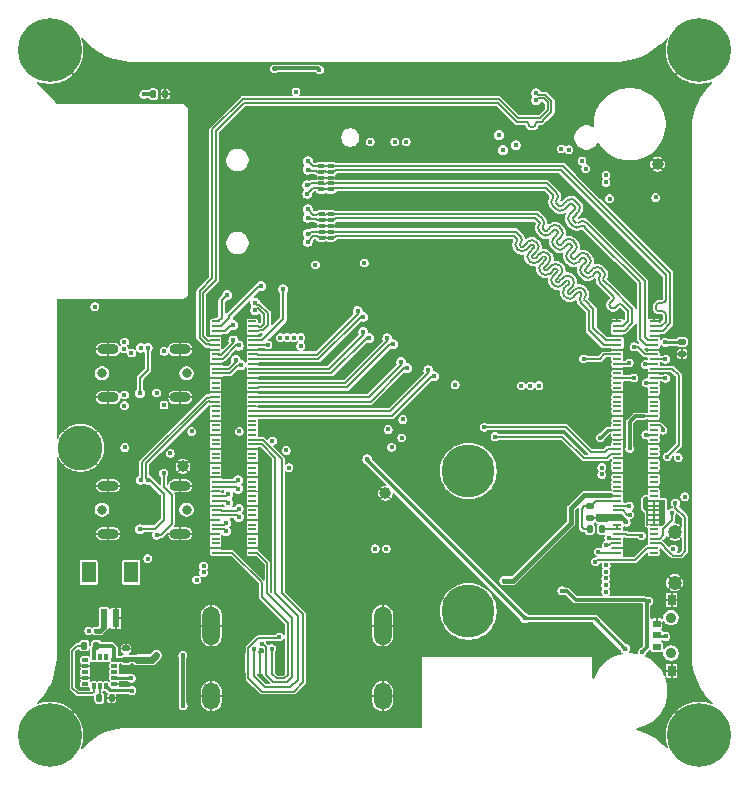
<source format=gbr>
%TF.GenerationSoftware,KiCad,Pcbnew,9.0.0*%
%TF.CreationDate,2025-06-30T18:18:02+02:00*%
%TF.ProjectId,CM5_MINIMA_3,434d355f-4d49-44e4-994d-415f332e6b69,2*%
%TF.SameCoordinates,Original*%
%TF.FileFunction,Copper,L6,Bot*%
%TF.FilePolarity,Positive*%
%FSLAX46Y46*%
G04 Gerber Fmt 4.6, Leading zero omitted, Abs format (unit mm)*
G04 Created by KiCad (PCBNEW 9.0.0) date 2025-06-30 18:18:02*
%MOMM*%
%LPD*%
G01*
G04 APERTURE LIST*
G04 Aperture macros list*
%AMRoundRect*
0 Rectangle with rounded corners*
0 $1 Rounding radius*
0 $2 $3 $4 $5 $6 $7 $8 $9 X,Y pos of 4 corners*
0 Add a 4 corners polygon primitive as box body*
4,1,4,$2,$3,$4,$5,$6,$7,$8,$9,$2,$3,0*
0 Add four circle primitives for the rounded corners*
1,1,$1+$1,$2,$3*
1,1,$1+$1,$4,$5*
1,1,$1+$1,$6,$7*
1,1,$1+$1,$8,$9*
0 Add four rect primitives between the rounded corners*
20,1,$1+$1,$2,$3,$4,$5,0*
20,1,$1+$1,$4,$5,$6,$7,0*
20,1,$1+$1,$6,$7,$8,$9,0*
20,1,$1+$1,$8,$9,$2,$3,0*%
G04 Aperture macros list end*
%TA.AperFunction,ComponentPad*%
%ADD10C,4.500000*%
%TD*%
%TA.AperFunction,ComponentPad*%
%ADD11C,5.400000*%
%TD*%
%TA.AperFunction,ComponentPad*%
%ADD12C,2.600000*%
%TD*%
%TA.AperFunction,ConnectorPad*%
%ADD13C,3.800000*%
%TD*%
%TA.AperFunction,ComponentPad*%
%ADD14C,0.800000*%
%TD*%
%TA.AperFunction,ComponentPad*%
%ADD15O,1.800000X0.860000*%
%TD*%
%TA.AperFunction,ComponentPad*%
%ADD16C,1.000000*%
%TD*%
%TA.AperFunction,ComponentPad*%
%ADD17O,1.500000X3.300000*%
%TD*%
%TA.AperFunction,ComponentPad*%
%ADD18O,1.500000X2.300000*%
%TD*%
%TA.AperFunction,ComponentPad*%
%ADD19C,1.200000*%
%TD*%
%TA.AperFunction,SMDPad,CuDef*%
%ADD20R,0.700000X0.200000*%
%TD*%
%TA.AperFunction,SMDPad,CuDef*%
%ADD21RoundRect,0.135000X0.135000X0.185000X-0.135000X0.185000X-0.135000X-0.185000X0.135000X-0.185000X0*%
%TD*%
%TA.AperFunction,SMDPad,CuDef*%
%ADD22RoundRect,0.075000X0.200000X-0.075000X0.200000X0.075000X-0.200000X0.075000X-0.200000X-0.075000X0*%
%TD*%
%TA.AperFunction,SMDPad,CuDef*%
%ADD23RoundRect,0.135000X0.185000X-0.135000X0.185000X0.135000X-0.185000X0.135000X-0.185000X-0.135000X0*%
%TD*%
%TA.AperFunction,SMDPad,CuDef*%
%ADD24RoundRect,0.087500X0.187500X0.087500X-0.187500X0.087500X-0.187500X-0.087500X0.187500X-0.087500X0*%
%TD*%
%TA.AperFunction,SMDPad,CuDef*%
%ADD25RoundRect,0.087500X0.087500X0.187500X-0.087500X0.187500X-0.087500X-0.187500X0.087500X-0.187500X0*%
%TD*%
%TA.AperFunction,SMDPad,CuDef*%
%ADD26RoundRect,0.135000X-0.135000X-0.185000X0.135000X-0.185000X0.135000X0.185000X-0.135000X0.185000X0*%
%TD*%
%TA.AperFunction,SMDPad,CuDef*%
%ADD27R,0.600000X1.550000*%
%TD*%
%TA.AperFunction,SMDPad,CuDef*%
%ADD28R,1.200000X1.800000*%
%TD*%
%TA.AperFunction,SMDPad,CuDef*%
%ADD29R,0.250000X0.680000*%
%TD*%
%TA.AperFunction,ComponentPad*%
%ADD30C,0.900000*%
%TD*%
%TA.AperFunction,SMDPad,CuDef*%
%ADD31R,0.700000X0.600000*%
%TD*%
%TA.AperFunction,SMDPad,CuDef*%
%ADD32R,0.700000X0.900000*%
%TD*%
%TA.AperFunction,SMDPad,CuDef*%
%ADD33RoundRect,0.140000X0.170000X-0.140000X0.170000X0.140000X-0.170000X0.140000X-0.170000X-0.140000X0*%
%TD*%
%TA.AperFunction,ViaPad*%
%ADD34C,0.450000*%
%TD*%
%TA.AperFunction,Conductor*%
%ADD35C,0.200000*%
%TD*%
%TA.AperFunction,Conductor*%
%ADD36C,0.300000*%
%TD*%
%TA.AperFunction,Conductor*%
%ADD37C,0.130000*%
%TD*%
%TA.AperFunction,Conductor*%
%ADD38C,0.250000*%
%TD*%
%TA.AperFunction,Conductor*%
%ADD39C,0.150000*%
%TD*%
%TA.AperFunction,Conductor*%
%ADD40C,0.400000*%
%TD*%
%TA.AperFunction,Conductor*%
%ADD41C,0.600000*%
%TD*%
%TA.AperFunction,Conductor*%
%ADD42C,0.140000*%
%TD*%
G04 APERTURE END LIST*
D10*
%TO.P,M701,1*%
%TO.N,N/C*%
X35450000Y22375000D03*
%TD*%
D11*
%TO.P,H105,1,1*%
%TO.N,GND*%
X0Y0D03*
%TD*%
D10*
%TO.P,M702,1*%
%TO.N,N/C*%
X35450000Y10500000D03*
%TD*%
D11*
%TO.P,H103,1,1*%
%TO.N,GND*%
X55000000Y58000000D03*
%TD*%
D12*
%TO.P,H101,1,1*%
%TO.N,GND*%
X2600000Y24350000D03*
D13*
X2600000Y24350000D03*
%TD*%
D14*
%TO.P,J101,*%
%TO.N,*%
X11580000Y30650000D03*
X4420000Y30650000D03*
D15*
%TO.P,J101,1,SHIELD*%
%TO.N,GND*%
X11050000Y28620000D03*
X11050000Y32680000D03*
X4950000Y28620000D03*
X4950000Y32680000D03*
%TD*%
D16*
%TO.P,TP105,1,1*%
%TO.N,GND*%
X11280000Y22780000D03*
%TD*%
D17*
%TO.P,J501,SH1,SH*%
%TO.N,GND*%
X28190000Y9280000D03*
%TO.P,J501,SH2,SH*%
X13690000Y9280000D03*
D18*
%TO.P,J501,SH3,SH*%
X13690000Y3320000D03*
%TO.P,J501,SH4,SH*%
X28190000Y3320000D03*
%TD*%
D11*
%TO.P,H104,1,1*%
%TO.N,GND*%
X55000000Y0D03*
%TD*%
D14*
%TO.P,USB701,*%
%TO.N,*%
X11580000Y19100000D03*
X4420000Y19100000D03*
D15*
%TO.P,USB701,1,EP*%
%TO.N,GND*%
X11050000Y17070000D03*
X11050000Y21130000D03*
X4950000Y17070000D03*
X4950000Y21130000D03*
%TD*%
D11*
%TO.P,H102,1,1*%
%TO.N,GND*%
X0Y58000000D03*
%TD*%
D19*
%TO.P,SW501,4,4*%
%TO.N,GND*%
X52920000Y17230000D03*
%TO.P,SW501,5,5*%
X52920000Y12930000D03*
%TD*%
D16*
%TO.P,TP104,1,1*%
%TO.N,GND*%
X51460000Y48370000D03*
%TD*%
%TO.P,TP106,1,1*%
%TO.N,GND*%
X28410000Y20500000D03*
%TD*%
D20*
%TO.P,Module301,1,GND*%
%TO.N,GND*%
X51140000Y35050000D03*
%TO.P,Module301,2,GND*%
X48060000Y35050000D03*
%TO.P,Module301,3,Ethernet_Pair3_P*%
%TO.N,/CM5/ETH_PI.TRD3_P*%
X51140000Y34650000D03*
%TO.P,Module301,4,Ethernet_Pair1_P*%
%TO.N,/CM5/ETH_PI.TRD1_P*%
X48060000Y34650000D03*
%TO.P,Module301,5,Ethernet_Pair3_N*%
%TO.N,/CM5/ETH_PI.TRD3_N*%
X51140000Y34250000D03*
%TO.P,Module301,6,Ethernet_Pair1_N*%
%TO.N,/CM5/ETH_PI.TRD1_N*%
X48060000Y34250000D03*
%TO.P,Module301,7,GND*%
%TO.N,GND*%
X51140000Y33850000D03*
%TO.P,Module301,8,GND*%
X48060000Y33850000D03*
%TO.P,Module301,9,Ethernet_Pair2_N*%
%TO.N,/CM5/ETH_PI.TRD2_N*%
X51140000Y33450000D03*
%TO.P,Module301,10,Ethernet_Pair0_N*%
%TO.N,/CM5/ETH_PI.TRD0_N*%
X48060000Y33450000D03*
%TO.P,Module301,11,Ethernet_Pair2_P*%
%TO.N,/CM5/ETH_PI.TRD2_P*%
X51140000Y33050000D03*
%TO.P,Module301,12,Ethernet_Pair0_P*%
%TO.N,/CM5/ETH_PI.TRD0_P*%
X48060000Y33050000D03*
%TO.P,Module301,13,GND*%
%TO.N,GND*%
X51140000Y32650000D03*
%TO.P,Module301,14,GND*%
X48060000Y32650000D03*
%TO.P,Module301,15,Ethernet_nLED3(3.3v)*%
%TO.N,/CM5/ETH_nLED_ACTIVITY*%
X51140000Y32250000D03*
%TO.P,Module301,16,FAN_TACHO*%
%TO.N,/CM5/TACHO*%
X48060000Y32250000D03*
%TO.P,Module301,17,Ethernet_nLED2(3.3v)*%
%TO.N,/CM5/nLED_SPEED_100_1000*%
X51140000Y31850000D03*
%TO.P,Module301,18,Ethernet_SYNC_OUT(3.3v)*%
%TO.N,/CM5/SYNC_OUT*%
X48060000Y31850000D03*
%TO.P,Module301,19,FAN_PWM*%
%TO.N,/CM5/PWM*%
X51140000Y31450000D03*
%TO.P,Module301,20,EEPROM_nWP*%
%TO.N,/CM5/EEPROM_nWP*%
X48060000Y31450000D03*
%TO.P,Module301,21,LED_nACT*%
%TO.N,/CM5/nLED_ACTIVITY*%
X51140000Y31050000D03*
%TO.P,Module301,22,GND*%
%TO.N,GND*%
X48060000Y31050000D03*
%TO.P,Module301,23,GND*%
X51140000Y30650000D03*
%TO.P,Module301,24,GPIO26*%
%TO.N,/CM5/GPIO26*%
X48060000Y30650000D03*
%TO.P,Module301,25,GPIO21*%
%TO.N,/CM5/SCLK_GPIO21*%
X51140000Y30250000D03*
%TO.P,Module301,26,GPIO19*%
%TO.N,/CM5/MISO_GPIO19*%
X48060000Y30250000D03*
%TO.P,Module301,27,GPIO20*%
%TO.N,/CM5/MOSI_GPIO20*%
X51140000Y29850000D03*
%TO.P,Module301,28,GPIO13*%
%TO.N,/CM5/GPIO13*%
X48060000Y29850000D03*
%TO.P,Module301,29,GPIO16*%
%TO.N,/CM5/GPIO16*%
X51140000Y29450000D03*
%TO.P,Module301,30,GPIO6*%
%TO.N,/CM5/GPIO6*%
X48060000Y29450000D03*
%TO.P,Module301,31,GPIO12*%
%TO.N,/CM5/GPIO12*%
X51140000Y29050000D03*
%TO.P,Module301,32,GND*%
%TO.N,GND*%
X48060000Y29050000D03*
%TO.P,Module301,33,GND*%
X51140000Y28650000D03*
%TO.P,Module301,34,GPIO5*%
%TO.N,/CM5/GPIO5*%
X48060000Y28650000D03*
%TO.P,Module301,35,ID_SC*%
%TO.N,/CM5/ID_SC*%
X51140000Y28250000D03*
%TO.P,Module301,36,ID_SD*%
%TO.N,/CM5/ID_SD*%
X48060000Y28250000D03*
%TO.P,Module301,37,GPIO7*%
%TO.N,/CM5/GPIO7*%
X51140000Y27850000D03*
%TO.P,Module301,38,GPIO11*%
%TO.N,/CM5/GPIO11*%
X48060000Y27850000D03*
%TO.P,Module301,39,GPIO8*%
%TO.N,/CM5/GPIO8*%
X51140000Y27450000D03*
%TO.P,Module301,40,GPIO9*%
%TO.N,/CM5/GPIO9*%
X48060000Y27450000D03*
%TO.P,Module301,41,GPIO25*%
%TO.N,/CM5/DC_GPI25*%
X51140000Y27050000D03*
%TO.P,Module301,42,GND*%
%TO.N,GND*%
X48060000Y27050000D03*
%TO.P,Module301,43,GND*%
X51140000Y26650000D03*
%TO.P,Module301,44,GPIO10*%
%TO.N,/CM5/GPIO10*%
X48060000Y26650000D03*
%TO.P,Module301,45,GPIO24*%
%TO.N,/CM5/BL_GPIO24*%
X51140000Y26250000D03*
%TO.P,Module301,46,GPIO22*%
%TO.N,/CM5/GPIO22*%
X48060000Y26250000D03*
%TO.P,Module301,47,GPIO23*%
%TO.N,/CM5/GPIO23*%
X51140000Y25850000D03*
%TO.P,Module301,48,GPIO27*%
%TO.N,/CM5/RST_GPIO27*%
X48060000Y25850000D03*
%TO.P,Module301,49,GPIO18*%
%TO.N,/CM5/CS_GPIO18*%
X51140000Y25450000D03*
%TO.P,Module301,50,GPIO17*%
%TO.N,/CM5/GPIO17*%
X48060000Y25450000D03*
%TO.P,Module301,51,GPIO15*%
%TO.N,/CM5/GPIO15*%
X51140000Y25050000D03*
%TO.P,Module301,52,GND*%
%TO.N,GND*%
X48060000Y25050000D03*
%TO.P,Module301,53,GND*%
X51140000Y24650000D03*
%TO.P,Module301,54,GPIO4*%
%TO.N,/CM5/GPIO4*%
X48060000Y24650000D03*
%TO.P,Module301,55,GPIO14*%
%TO.N,/CM5/GPIO14*%
X51140000Y24250000D03*
%TO.P,Module301,56,GPIO3*%
%TO.N,/IO/SCL*%
X48060000Y24250000D03*
%TO.P,Module301,57,SD_CLK*%
%TO.N,/CM5/SD_CLK*%
X51140000Y23850000D03*
%TO.P,Module301,58,GPIO2*%
%TO.N,/IO/SDA*%
X48060000Y23850000D03*
%TO.P,Module301,59,GND*%
%TO.N,GND*%
X51140000Y23450000D03*
%TO.P,Module301,60,GND*%
X48060000Y23450000D03*
%TO.P,Module301,61,SD_DAT3*%
%TO.N,/CM5/SD_DAT3*%
X51140000Y23050000D03*
%TO.P,Module301,62,SD_CMD*%
%TO.N,/CM5/SD_CMD*%
X48060000Y23050000D03*
%TO.P,Module301,63,SD_DAT0*%
%TO.N,/CM5/SD_DAT0*%
X51140000Y22650000D03*
%TO.P,Module301,64,SD_DAT5*%
%TO.N,unconnected-(Module301-SD_DAT5-Pad64)*%
X48060000Y22650000D03*
%TO.P,Module301,65,GND*%
%TO.N,GND*%
X51140000Y22250000D03*
%TO.P,Module301,66,GND*%
X48060000Y22250000D03*
%TO.P,Module301,67,SD_DAT1*%
%TO.N,/CM5/SD_DAT1*%
X51140000Y21850000D03*
%TO.P,Module301,68,SD_DAT4*%
%TO.N,unconnected-(Module301-SD_DAT4-Pad68)*%
X48060000Y21850000D03*
%TO.P,Module301,69,SD_DAT2*%
%TO.N,/CM5/SD_DAT2*%
X51140000Y21450000D03*
%TO.P,Module301,70,SD_DAT7*%
%TO.N,unconnected-(Module301-SD_DAT7-Pad70)*%
X48060000Y21450000D03*
%TO.P,Module301,71,GND*%
%TO.N,GND*%
X51140000Y21050000D03*
%TO.P,Module301,72,SD_DAT6*%
%TO.N,unconnected-(Module301-SD_DAT6-Pad72)*%
X48060000Y21050000D03*
%TO.P,Module301,73,SD_VDD_Override*%
%TO.N,unconnected-(Module301-SD_VDD_Override-Pad73)*%
X51140000Y20650000D03*
%TO.P,Module301,74,GND*%
%TO.N,GND*%
X48060000Y20650000D03*
%TO.P,Module301,75,SD_PWR_ON*%
%TO.N,/CM5/SD_PWR_ON*%
X51140000Y20250000D03*
%TO.P,Module301,76,VBAT*%
%TO.N,+BATT*%
X48060000Y20250000D03*
%TO.P,Module301,77,+5v_(Input)*%
%TO.N,+5V*%
X51140000Y19850000D03*
%TO.P,Module301,78,GPIO_VREF(1.8v/3.3v_Input)*%
%TO.N,/CM5/GPIO_VREF*%
X48060000Y19850000D03*
%TO.P,Module301,79,+5v_(Input)*%
%TO.N,+5V*%
X51140000Y19450000D03*
%TO.P,Module301,80,SCL0*%
%TO.N,/CM5/SCL0*%
X48060000Y19450000D03*
%TO.P,Module301,81,+5v_(Input)*%
%TO.N,+5V*%
X51140000Y19050000D03*
%TO.P,Module301,82,SDA0*%
%TO.N,/CM5/SDA0*%
X48060000Y19050000D03*
%TO.P,Module301,83,+5v_(Input)*%
%TO.N,+5V*%
X51140000Y18650000D03*
%TO.P,Module301,84,+3.3v_(Output)*%
%TO.N,+3V3_PI*%
X48060000Y18650000D03*
%TO.P,Module301,85,+5v_(Input)*%
%TO.N,+5V*%
X51140000Y18250000D03*
%TO.P,Module301,86,+3.3v_(Output)*%
%TO.N,+3V3_PI*%
X48060000Y18250000D03*
%TO.P,Module301,87,+5v_(Input)*%
%TO.N,+5V*%
X51140000Y17850000D03*
%TO.P,Module301,88,+1.8v_(Output)*%
%TO.N,+1V8*%
X48060000Y17850000D03*
%TO.P,Module301,89,WiFi_nDisable*%
%TO.N,/CM5/WL_nDis*%
X51140000Y17450000D03*
%TO.P,Module301,90,+1.8v_(Output)*%
%TO.N,+1V8*%
X48060000Y17450000D03*
%TO.P,Module301,91,BT_nDisable*%
%TO.N,/CM5/BT_nDis*%
X51140000Y17050000D03*
%TO.P,Module301,92,PWR_BUT*%
%TO.N,/CM5/PWR_BUT*%
X48060000Y17050000D03*
%TO.P,Module301,93,nRPIBOOT*%
%TO.N,/CM5/nRPIBOOT*%
X51140000Y16650000D03*
%TO.P,Module301,94,CC1*%
%TO.N,/CC1*%
X48060000Y16650000D03*
%TO.P,Module301,95,LED_nPWR*%
%TO.N,/CM5/PI_nLED_PWR*%
X51140000Y16250000D03*
%TO.P,Module301,96,CC2*%
%TO.N,/CC2*%
X48060000Y16250000D03*
%TO.P,Module301,97,CAM_GPIO0*%
%TO.N,/CM5/CAM_GPIO0*%
X51140000Y15850000D03*
%TO.P,Module301,98,GND*%
%TO.N,GND*%
X48060000Y15850000D03*
%TO.P,Module301,99,PMIC_ENABLE*%
%TO.N,/CM5/GLOBAL_EN*%
X51140000Y15450000D03*
%TO.P,Module301,100,CAM_GPIO1*%
%TO.N,/CM5/CAM_GPIO1*%
X48060000Y15450000D03*
%TD*%
D21*
%TO.P,R103,1*%
%TO.N,+1V8*%
X46750000Y17470000D03*
%TO.P,R103,2*%
%TO.N,/CM5/GPIO_VREF*%
X45730000Y17470000D03*
%TD*%
%TO.P,R108,1*%
%TO.N,GND*%
X5230000Y3160000D03*
%TO.P,R108,2*%
%TO.N,Net-(U1-SDO)*%
X4210000Y3160000D03*
%TD*%
D22*
%TO.P,U401,1,D1+*%
%TO.N,/CM5/ETH_PI.TRD0_P*%
X23015000Y42152020D03*
%TO.P,U401,2,D1-*%
%TO.N,/CM5/ETH_PI.TRD0_N*%
X23015000Y42652020D03*
%TO.P,U401,3,GND*%
%TO.N,GND*%
X23015000Y43152020D03*
%TO.P,U401,4,D2+*%
%TO.N,/CM5/ETH_PI.TRD1_P*%
X23015000Y43652020D03*
%TO.P,U401,5,D2-*%
%TO.N,/CM5/ETH_PI.TRD1_N*%
X23015000Y44152020D03*
%TO.P,U401,6*%
X23785000Y44152020D03*
%TO.P,U401,7*%
%TO.N,/CM5/ETH_PI.TRD1_P*%
X23785000Y43652020D03*
%TO.P,U401,8,GND*%
%TO.N,GND*%
X23785000Y43152020D03*
%TO.P,U401,9*%
%TO.N,/CM5/ETH_PI.TRD0_N*%
X23785000Y42652020D03*
%TO.P,U401,10*%
%TO.N,/CM5/ETH_PI.TRD0_P*%
X23785000Y42152020D03*
%TD*%
D23*
%TO.P,R102,1*%
%TO.N,+3V3_PI*%
X45780000Y18370000D03*
%TO.P,R102,2*%
%TO.N,/CM5/GPIO_VREF*%
X45780000Y19390000D03*
%TD*%
D24*
%TO.P,U1,1,VDD_IO*%
%TO.N,+3V3_PI*%
X5460000Y6380000D03*
%TO.P,U1,2,NC*%
%TO.N,unconnected-(U1-NC-Pad2)*%
X5460000Y5880000D03*
%TO.P,U1,3,NC*%
%TO.N,unconnected-(U1-NC-Pad3)*%
X5460000Y5380000D03*
%TO.P,U1,4,SPC*%
%TO.N,/IO/SCL*%
X5460000Y4880000D03*
%TO.P,U1,5,GND*%
%TO.N,GND*%
X5460000Y4380000D03*
D25*
%TO.P,U1,6,SDI*%
%TO.N,/IO/SDA*%
X4735000Y4155000D03*
%TO.P,U1,7,SDO*%
%TO.N,Net-(U1-SDO)*%
X4235000Y4155000D03*
%TO.P,U1,8,CS*%
%TO.N,Net-(U1-CS)*%
X3735000Y4155000D03*
D24*
%TO.P,U1,9,INT2*%
%TO.N,unconnected-(U1-INT2-Pad9)*%
X3010000Y4380000D03*
%TO.P,U1,10,RES*%
%TO.N,GND*%
X3010000Y4880000D03*
%TO.P,U1,11,INT1*%
%TO.N,unconnected-(U1-INT1-Pad11)*%
X3010000Y5380000D03*
%TO.P,U1,12,GND*%
%TO.N,GND*%
X3010000Y5880000D03*
%TO.P,U1,13,ADC3*%
%TO.N,unconnected-(U1-ADC3-Pad13)*%
X3010000Y6380000D03*
D25*
%TO.P,U1,14,VDD*%
%TO.N,+3V3_PI*%
X3735000Y6605000D03*
%TO.P,U1,15,ADC2*%
%TO.N,unconnected-(U1-ADC2-Pad15)*%
X4235000Y6605000D03*
%TO.P,U1,16,ADC1*%
%TO.N,unconnected-(U1-ADC1-Pad16)*%
X4735000Y6605000D03*
%TD*%
D26*
%TO.P,R403,1*%
%TO.N,Net-(J1-MP1)*%
X8765000Y54300000D03*
%TO.P,R403,2*%
%TO.N,GND*%
X9785000Y54300000D03*
%TD*%
D27*
%TO.P,CN1,1,1*%
%TO.N,+BATT*%
X4600000Y9920000D03*
%TO.P,CN1,2,2*%
%TO.N,GND*%
X5600000Y9920000D03*
D28*
%TO.P,CN1,3,3*%
%TO.N,unconnected-(CN1-Pad3)*%
X6900000Y13800000D03*
%TO.P,CN1,4,4*%
%TO.N,unconnected-(CN1-Pad4)*%
X3300000Y13800000D03*
%TD*%
D29*
%TO.P,D403,1,CH1*%
%TO.N,/CM5/HDMI_PI.CEC*%
X16820000Y6540000D03*
%TO.P,D403,2,CH2*%
%TO.N,/CM5/HDMI_PI.HOTPLUG*%
X17320000Y6540000D03*
%TO.P,D403,3,GND*%
%TO.N,GND*%
X17820000Y6540000D03*
%TO.P,D403,4,CH3*%
%TO.N,/CM5/HDMI_PI.SDA*%
X18320000Y6540000D03*
%TO.P,D403,5,CH4*%
%TO.N,/CM5/HDMI_PI.SCL*%
X18820000Y6540000D03*
%TO.P,D403,6,NC*%
X18820000Y5680000D03*
%TO.P,D403,7,NC*%
%TO.N,/CM5/HDMI_PI.SDA*%
X18320000Y5680000D03*
%TO.P,D403,8,GND*%
%TO.N,GND*%
X17820000Y5680000D03*
%TO.P,D403,9,NC*%
%TO.N,/CM5/HDMI_PI.HOTPLUG*%
X17320000Y5680000D03*
%TO.P,D403,10,NC*%
%TO.N,/CM5/HDMI_PI.CEC*%
X16820000Y5680000D03*
%TD*%
D30*
%TO.P,SW101,*%
%TO.N,*%
X52590000Y9970000D03*
X52590000Y6970000D03*
D31*
%TO.P,SW101,1,1*%
%TO.N,GND*%
X51400000Y9470000D03*
%TO.P,SW101,2,2*%
%TO.N,unconnected-(SW101-Pad2)*%
X51400000Y7470000D03*
D32*
%TO.P,SW101,4,4*%
%TO.N,GND*%
X52660000Y5470000D03*
%TO.P,SW101,5,5*%
X52660000Y11470000D03*
D31*
%TO.P,SW101,C,C*%
%TO.N,/CM5/nRPIBOOT*%
X51400000Y8470000D03*
%TD*%
D26*
%TO.P,R107,1*%
%TO.N,Net-(U1-CS)*%
X2910000Y7610000D03*
%TO.P,R107,2*%
%TO.N,+3V3_PI*%
X3930000Y7610000D03*
%TD*%
D22*
%TO.P,U402,1,D1+*%
%TO.N,/CM5/ETH_PI.TRD2_P*%
X23002500Y46227020D03*
%TO.P,U402,2,D1-*%
%TO.N,/CM5/ETH_PI.TRD2_N*%
X23002500Y46727020D03*
%TO.P,U402,3,GND*%
%TO.N,GND*%
X23002500Y47227020D03*
%TO.P,U402,4,D2+*%
%TO.N,/CM5/ETH_PI.TRD3_P*%
X23002500Y47727020D03*
%TO.P,U402,5,D2-*%
%TO.N,/CM5/ETH_PI.TRD3_N*%
X23002500Y48227020D03*
%TO.P,U402,6*%
X23772500Y48227020D03*
%TO.P,U402,7*%
%TO.N,/CM5/ETH_PI.TRD3_P*%
X23772500Y47727020D03*
%TO.P,U402,8,GND*%
%TO.N,GND*%
X23772500Y47227020D03*
%TO.P,U402,9*%
%TO.N,/CM5/ETH_PI.TRD2_N*%
X23772500Y46727020D03*
%TO.P,U402,10*%
%TO.N,/CM5/ETH_PI.TRD2_P*%
X23772500Y46227020D03*
%TD*%
D33*
%TO.P,C503,1*%
%TO.N,+3V3_PI*%
X6460000Y6400000D03*
%TO.P,C503,2*%
%TO.N,GND*%
X6460000Y7360000D03*
%TD*%
D23*
%TO.P,R104,1*%
%TO.N,GND*%
X53540000Y32300000D03*
%TO.P,R104,2*%
%TO.N,/CM5/EEPROM_nWP*%
X53540000Y33320000D03*
%TD*%
D20*
%TO.P,Module302,101,USB_OTG_ID*%
%TO.N,/CM5/USBOTG_ID*%
X17140000Y35050000D03*
%TO.P,Module302,102,PCIe_nCLKREQ*%
%TO.N,/CM5/PCIE_PI.nCLKREQ*%
X14060000Y35050000D03*
%TO.P,Module302,103,USB2_N*%
%TO.N,/USB_C.D_N*%
X17140000Y34650000D03*
%TO.P,Module302,104,PCIE_nWAKE*%
%TO.N,/CM5/PCIE_PI.nWAKE*%
X14060000Y34650000D03*
%TO.P,Module302,105,USB2_P*%
%TO.N,/USB_C.D_P*%
X17140000Y34250000D03*
%TO.P,Module302,106,PCIE_PWR_EN*%
%TO.N,/CM5/PCIE_PI.PWR_EN*%
X14060000Y34250000D03*
%TO.P,Module302,107,GND*%
%TO.N,GND*%
X17140000Y33850000D03*
%TO.P,Module302,108,GND*%
X14060000Y33850000D03*
%TO.P,Module302,109,PCIe_nRST*%
%TO.N,/CM5/PCIE_PI.nRST*%
X17140000Y33450000D03*
%TO.P,Module302,110,PCIe_CLK_P*%
%TO.N,/CM5/PCIE_PI.CLK_P*%
X14060000Y33450000D03*
%TO.P,Module302,111,VBUS_EN*%
%TO.N,/CM5/VBUS_EN*%
X17140000Y33050000D03*
%TO.P,Module302,112,PCIe_CLK_N*%
%TO.N,/CM5/PCIE_PI.CLK_N*%
X14060000Y33050000D03*
%TO.P,Module302,113,GND*%
%TO.N,GND*%
X17140000Y32650000D03*
%TO.P,Module302,114,GND*%
X14060000Y32650000D03*
%TO.P,Module302,115,MIPI0_D0_N*%
%TO.N,/CM5/DPHY0_P.D0_N*%
X17140000Y32250000D03*
%TO.P,Module302,116,PCIe_RX_P*%
%TO.N,/CM5/PCIE_PI.RX_P*%
X14060000Y32250000D03*
%TO.P,Module302,117,MIPI0_D0_P*%
%TO.N,/CM5/DPHY0_P.D0_P*%
X17140000Y31850000D03*
%TO.P,Module302,118,PCIe_RX_N*%
%TO.N,/CM5/PCIE_PI.RX_N*%
X14060000Y31850000D03*
%TO.P,Module302,119,GND*%
%TO.N,GND*%
X17140000Y31450000D03*
%TO.P,Module302,120,GND*%
X14060000Y31450000D03*
%TO.P,Module302,121,MIPI0_D1_N*%
%TO.N,/CM5/DPHY0_P.D1_N*%
X17140000Y31050000D03*
%TO.P,Module302,122,PCIe_TX_P*%
%TO.N,/CM5/PCIE_PI.TX_P*%
X14060000Y31050000D03*
%TO.P,Module302,123,MIPI0_D1_P*%
%TO.N,/CM5/DPHY0_P.D1_P*%
X17140000Y30650000D03*
%TO.P,Module302,124,PCIe_TX_N*%
%TO.N,/CM5/PCIE_PI.TX_N*%
X14060000Y30650000D03*
%TO.P,Module302,125,GND*%
%TO.N,GND*%
X17140000Y30250000D03*
%TO.P,Module302,126,GND*%
X14060000Y30250000D03*
%TO.P,Module302,127,MIPI0_C_N*%
%TO.N,/CM5/DPHY0_P.C_N*%
X17140000Y29850000D03*
%TO.P,Module302,128,USB3-0-RX_N*%
%TO.N,/CM5/USB3-0-RX_N*%
X14060000Y29850000D03*
%TO.P,Module302,129,MIPI0_C_P*%
%TO.N,/CM5/DPHY0_P.C_P*%
X17140000Y29450000D03*
%TO.P,Module302,130,USB3-0-RX_P*%
%TO.N,/CM5/USB3-0-RX_P*%
X14060000Y29450000D03*
%TO.P,Module302,131,GND*%
%TO.N,GND*%
X17140000Y29050000D03*
%TO.P,Module302,132,GND*%
X14060000Y29050000D03*
%TO.P,Module302,133,MIPI0_D2_N*%
%TO.N,/CM5/DPHY0_P.D2_N*%
X17140000Y28650000D03*
%TO.P,Module302,134,USB3-0-D_P*%
%TO.N,/CM5/USB2P.D_P*%
X14060000Y28650000D03*
%TO.P,Module302,135,MIPI0_D2_P*%
%TO.N,/CM5/DPHY0_P.D2_P*%
X17140000Y28250000D03*
%TO.P,Module302,136,USB3-0-D_N*%
%TO.N,/CM5/USB2P.D_N*%
X14060000Y28250000D03*
%TO.P,Module302,137,GND*%
%TO.N,GND*%
X17140000Y27850000D03*
%TO.P,Module302,138,GND*%
X14060000Y27850000D03*
%TO.P,Module302,139,MIPI0_D3_N*%
%TO.N,/CM5/DPHY0_P.D3_N*%
X17140000Y27450000D03*
%TO.P,Module302,140,USB3-0-TX_N*%
%TO.N,/CM5/USB3-0-TX_N*%
X14060000Y27450000D03*
%TO.P,Module302,141,MIPI0_D3_P*%
%TO.N,/CM5/DPHY0_P.D3_P*%
X17140000Y27050000D03*
%TO.P,Module302,142,USB3-0-TX_P*%
%TO.N,/CM5/USB3-0-TX_P*%
X14060000Y27050000D03*
%TO.P,Module302,143,HDMI1_HOTPLUG*%
%TO.N,/CM5/HDMI1_HOTPLUG*%
X17140000Y26650000D03*
%TO.P,Module302,144,GND*%
%TO.N,GND*%
X14060000Y26650000D03*
%TO.P,Module302,145,HDMI1_SDA*%
%TO.N,/CM5/HDMI1_SDA*%
X17140000Y26250000D03*
%TO.P,Module302,146,HDMI1_TX2_P*%
%TO.N,/CM5/HDMI1_D2_P*%
X14060000Y26250000D03*
%TO.P,Module302,147,HDMI1_SCL*%
%TO.N,/CM5/HDMI1_SCL*%
X17140000Y25850000D03*
%TO.P,Module302,148,HDMI1_TX2_N*%
%TO.N,/CM5/HDMI1_D2_N*%
X14060000Y25850000D03*
%TO.P,Module302,149,HDMI1_CEC*%
%TO.N,/CM5/HDMI1_CEC*%
X17140000Y25450000D03*
%TO.P,Module302,150,GND*%
%TO.N,GND*%
X14060000Y25450000D03*
%TO.P,Module302,151,HDMI0_CEC*%
%TO.N,/CM5/HDMI_PI.CEC*%
X17140000Y25050000D03*
%TO.P,Module302,152,HDMI1_TX1_P*%
%TO.N,/CM5/HDMI1_D1_P*%
X14060000Y25050000D03*
%TO.P,Module302,153,HDMI0_HOTPLUG*%
%TO.N,/CM5/HDMI_PI.HOTPLUG*%
X17140000Y24650000D03*
%TO.P,Module302,154,HDMI1_TX1_N*%
%TO.N,/CM5/HDMI1_D1_N*%
X14060000Y24650000D03*
%TO.P,Module302,155,GND*%
%TO.N,GND*%
X17140000Y24250000D03*
%TO.P,Module302,156,GND*%
X14060000Y24250000D03*
%TO.P,Module302,157,USB3-1-RX_N*%
%TO.N,/CM5/USB3-1-RX_N*%
X17140000Y23850000D03*
%TO.P,Module302,158,HDMI1_TX0_P*%
%TO.N,/CM5/HDMI1_D0_P*%
X14060000Y23850000D03*
%TO.P,Module302,159,USB3-1-RX_P*%
%TO.N,/CM5/USB3-1-RX_P*%
X17140000Y23450000D03*
%TO.P,Module302,160,HDMI1_TX0_N*%
%TO.N,/CM5/HDMI1_D0_N*%
X14060000Y23450000D03*
%TO.P,Module302,161,GND*%
%TO.N,GND*%
X17140000Y23050000D03*
%TO.P,Module302,162,GND*%
X14060000Y23050000D03*
%TO.P,Module302,163,USB3-1-D_P*%
%TO.N,/CM5/USB3-1-D_P*%
X17140000Y22650000D03*
%TO.P,Module302,164,HDMI1_CLK_P*%
%TO.N,/CM5/HDMI1_CK_P*%
X14060000Y22650000D03*
%TO.P,Module302,165,USB3-1-D_N*%
%TO.N,/CM5/USB3-1-D_N*%
X17140000Y22250000D03*
%TO.P,Module302,166,HDMI1_CLK_N*%
%TO.N,/CM5/HDMI1_CK_N*%
X14060000Y22250000D03*
%TO.P,Module302,167,GND*%
%TO.N,GND*%
X17140000Y21850000D03*
%TO.P,Module302,168,GND*%
X14060000Y21850000D03*
%TO.P,Module302,169,USB3-1-TX_N*%
%TO.N,/CM5/USB3-1-TX_N*%
X17140000Y21450000D03*
%TO.P,Module302,170,HDMI0_TX2_P*%
%TO.N,/CM5/HDMI_PI.D2_P*%
X14060000Y21450000D03*
%TO.P,Module302,171,USB3-1-TX_P*%
%TO.N,/CM5/USB3-1-TX_P*%
X17140000Y21050000D03*
%TO.P,Module302,172,HDMI0_TX2_N*%
%TO.N,/CM5/HDMI_PI.D2_N*%
X14060000Y21050000D03*
%TO.P,Module302,173,GND*%
%TO.N,GND*%
X17140000Y20650000D03*
%TO.P,Module302,174,GND*%
X14060000Y20650000D03*
%TO.P,Module302,175,MIPI1_D0_N*%
%TO.N,/CM5/DPHY1_P.D0_N*%
X17140000Y20250000D03*
%TO.P,Module302,176,HDMI0_TX1_P*%
%TO.N,/CM5/HDMI_PI.D1_P*%
X14060000Y20250000D03*
%TO.P,Module302,177,MIPI1_D0_P*%
%TO.N,/CM5/DPHY1_P.D0_P*%
X17140000Y19850000D03*
%TO.P,Module302,178,HDMI0_TX1_N*%
%TO.N,/CM5/HDMI_PI.D1_N*%
X14060000Y19850000D03*
%TO.P,Module302,179,GND*%
%TO.N,GND*%
X17140000Y19450000D03*
%TO.P,Module302,180,GND*%
X14060000Y19450000D03*
%TO.P,Module302,181,MIPI1_D1_N*%
%TO.N,/CM5/DPHY1_P.D1_N*%
X17140000Y19050000D03*
%TO.P,Module302,182,HDMI0_TX0_P*%
%TO.N,/CM5/HDMI_PI.D0_P*%
X14060000Y19050000D03*
%TO.P,Module302,183,MIPI1_D1_P*%
%TO.N,/CM5/DPHY1_P.D1_P*%
X17140000Y18650000D03*
%TO.P,Module302,184,HDMI0_TX0_N*%
%TO.N,/CM5/HDMI_PI.D0_N*%
X14060000Y18650000D03*
%TO.P,Module302,185,GND*%
%TO.N,GND*%
X17140000Y18250000D03*
%TO.P,Module302,186,GND*%
X14060000Y18250000D03*
%TO.P,Module302,187,MIPI1_C_N*%
%TO.N,/CM5/DPHY1_P.C_N*%
X17140000Y17850000D03*
%TO.P,Module302,188,HDMI0_CLK_P*%
%TO.N,/CM5/HDMI_PI.CK_P*%
X14060000Y17850000D03*
%TO.P,Module302,189,MIPI1_C_P*%
%TO.N,/CM5/DPHY1_P.C_P*%
X17140000Y17450000D03*
%TO.P,Module302,190,HDMI0_CLK_N*%
%TO.N,/CM5/HDMI_PI.CK_N*%
X14060000Y17450000D03*
%TO.P,Module302,191,GND*%
%TO.N,GND*%
X17140000Y17050000D03*
%TO.P,Module302,192,GND*%
X14060000Y17050000D03*
%TO.P,Module302,193,MIPI1_D2_N*%
%TO.N,/CM5/DPHY1_P.D2_N*%
X17140000Y16650000D03*
%TO.P,Module302,194,MIPI1_D3_N*%
%TO.N,/CM5/DPHY1_P.D3_N*%
X14060000Y16650000D03*
%TO.P,Module302,195,MIPI1_D2_P*%
%TO.N,/CM5/DPHY1_P.D2_P*%
X17140000Y16250000D03*
%TO.P,Module302,196,MIPI1_D3_P*%
%TO.N,/CM5/DPHY1_P.D3_P*%
X14060000Y16250000D03*
%TO.P,Module302,197,GND*%
%TO.N,GND*%
X17140000Y15850000D03*
%TO.P,Module302,198,GND*%
X14060000Y15850000D03*
%TO.P,Module302,199,HDMI0_SDA*%
%TO.N,/CM5/HDMI_PI.SDA*%
X17140000Y15450000D03*
%TO.P,Module302,200,HDMI0_SCL*%
%TO.N,/CM5/HDMI_PI.SCL*%
X14060000Y15450000D03*
%TD*%
D34*
%TO.N,GND*%
X8000000Y24460000D03*
X32690000Y54670000D03*
X47010000Y40040000D03*
X31840000Y16680000D03*
X27240000Y35590000D03*
X26830000Y32920000D03*
X43640000Y50390000D03*
X8710500Y33430000D03*
X40090000Y49650000D03*
X7970000Y25620000D03*
X39690000Y12470000D03*
X13230000Y25440000D03*
X6870000Y3190000D03*
X10320000Y14070000D03*
X11250000Y18150000D03*
X3660000Y5900000D03*
X30180000Y1150000D03*
X31490000Y17720000D03*
X27000000Y16650000D03*
X21824304Y43180406D03*
X21500000Y45225000D03*
X38200000Y29700000D03*
X4800000Y20050000D03*
X36180000Y17720000D03*
X53850000Y34740000D03*
X40310000Y12480000D03*
X53850000Y39630000D03*
X31200000Y5400000D03*
X24950000Y12190000D03*
X10620000Y1150000D03*
X28190000Y54610000D03*
X35160000Y18740000D03*
X27650000Y21230000D03*
X12250000Y1150000D03*
X43150000Y23700000D03*
X49950000Y18500000D03*
X52270000Y26319998D03*
X7180000Y56500000D03*
X53657714Y19643035D03*
X26130000Y36600000D03*
X5550000Y56500000D03*
X29910000Y32290000D03*
X53850000Y47780000D03*
X2700000Y2450000D03*
X13000000Y46120000D03*
X34430000Y17720000D03*
X30285000Y40845000D03*
X45450000Y22400000D03*
X32410000Y6910000D03*
X52080000Y32620000D03*
X1150000Y8640000D03*
X16400000Y22080000D03*
X21200000Y13040000D03*
X52060000Y28880000D03*
X20980000Y21940000D03*
X24050000Y22750000D03*
X31200000Y1150000D03*
X17140000Y1150000D03*
X4100000Y1150000D03*
X1150000Y16790000D03*
X22375000Y45500000D03*
X49160000Y22240000D03*
X1150000Y34720000D03*
X25390000Y35760000D03*
X13220000Y30010000D03*
X4660000Y33890000D03*
X28450000Y23800000D03*
X29790000Y33270000D03*
X19410000Y7690000D03*
X20400000Y1150000D03*
X44320000Y6860000D03*
X37630000Y49610000D03*
X1150000Y13530000D03*
X31380000Y30760000D03*
X16960000Y56500000D03*
X52790000Y31600000D03*
X17225000Y55025000D03*
X49220000Y33940000D03*
X46970000Y30920000D03*
X14300000Y14100000D03*
X3660000Y4890000D03*
X13000000Y42860000D03*
X31300000Y40875000D03*
X46610000Y35480000D03*
X24200000Y13020000D03*
X53850000Y46150000D03*
X24950000Y8250000D03*
X12570000Y32430000D03*
X15510000Y1150000D03*
X4750000Y31600000D03*
X1150000Y3750000D03*
X15490000Y16870000D03*
X30500000Y27400000D03*
X16280000Y7710000D03*
X49110000Y38280000D03*
X14960000Y21955000D03*
X1150000Y21680000D03*
X49850000Y25150000D03*
X46200000Y13850000D03*
X29550000Y23800000D03*
X52550000Y29660000D03*
X6810000Y7990000D03*
X53850000Y38000000D03*
X41660000Y6880000D03*
X46240000Y47330000D03*
X16970000Y14630000D03*
X45700000Y15600000D03*
X14840000Y15980000D03*
X18770000Y1150000D03*
X32300000Y21100000D03*
X27159743Y17911434D03*
X46820000Y24640000D03*
X23450000Y8350000D03*
X13000000Y39600000D03*
X32999147Y29924321D03*
X53900000Y4340000D03*
X28740000Y34310000D03*
X46400000Y6250000D03*
X25890000Y34060000D03*
X25940000Y7240000D03*
X28950000Y32400000D03*
X35400000Y16670000D03*
X26670000Y34800000D03*
X53900000Y10860000D03*
X18500000Y18100000D03*
X25290000Y1150000D03*
X31010000Y31260000D03*
X29080000Y31440000D03*
X16060000Y26580000D03*
X27650000Y13100000D03*
X33300000Y18760000D03*
X1150000Y28200000D03*
X46200000Y12717500D03*
X53900000Y5970000D03*
X23660000Y1150000D03*
X52450000Y55200000D03*
X9250000Y9950000D03*
X16130000Y30570000D03*
X7240000Y33380000D03*
X22030000Y1150000D03*
X13310000Y18240000D03*
X51325000Y38425000D03*
X51300000Y650000D03*
X49070000Y37240000D03*
X1150000Y10270000D03*
X38100000Y20900000D03*
X40400000Y10700000D03*
X20450000Y12200000D03*
X28000000Y18800000D03*
X49700000Y24250000D03*
X43150000Y20150000D03*
X29340000Y18780000D03*
X53850000Y41260000D03*
X26400000Y54640000D03*
X6680000Y5470000D03*
X53850000Y52670000D03*
X53850000Y49410000D03*
X18459997Y56450000D03*
X53900000Y9230000D03*
X21499264Y41231844D03*
X53900000Y7600000D03*
X24300000Y20700000D03*
X53850000Y31480000D03*
X21950000Y8350000D03*
X27740000Y33810000D03*
X1150000Y33090000D03*
X10070000Y9960000D03*
X37900000Y24600000D03*
X4750000Y29700000D03*
X50080000Y30360000D03*
X22460000Y55860000D03*
X4800000Y18150000D03*
X25750002Y13550000D03*
X16325000Y52525000D03*
X13280000Y17050000D03*
X16370000Y16940000D03*
X31200000Y3300000D03*
X14863995Y33226004D03*
X28600000Y17720000D03*
X13210000Y29150000D03*
X13350000Y23050000D03*
X17460000Y12080000D03*
X49320000Y56500000D03*
X40710000Y55880000D03*
X16420000Y15830000D03*
X53850000Y42890000D03*
X35470000Y6945000D03*
X46200000Y13295000D03*
X36670000Y18780000D03*
X49080000Y29150000D03*
X22403142Y44867067D03*
X52750000Y3050000D03*
X1150000Y20050000D03*
X25800000Y23100000D03*
X10440000Y56500000D03*
X37070000Y16680000D03*
X40010000Y11930000D03*
X46510000Y36990000D03*
X15330000Y56500000D03*
X47690000Y56500000D03*
X11250000Y31600000D03*
X32350000Y40875000D03*
X46430000Y46670000D03*
X37240000Y54770000D03*
X21475000Y47250000D03*
X9350000Y11950000D03*
X8990000Y1150000D03*
X53850000Y51040000D03*
X53850000Y29850000D03*
X22475000Y48950000D03*
X1150000Y26570000D03*
X11250000Y20050000D03*
X23450000Y12200000D03*
X2800000Y10950000D03*
X43950000Y54670000D03*
X1150000Y36350000D03*
X7360000Y1150000D03*
X53850000Y54300000D03*
X22300000Y47250000D03*
X1150000Y29830000D03*
X13400000Y55000000D03*
X11110000Y15930000D03*
X1150000Y11900000D03*
X6170000Y4340000D03*
X5730000Y1150000D03*
X50960000Y12490000D03*
X38190000Y51450000D03*
X45350000Y32545000D03*
X1150000Y15160000D03*
X13880000Y1150000D03*
X11350000Y34050000D03*
X49170000Y32260000D03*
X38690000Y6900000D03*
X50950000Y56500000D03*
X53880000Y28090000D03*
X37690000Y17710000D03*
X1150000Y18420000D03*
X16990000Y8240000D03*
X1150000Y5380000D03*
X43270000Y29670000D03*
X16000000Y23345000D03*
X33270000Y30600000D03*
X17900000Y7150000D03*
X38200000Y14900000D03*
X6990000Y21780000D03*
X26530000Y50800000D03*
X32160000Y31590000D03*
X17880000Y16610000D03*
X1150000Y7010000D03*
X39550000Y16750000D03*
X12070000Y56500000D03*
X49073266Y20173266D03*
X32420000Y22240000D03*
X30120000Y30460000D03*
X29650000Y51070000D03*
X43104412Y22195588D03*
X49000000Y16200000D03*
X38010000Y18780000D03*
X9070000Y21840000D03*
X26920000Y1150000D03*
X26900000Y19800000D03*
X22450000Y41475000D03*
X13000000Y49380000D03*
X33300000Y19950000D03*
X15503281Y34085999D03*
X21950000Y12180000D03*
X13000000Y52610000D03*
X53850000Y44520000D03*
X13700000Y56500000D03*
X1150000Y31460000D03*
X4400000Y12000000D03*
X44050000Y31650000D03*
X3920000Y56500000D03*
X8810000Y56500000D03*
X28550000Y1150000D03*
X25800000Y19180000D03*
X13220000Y26660000D03*
X53850000Y36370000D03*
X44520000Y54670000D03*
%TO.N,Net-(J1-MP1)*%
X3825000Y36300000D03*
X7975000Y54275000D03*
%TO.N,/CM5/ETH_PI.TRD3_P*%
X21852002Y47910000D03*
%TO.N,/CM5/ETH_PI.TRD0_P*%
X21832373Y41790000D03*
%TO.N,/CM5/ETH_PI.TRD1_P*%
X21847364Y43830000D03*
%TO.N,/CM5/ETH_PI.TRD2_P*%
X21805422Y45870000D03*
%TO.N,/CM5/nLED_ACTIVITY*%
X52280000Y23580000D03*
%TO.N,/CM5/nRPIBOOT*%
X52650000Y18850000D03*
X52160000Y8380000D03*
%TO.N,/CM5/EEPROM_nWP*%
X49070000Y31540000D03*
X52100000Y33270000D03*
%TO.N,/CM5/PI_nLED_PWR*%
X52980000Y19690000D03*
%TO.N,/CM5/nLED_SPEED_100_1000*%
X52130000Y31850000D03*
X20850000Y54475000D03*
%TO.N,/IO/SCL*%
X36800000Y26100000D03*
X6910000Y4840000D03*
%TO.N,/IO/SDA*%
X37700000Y25300000D03*
X6960000Y3790000D03*
%TO.N,+3V3_PI*%
X11275000Y6775000D03*
X28500000Y15800000D03*
X46700000Y18400000D03*
X27550000Y15800000D03*
X47300000Y18400000D03*
X48800000Y18050000D03*
X22500000Y39850000D03*
X11300000Y2500000D03*
X46750000Y22680000D03*
X9025000Y6775000D03*
X20250000Y22660000D03*
X46750000Y22090000D03*
%TO.N,Net-(D702-K)*%
X19040000Y56450000D03*
X22840000Y56340000D03*
%TO.N,/CM5/CAM_GPIO0*%
X46200000Y14700000D03*
%TO.N,/CM5/PWR_BUT*%
X50100000Y16900000D03*
X52809409Y15790499D03*
%TO.N,/CM5/VBUS_EN*%
X18483721Y33062048D03*
X8300000Y14975000D03*
%TO.N,/CM5/PWM*%
X34325000Y29675000D03*
X50420000Y31410000D03*
%TO.N,/CM5/TACHO*%
X45200000Y31895000D03*
%TO.N,/CM5/CAM_GPIO1*%
X46450000Y15550000D03*
%TO.N,/USB_C.D_P*%
X7698000Y32829587D03*
X17400000Y36632000D03*
%TO.N,/CC2*%
X6914066Y32371560D03*
X47110000Y16100000D03*
%TO.N,/USB_C.D_N*%
X7650000Y28950000D03*
X17400000Y36028000D03*
X8302000Y32829587D03*
%TO.N,/CC1*%
X9050000Y29000000D03*
X47330000Y16750000D03*
%TO.N,+5V*%
X12430000Y13160000D03*
X51850000Y18050000D03*
X47090000Y13300000D03*
X50450000Y19350000D03*
X13022500Y14350000D03*
X53220000Y23520000D03*
X6325000Y28825000D03*
X51850000Y19700000D03*
X19530000Y33680000D03*
X53780000Y20210000D03*
X9675000Y32525000D03*
X20683333Y33680000D03*
X47090000Y12717500D03*
X6250000Y32725000D03*
X10210000Y23880000D03*
X51850000Y19150000D03*
X47110000Y14400000D03*
X9675000Y27975000D03*
X51300000Y45550000D03*
X6360000Y24380000D03*
X6330000Y27925000D03*
X6330000Y33300000D03*
X12020000Y25730000D03*
X21260000Y32970000D03*
X47090000Y12150000D03*
X20106667Y33680000D03*
X51850000Y18600000D03*
X47100000Y13850000D03*
X21260000Y33680000D03*
X50450000Y19925000D03*
X13022500Y13800000D03*
%TO.N,/CM5/ETH_nLED_ACTIVITY*%
X49475000Y32900000D03*
X26630000Y40000000D03*
%TO.N,/CM5/ETH_PI.TRD0_N*%
X21832373Y42490000D03*
%TO.N,/CM5/ETH_PI.TRD2_N*%
X21805422Y46570000D03*
%TO.N,/CM5/ETH_PI.TRD1_N*%
X21847364Y44530000D03*
%TO.N,/CM5/ETH_PI.TRD3_N*%
X21852002Y48610000D03*
%TO.N,M2_3V3*%
X40700000Y29610000D03*
X43320000Y49650000D03*
X47100000Y47425000D03*
X47400000Y45450000D03*
X43360000Y12250000D03*
X50730000Y11360000D03*
X30190000Y50255000D03*
X39920000Y29610000D03*
X41430000Y29620000D03*
X50150000Y7040000D03*
X27136178Y50255000D03*
X29210000Y50255000D03*
X43950000Y49590000D03*
X45375000Y47975000D03*
X47100000Y46825000D03*
X45070000Y48630000D03*
%TO.N,/USB/CC1*%
X9050000Y16950000D03*
X9640000Y22210000D03*
%TO.N,/CM5/USB2P.D_P*%
X7698000Y21650000D03*
%TO.N,/CM5/USB2P.D_N*%
X8302000Y21650000D03*
X7650000Y17450000D03*
%TO.N,/CM5/SCL0*%
X49075000Y19425000D03*
%TO.N,/CM5/SDA0*%
X49100000Y18700000D03*
%TO.N,/CM5/PCIE_PI.TX_N*%
X16163547Y31366453D03*
%TO.N,/CM5/PCIE_PI.nWAKE*%
X39460000Y49960000D03*
X17900000Y38050000D03*
%TO.N,/CM5/PCIE_PI.nCLKREQ*%
X38030000Y50820000D03*
X15025000Y37275000D03*
%TO.N,/CM5/PCIE_PI.PWR_EN*%
X26880000Y23360000D03*
X48740990Y7353785D03*
X40250000Y9930000D03*
X15520000Y34750000D03*
%TO.N,/CM5/PCIE_PI.RX_N*%
X15984144Y33011133D03*
%TO.N,/CM5/PCIE_PI.CLK_P*%
X41200000Y54372000D03*
%TO.N,/CM5/PCIE_PI.RX_P*%
X15557050Y33438227D03*
%TO.N,/CM5/PCIE_PI.TX_P*%
X15736453Y31793547D03*
%TO.N,/CM5/PCIE_PI.CLK_N*%
X41200000Y53768000D03*
%TO.N,/CM5/PCIE_PI.nRST*%
X19775000Y37775000D03*
X38380000Y49560000D03*
%TO.N,/CM5/DPHY0_P.D0_P*%
X26557488Y35442512D03*
%TO.N,/CM5/DPHY0_P.C_P*%
X29072789Y33109226D03*
%TO.N,/CM5/DPHY0_P.D1_P*%
X27057488Y33652512D03*
%TO.N,/CM5/DPHY0_P.D2_P*%
X30257437Y31114849D03*
%TO.N,/CM5/DPHY0_P.D3_N*%
X32062512Y30897488D03*
%TO.N,/CM5/DPHY0_P.D3_P*%
X32557488Y30402512D03*
%TO.N,/CM5/DPHY0_P.D0_N*%
X26062512Y35937488D03*
%TO.N,/CM5/DPHY0_P.D2_N*%
X29762461Y31609825D03*
%TO.N,/CM5/DPHY0_P.C_N*%
X28577813Y33604202D03*
%TO.N,/CM5/DPHY0_P.D1_N*%
X26562512Y34147488D03*
%TO.N,/CM5/HDMI_PI.CK_P*%
X14920701Y18000000D03*
%TO.N,/CM5/HDMI_PI.CK_N*%
X14920701Y17300000D03*
%TO.N,/CM5/HDMI_PI.D0_N*%
X16000000Y18500000D03*
%TO.N,/CM5/HDMI_PI.SCL*%
X18790000Y7350000D03*
%TO.N,/CM5/HDMI_PI.D2_P*%
X15945809Y21600000D03*
%TO.N,/CM5/HDMI_PI.D0_P*%
X16000000Y19200000D03*
%TO.N,/CM5/HDMI_PI.D1_N*%
X15112002Y19700000D03*
%TO.N,/CM5/HDMI_PI.HOTPLUG*%
X17333809Y7324180D03*
%TO.N,/CM5/HDMI_PI.D1_P*%
X15112002Y20400000D03*
%TO.N,/CM5/HDMI_PI.D2_N*%
X15945809Y20900000D03*
%TO.N,/CM5/HDMI_PI.SDA*%
X17950000Y7750000D03*
%TO.N,/CM5/HDMI_PI.CEC*%
X19450000Y8350000D03*
%TO.N,/CM5/MOSI_GPIO20*%
X50510000Y29850000D03*
X28650000Y25900000D03*
%TO.N,/CM5/MISO_GPIO19*%
X49460000Y30260000D03*
X29900000Y26750000D03*
%TO.N,/CM5/SCLK_GPIO21*%
X29800000Y25200000D03*
X52125000Y30250000D03*
%TO.N,/CM5/BL_GPIO24*%
X28950000Y24400000D03*
X51910000Y25840000D03*
%TO.N,/CM5/RST_GPIO27*%
X18850000Y24930000D03*
X46610000Y25210000D03*
%TO.N,/CM5/DC_GPI25*%
X20020000Y24130000D03*
X49100000Y24300000D03*
%TO.N,/CM5/CS_GPIO18*%
X50460000Y25450000D03*
X16050000Y25750000D03*
%TO.N,+BATT*%
X38450000Y13110000D03*
X3300000Y8850000D03*
X3900000Y8850000D03*
%TD*%
D35*
%TO.N,GND*%
X17820000Y6540000D02*
X17820000Y5680000D01*
D36*
%TO.N,Net-(J1-MP1)*%
X8000000Y54300000D02*
X7975000Y54275000D01*
X8765000Y54300000D02*
X8000000Y54300000D01*
D37*
%TO.N,/CM5/ETH_PI.TRD3_P*%
X51311451Y36332000D02*
X51311451Y36190000D01*
X23002500Y47727020D02*
X23127500Y47727020D01*
X21852002Y47910000D02*
X22014600Y47910000D01*
X22137580Y47787020D02*
X22529999Y47787020D01*
X51675001Y34640000D02*
X51665001Y34650000D01*
X22529999Y47787020D02*
X22589999Y47727020D01*
X24151825Y47847019D02*
X43284279Y47847019D01*
X52160000Y35622000D02*
X52160000Y35480000D01*
X23299999Y47787020D02*
X23359999Y47727020D01*
X22589999Y47727020D02*
X23002500Y47727020D01*
X23187500Y47787020D02*
X23299999Y47787020D01*
X23772500Y47727020D02*
X23856500Y47811020D01*
X51876000Y36616000D02*
X51595451Y36616000D01*
X51761298Y34640000D02*
X51675001Y34640000D01*
X23856500Y47811020D02*
X24115826Y47811020D01*
X51595451Y35906000D02*
X51876000Y35906000D01*
X23359999Y47727020D02*
X23772500Y47727020D01*
X23127500Y47727020D02*
X23187500Y47787020D01*
X52160000Y38971298D02*
X52160000Y36900000D01*
X24115826Y47811020D02*
X24151825Y47847019D01*
X52160000Y35038702D02*
X51761298Y34640000D01*
X52160000Y35387422D02*
X52160000Y35038702D01*
X43284279Y47847019D02*
X52160000Y38971298D01*
X52160000Y35480000D02*
X52160000Y35387422D01*
X22014600Y47910000D02*
X22137580Y47787020D01*
X51665001Y34650000D02*
X51140000Y34650000D01*
X52160000Y36900000D02*
G75*
G02*
X51876000Y36616000I-284000J0D01*
G01*
X51595451Y36616000D02*
G75*
G03*
X51311500Y36332000I49J-284000D01*
G01*
X51876000Y35906000D02*
G75*
G02*
X52160000Y35622000I0J-284000D01*
G01*
X51311451Y36190000D02*
G75*
G03*
X51595451Y35905951I284049J0D01*
G01*
%TO.N,/CM5/ETH_PI.TRD0_P*%
X42689743Y39448957D02*
X42764697Y39523910D01*
X39329279Y42272019D02*
X39575649Y42025649D01*
X40681563Y41457137D02*
X40756517Y41532090D01*
X42897633Y39523910D02*
X42998042Y39423501D01*
X40346394Y41121969D02*
X40547212Y41322787D01*
X40547212Y41322787D02*
X40681563Y41457137D01*
X47534999Y33050000D02*
X48060000Y33050000D01*
X43693833Y38444867D02*
X43768787Y38519820D01*
X41918997Y40219703D02*
X41650297Y39951002D01*
X23015000Y42152020D02*
X23140000Y42152020D01*
X39567163Y41213892D02*
X39667572Y41113483D01*
X43425133Y38176167D02*
X43693833Y38444867D01*
X22931000Y42236020D02*
X23015000Y42152020D01*
X41342000Y40109393D02*
X41416953Y40184347D01*
X45098146Y36503154D02*
X45650000Y35951298D01*
X24128326Y42236020D02*
X24164325Y42272019D01*
X42421043Y39180257D02*
X42689743Y39448957D01*
X44354270Y37097123D02*
X44429223Y37172077D01*
X44764392Y37507245D02*
X44772877Y37515730D01*
X24164325Y42272019D02*
X39329279Y42272019D01*
X44905813Y37515730D02*
X45006222Y37415321D01*
X41993952Y40294655D02*
X41918997Y40219703D01*
X43583524Y37197532D02*
X43683933Y37097123D01*
X40914907Y41223793D02*
X40646207Y40955092D01*
X22635675Y42272019D02*
X22671674Y42236020D01*
X44997736Y36603563D02*
X45098146Y36503154D01*
X44002132Y38286475D02*
X43927177Y38211523D01*
X42998042Y39290565D02*
X42923087Y39215613D01*
X39575649Y41892714D02*
X39567163Y41884229D01*
X45650000Y34331298D02*
X46921298Y33060000D01*
X21832373Y41790000D02*
X22314392Y42272019D01*
X42346090Y39105303D02*
X42421043Y39180257D01*
X42654387Y38946912D02*
X42579434Y38871959D01*
X44429223Y37172077D02*
X44764392Y37507245D01*
X23372499Y42152020D02*
X23785000Y42152020D01*
X23200000Y42212020D02*
X23312499Y42212020D01*
X39575649Y42025649D02*
X39575649Y42025650D01*
X41893543Y40528000D02*
X41993952Y40427591D01*
X42923087Y39215613D02*
X42654387Y38946912D01*
X40337909Y41113483D02*
X40346394Y41121969D01*
X41650297Y39951002D02*
X41575344Y39876049D01*
X46921298Y33060000D02*
X47524999Y33060000D01*
X45650000Y35951298D02*
X45650000Y35800000D01*
X43901723Y38519820D02*
X44002132Y38419411D01*
X23785000Y42152020D02*
X23869000Y42236020D01*
X41416953Y40184347D02*
X41685653Y40453047D01*
X43658477Y37942822D02*
X43583524Y37867869D01*
X40646207Y40955092D02*
X40571254Y40880139D01*
X43927177Y38211523D02*
X43658477Y37942822D01*
X41685653Y40453047D02*
X41760607Y40528000D01*
X43350180Y38101213D02*
X43425133Y38176167D01*
X40889453Y41532090D02*
X40989862Y41431681D01*
X47524999Y33060000D02*
X47534999Y33050000D01*
X45650000Y35800000D02*
X45650000Y34331298D01*
X23140000Y42152020D02*
X23200000Y42212020D01*
X22314392Y42272019D02*
X22635675Y42272019D01*
X41575344Y39205712D02*
X41675753Y39105303D01*
X42579434Y38201622D02*
X42679843Y38101213D01*
X23869000Y42236020D02*
X24128326Y42236020D01*
X40989862Y41298745D02*
X40914907Y41223793D01*
X22671674Y42236020D02*
X22931000Y42236020D01*
X23312499Y42212020D02*
X23372499Y42152020D01*
X45006222Y37282385D02*
X44997735Y37273901D01*
X40571254Y40209802D02*
X40671663Y40109393D01*
X42579434Y38871959D02*
G75*
G03*
X42579443Y38201632I335166J-335159D01*
G01*
X42679843Y38101213D02*
G75*
G03*
X43350180Y38101212I335169J335170D01*
G01*
X44772877Y37515730D02*
G75*
G02*
X44905813Y37515730I66468J-66468D01*
G01*
X41575344Y39876049D02*
G75*
G03*
X41575363Y39205732I335156J-335149D01*
G01*
X43768787Y38519820D02*
G75*
G02*
X43901723Y38519820I66468J-66468D01*
G01*
X40671663Y40109393D02*
G75*
G03*
X41342000Y40109392I335169J335170D01*
G01*
X39667572Y41113483D02*
G75*
G03*
X40337909Y41113482I335169J335170D01*
G01*
X45006222Y37415321D02*
G75*
G02*
X45006175Y37282432I-66422J-66421D01*
G01*
X41675753Y39105303D02*
G75*
G03*
X42346090Y39105302I335169J335170D01*
G01*
X41760607Y40528000D02*
G75*
G02*
X41893543Y40528000I66468J-66468D01*
G01*
X43683933Y37097123D02*
G75*
G03*
X44354270Y37097123I335168J335170D01*
G01*
X43583524Y37867869D02*
G75*
G03*
X43583523Y37197532I335176J-335169D01*
G01*
X44002132Y38419411D02*
G75*
G02*
X44002175Y38286432I-66432J-66511D01*
G01*
X39567163Y41884229D02*
G75*
G03*
X39567202Y41213932I335137J-335129D01*
G01*
X40571254Y40880139D02*
G75*
G03*
X40571283Y40209832I335146J-335139D01*
G01*
X42998042Y39423501D02*
G75*
G02*
X42998075Y39290532I-66442J-66501D01*
G01*
X40756517Y41532090D02*
G75*
G02*
X40889453Y41532090I66468J-66468D01*
G01*
X42764697Y39523910D02*
G75*
G02*
X42897633Y39523910I66468J-66468D01*
G01*
X41993952Y40427591D02*
G75*
G02*
X41993975Y40294632I-66452J-66491D01*
G01*
X40989862Y41431681D02*
G75*
G02*
X40989875Y41298732I-66462J-66481D01*
G01*
X39575649Y42025650D02*
G75*
G02*
X39575631Y41892732I-66449J-66450D01*
G01*
X44997735Y37273901D02*
G75*
G03*
X44997703Y36603531I335165J-335201D01*
G01*
%TO.N,/CM5/ETH_PI.TRD1_P*%
X24128326Y43736020D02*
X24164325Y43772019D01*
X45897129Y38873961D02*
X45957233Y38934066D01*
X45228913Y39931086D02*
X45228914Y39931086D01*
X42658584Y41454895D02*
X42863644Y41249835D01*
X48446823Y36444476D02*
X48531677Y36359621D01*
X22542499Y43712020D02*
X22602499Y43652020D01*
X44709192Y40061898D02*
X44769296Y40122003D01*
X45228914Y39931086D02*
X45094563Y39796735D01*
X44903646Y40256354D02*
X45037998Y40390703D01*
X48706465Y36184833D02*
X48930000Y35961298D01*
X47873530Y36210593D02*
X48107412Y36444476D01*
X46406245Y39262871D02*
X46611305Y39057811D01*
X43850061Y41578640D02*
X43910166Y41638745D01*
X42853040Y42306960D02*
X42718689Y42172609D01*
X23372499Y43652020D02*
X23785000Y43652020D01*
X47145649Y37745649D02*
X47683149Y37208149D01*
X44040976Y41119023D02*
X44040977Y41119023D01*
X22127942Y43712020D02*
X22542499Y43712020D01*
X42662124Y42766577D02*
X42722229Y42826682D01*
X46611306Y38279993D02*
X46816367Y38074931D01*
X42393423Y42497877D02*
X42527774Y42632228D01*
X42527772Y42632228D02*
X42662124Y42766577D01*
X23200000Y43712020D02*
X23312499Y43712020D01*
X23785000Y43652020D02*
X23869000Y43736020D01*
X45957233Y38934066D02*
X46091584Y39068417D01*
X44030372Y41638745D02*
X44235432Y41433685D01*
X44769296Y40122003D02*
X44903647Y40256354D01*
X42853039Y42306960D02*
X42853040Y42306960D01*
X41470649Y42642833D02*
X41675709Y42437773D01*
X42842435Y42826682D02*
X43047495Y42621622D01*
X22602499Y43652020D02*
X23015000Y43652020D01*
X44235431Y41313479D02*
X44175327Y41253374D01*
X48521298Y34640000D02*
X48320000Y34640000D01*
X45094563Y39796735D02*
X45034458Y39736631D01*
X43715710Y41444291D02*
X43715709Y41444291D01*
X48930000Y35048702D02*
X48521298Y34640000D01*
X46151688Y39128519D02*
X46286039Y39262870D01*
X46091583Y39068417D02*
X46151688Y39128519D01*
X47449266Y36295445D02*
X47534118Y36210593D01*
X42333320Y42437773D02*
X42393423Y42497877D01*
X41470649Y43420649D02*
X41470649Y43420650D01*
X22009962Y43830000D02*
X22127942Y43712020D01*
X46091584Y39068417D02*
X46091583Y39068417D01*
X43846521Y40266958D02*
X44051581Y40061898D01*
X45363264Y40065437D02*
X45228913Y39931086D01*
X43715709Y41444291D02*
X43850061Y41578640D01*
X45034458Y39079021D02*
X45239518Y38873961D01*
X45423368Y40125542D02*
X45363264Y40065437D01*
X42718689Y42172609D02*
X42658584Y42112505D01*
X23869000Y43736020D02*
X24128326Y43736020D01*
X44903647Y40256354D02*
X44903646Y40256354D01*
X43047494Y42501416D02*
X42987390Y42441311D01*
X41119279Y43772019D02*
X41470649Y43420649D01*
X43521255Y41249835D02*
X43581359Y41309940D01*
X21847364Y43830000D02*
X22009962Y43830000D01*
X43581359Y41309940D02*
X43715710Y41444291D01*
X23140000Y43652020D02*
X23200000Y43712020D01*
X44040977Y41119023D02*
X43906626Y40984672D01*
X42987390Y42441311D02*
X42853039Y42306960D01*
X42527774Y42632228D02*
X42527772Y42632228D01*
X48320000Y34640000D02*
X48310000Y34650000D01*
X48930000Y35961298D02*
X48930000Y35048702D01*
X44175327Y41253374D02*
X44040976Y41119023D01*
X23015000Y43652020D02*
X23140000Y43652020D01*
X48531677Y36359621D02*
X48706465Y36184833D01*
X23312499Y43712020D02*
X23372499Y43652020D01*
X45218309Y40450808D02*
X45423369Y40245748D01*
X24164325Y43772019D02*
X41119279Y43772019D01*
X43906626Y40984672D02*
X43846521Y40924568D01*
X47683149Y36868738D02*
X47449266Y36634856D01*
X45037998Y40390703D02*
X45098103Y40450808D01*
X46816367Y38074931D02*
X47145649Y37745649D01*
X48310000Y34650000D02*
X48060000Y34650000D01*
X47449266Y36634856D02*
G75*
G03*
X47449315Y36295494I169734J-169656D01*
G01*
X47683149Y37208149D02*
G75*
G02*
X47683193Y36868695I-169749J-169749D01*
G01*
X42722229Y42826682D02*
G75*
G02*
X42842435Y42826682I60103J-60105D01*
G01*
X41470649Y43420650D02*
G75*
G02*
X41470696Y43300397I-60149J-60150D01*
G01*
X47534118Y36210593D02*
G75*
G03*
X47873530Y36210593I169706J169704D01*
G01*
X43047495Y42621622D02*
G75*
G02*
X43047514Y42501397I-60095J-60122D01*
G01*
X41470649Y43300443D02*
G75*
G03*
X41470611Y42642795I328851J-328843D01*
G01*
X46286039Y39262870D02*
G75*
G02*
X46406202Y39262829I60061J-60070D01*
G01*
X48107412Y36444476D02*
G75*
G02*
X48446823Y36444477I169706J-169707D01*
G01*
X46611306Y38937603D02*
G75*
G03*
X46611308Y38279995I328794J-328803D01*
G01*
X43846521Y40924568D02*
G75*
G03*
X43846558Y40266995I328779J-328768D01*
G01*
X43910166Y41638745D02*
G75*
G02*
X44030372Y41638745I60103J-60105D01*
G01*
X45034458Y39736631D02*
G75*
G03*
X45034432Y39078995I328842J-328831D01*
G01*
X42863644Y41249835D02*
G75*
G03*
X43521255Y41249834I328806J328808D01*
G01*
X41675709Y42437773D02*
G75*
G03*
X42333320Y42437772I328806J328808D01*
G01*
X42658584Y42112505D02*
G75*
G03*
X42658584Y41454895I328816J-328805D01*
G01*
X44235432Y41433685D02*
G75*
G02*
X44235414Y41313496I-60132J-60085D01*
G01*
X45098103Y40450808D02*
G75*
G02*
X45218309Y40450808I60103J-60105D01*
G01*
X44051581Y40061898D02*
G75*
G03*
X44709192Y40061897I328806J328808D01*
G01*
X46611305Y39057811D02*
G75*
G02*
X46611313Y38937597I-60105J-60111D01*
G01*
X45239518Y38873961D02*
G75*
G03*
X45897129Y38873960I328806J328808D01*
G01*
X45423369Y40245748D02*
G75*
G02*
X45423414Y40125496I-60069J-60148D01*
G01*
%TO.N,/CM5/ETH_PI.TRD2_P*%
X23856500Y46311020D02*
X24115826Y46311020D01*
X21805422Y45870000D02*
X22282441Y46347019D01*
X49980000Y38351298D02*
X49980000Y33561298D01*
X44164211Y44244870D02*
X44029861Y44110520D01*
X50481298Y33060000D02*
X50880000Y33060000D01*
X22918500Y46311020D02*
X23002500Y46227020D01*
X45444074Y42887225D02*
X46263486Y42067812D01*
X46263486Y42067812D02*
X49980000Y38351298D01*
X22282441Y46347019D02*
X22623175Y46347019D01*
X23359999Y46227020D02*
X23772500Y46227020D01*
X44489481Y44570138D02*
X44394020Y44474680D01*
X43686915Y44644385D02*
X43955615Y44913085D01*
X23002500Y46227020D02*
X23127500Y46227020D01*
X42615649Y45715649D02*
X42615649Y45715650D01*
X50890000Y33050000D02*
X51140000Y33050000D01*
X44029861Y43382200D02*
X44277348Y43134713D01*
X42615649Y44796412D02*
X42863136Y44548925D01*
X24115826Y46311020D02*
X24151825Y46347019D01*
X24151825Y46347019D02*
X41984279Y46347019D01*
X23772500Y46227020D02*
X23856500Y46311020D01*
X44241993Y45008545D02*
X44489480Y44761058D01*
X23299999Y46287020D02*
X23359999Y46227020D01*
X43955615Y44913085D02*
X44051075Y45008544D01*
X45196586Y43134713D02*
X45444074Y42887225D01*
X44394020Y44474680D02*
X44164211Y44244870D01*
X50880000Y33060000D02*
X50890000Y33050000D01*
X22659174Y46311020D02*
X22918500Y46311020D01*
X49980000Y33561298D02*
X50481298Y33060000D01*
X41984279Y46347019D02*
X42615649Y45715649D01*
X23127500Y46227020D02*
X23187500Y46287020D01*
X22623175Y46347019D02*
X22659174Y46311020D01*
X23187500Y46287020D02*
X23299999Y46287020D01*
X43591456Y44548925D02*
X43686915Y44644385D01*
X42863136Y44548925D02*
G75*
G03*
X43591456Y44548925I364160J364160D01*
G01*
X45005668Y43134713D02*
G75*
G02*
X45196586Y43134713I95459J-95460D01*
G01*
X44051075Y45008544D02*
G75*
G02*
X44241958Y45008511I95425J-95444D01*
G01*
X44029861Y44110520D02*
G75*
G03*
X44029901Y43382240I364139J-364120D01*
G01*
X42615649Y45715650D02*
G75*
G02*
X42615640Y45524741I-95449J-95450D01*
G01*
X42615649Y45524731D02*
G75*
G03*
X42615677Y44796441I364151J-364131D01*
G01*
X44277348Y43134713D02*
G75*
G03*
X45005668Y43134713I364160J364160D01*
G01*
X44489480Y44761058D02*
G75*
G02*
X44489478Y44570140I-95480J-95458D01*
G01*
D35*
%TO.N,/CM5/nLED_ACTIVITY*%
X52280000Y23580000D02*
X53250000Y24550000D01*
X52720000Y31050000D02*
X51140000Y31050000D01*
X53250000Y24550000D02*
X53250000Y30520000D01*
X53250000Y30520000D02*
X52720000Y31050000D01*
D38*
%TO.N,/CM5/nRPIBOOT*%
X52160000Y8380000D02*
X51490000Y8380000D01*
D35*
X52650000Y18850000D02*
X52650000Y18200000D01*
X51930000Y17480000D02*
X51930000Y16950000D01*
X51930000Y16950000D02*
X51630000Y16650000D01*
X51630000Y16650000D02*
X51140000Y16650000D01*
D38*
X51490000Y8380000D02*
X51400000Y8470000D01*
D35*
X52650000Y18200000D02*
X51930000Y17480000D01*
%TO.N,/CM5/GPIO_VREF*%
X45780000Y19390000D02*
X45240000Y19390000D01*
X45050000Y19200000D02*
X45050000Y17640000D01*
X45780000Y19390000D02*
X46240000Y19850000D01*
X45050000Y17640000D02*
X45220000Y17470000D01*
X46240000Y19850000D02*
X48060000Y19850000D01*
X45220000Y17470000D02*
X45730000Y17470000D01*
X45240000Y19390000D02*
X45050000Y19200000D01*
D39*
%TO.N,/CM5/EEPROM_nWP*%
X49070000Y31540000D02*
X48980000Y31450000D01*
D38*
X53490000Y33270000D02*
X53540000Y33320000D01*
D35*
X48980000Y31450000D02*
X48060000Y31450000D01*
D38*
X52100000Y33270000D02*
X53490000Y33270000D01*
D35*
%TO.N,/CM5/PI_nLED_PWR*%
X51750000Y16250000D02*
X51140000Y16250000D01*
X52665501Y15334499D02*
X52620527Y15334499D01*
X52770000Y15230000D02*
X52665501Y15334499D01*
X52620527Y15334499D02*
X52353409Y15601617D01*
X52353409Y15601617D02*
X52353409Y15646591D01*
X53430000Y15230000D02*
X52770000Y15230000D01*
X53780000Y18490000D02*
X53780000Y15580000D01*
X52980000Y19290000D02*
X53780000Y18490000D01*
X52353409Y15646591D02*
X51750000Y16250000D01*
X52980000Y19690000D02*
X52980000Y19290000D01*
X53780000Y15580000D02*
X53430000Y15230000D01*
%TO.N,/CM5/nLED_SPEED_100_1000*%
X52130000Y31850000D02*
X51140000Y31850000D01*
%TO.N,/IO/SCL*%
X47250000Y24250000D02*
X48060000Y24250000D01*
X36800000Y26100000D02*
X43700000Y26100000D01*
X47000000Y24000000D02*
X47250000Y24250000D01*
X43700000Y26100000D02*
X45800000Y24000000D01*
D38*
X6870000Y4880000D02*
X6910000Y4840000D01*
X5460000Y4880000D02*
X6870000Y4880000D01*
D35*
X45800000Y24000000D02*
X47000000Y24000000D01*
D38*
%TO.N,/IO/SDA*%
X6940000Y3810000D02*
X5080000Y3810000D01*
X6960000Y3790000D02*
X6940000Y3810000D01*
D35*
X45200000Y23500000D02*
X47200000Y23500000D01*
X43400000Y25300000D02*
X45200000Y23500000D01*
D38*
X5080000Y3810000D02*
X4735000Y4155000D01*
D35*
X47550000Y23850000D02*
X48060000Y23850000D01*
X37700000Y25300000D02*
X43400000Y25300000D01*
X47200000Y23500000D02*
X47550000Y23850000D01*
D40*
%TO.N,+3V3_PI*%
X6480000Y6480000D02*
X7350000Y6480000D01*
D36*
X5460000Y7400000D02*
X5460000Y6380000D01*
X5470000Y6390000D02*
X5460000Y6380000D01*
D41*
X9025000Y6775000D02*
X8650000Y6400000D01*
D39*
X46630000Y18400000D02*
X46600000Y18370000D01*
X46670000Y18370000D02*
X46670000Y18300000D01*
D38*
X48722000Y18050000D02*
X48522000Y18250000D01*
D39*
X46720000Y18250000D02*
X48522000Y18250000D01*
D36*
X3735000Y7415000D02*
X3930000Y7610000D01*
D41*
X8650000Y6400000D02*
X7430000Y6400000D01*
D39*
X46670000Y18300000D02*
X46720000Y18250000D01*
D36*
X6390000Y6390000D02*
X5470000Y6390000D01*
D39*
X46600000Y18370000D02*
X45780000Y18370000D01*
X46700000Y18400000D02*
X46670000Y18370000D01*
X48800000Y18050000D02*
X48722000Y18050000D01*
D36*
X3930000Y7610000D02*
X5250000Y7610000D01*
D40*
X7350000Y6480000D02*
X7430000Y6400000D01*
D36*
X11275000Y6775000D02*
X11275000Y2525000D01*
D39*
X48522000Y18250000D02*
X48060000Y18250000D01*
D36*
X3735000Y6605000D02*
X3735000Y7415000D01*
D39*
X46700000Y18400000D02*
X46630000Y18400000D01*
D36*
X5250000Y7610000D02*
X5460000Y7400000D01*
%TO.N,Net-(D702-K)*%
X19040000Y56450000D02*
X19010000Y56450000D01*
X18980000Y56480000D02*
X22700000Y56480000D01*
X22700000Y56480000D02*
X22840000Y56340000D01*
X18980000Y56480000D02*
X19000000Y56480000D01*
X19010000Y56450000D02*
X18980000Y56480000D01*
D35*
%TO.N,/CM5/CAM_GPIO0*%
X50540000Y15850000D02*
X51140000Y15850000D01*
X46370000Y14870000D02*
X49560000Y14870000D01*
X49560000Y14870000D02*
X50540000Y15850000D01*
X46200000Y14700000D02*
X46370000Y14870000D01*
%TO.N,/CM5/PWR_BUT*%
X48800000Y17050000D02*
X48060000Y17050000D01*
X50100000Y16900000D02*
X50050000Y16950000D01*
D37*
X48035000Y17025000D02*
X48060000Y17050000D01*
D35*
X48900000Y16950000D02*
X48800000Y17050000D01*
X50050000Y16950000D02*
X48900000Y16950000D01*
%TO.N,/CM5/VBUS_EN*%
X18483721Y33062048D02*
X18252048Y33062048D01*
X18252048Y33062048D02*
X18240000Y33050000D01*
X18240000Y33050000D02*
X17140000Y33050000D01*
%TO.N,/CM5/PWM*%
X50460000Y31450000D02*
X51140000Y31450000D01*
X50420000Y31410000D02*
X50460000Y31450000D01*
%TO.N,/CM5/TACHO*%
X45200000Y31895000D02*
X46595000Y31895000D01*
X46595000Y31895000D02*
X46950000Y32250000D01*
X46950000Y32250000D02*
X48060000Y32250000D01*
%TO.N,/CM5/CAM_GPIO1*%
X46450000Y15550000D02*
X46550000Y15450000D01*
X46550000Y15450000D02*
X48060000Y15450000D01*
D42*
%TO.N,/USB_C.D_P*%
X17718001Y34303000D02*
X18050890Y34303000D01*
X17665001Y34250000D02*
X17718001Y34303000D01*
X18050890Y34303000D02*
X18457000Y34709110D01*
X18457000Y34709110D02*
X18457000Y35776665D01*
X17140000Y34250000D02*
X17665001Y34250000D01*
X18457000Y35776665D02*
X17756665Y36477000D01*
X17555000Y36477000D02*
X17400000Y36632000D01*
X17756665Y36477000D02*
X17555000Y36477000D01*
D35*
%TO.N,/CC2*%
X47110000Y16100000D02*
X47360000Y16100000D01*
X47510000Y16250000D02*
X48060000Y16250000D01*
X47360000Y16100000D02*
X47510000Y16250000D01*
D42*
%TO.N,/USB_C.D_N*%
X17929110Y34597000D02*
X18163000Y34830890D01*
X17718001Y34597000D02*
X17929110Y34597000D01*
X18163000Y34830890D02*
X18163000Y35654885D01*
X7650000Y30270000D02*
X8302000Y30922000D01*
X18163000Y35654885D02*
X17634885Y36183000D01*
X17634885Y36183000D02*
X17555000Y36183000D01*
X17665001Y34650000D02*
X17718001Y34597000D01*
X8302000Y30922000D02*
X8302000Y32829587D01*
X17555000Y36183000D02*
X17400000Y36028000D01*
X17140000Y34650000D02*
X17665001Y34650000D01*
X7650000Y28950000D02*
X7650000Y30270000D01*
D35*
%TO.N,/CC1*%
X47330000Y16750000D02*
X47430000Y16650000D01*
X47430000Y16650000D02*
X48060000Y16650000D01*
D39*
%TO.N,+1V8*%
X47720000Y17460000D02*
X48050000Y17460000D01*
X46750000Y17470000D02*
X47710000Y17470000D01*
X48060000Y17450000D02*
X48060000Y17850000D01*
X47710000Y17470000D02*
X47720000Y17460000D01*
X48050000Y17460000D02*
X48060000Y17450000D01*
D35*
%TO.N,/CM5/ETH_nLED_ACTIVITY*%
X50425000Y32250000D02*
X51140000Y32250000D01*
X49775000Y32900000D02*
X50425000Y32250000D01*
X49475000Y32900000D02*
X49775000Y32900000D01*
D37*
%TO.N,/CM5/ETH_PI.TRD0_N*%
X46030000Y36108702D02*
X46030000Y35800000D01*
X46030000Y35800000D02*
X46030000Y34488702D01*
X40914908Y40686392D02*
X40839954Y40611439D01*
X44270833Y38017774D02*
X44195878Y37942822D01*
X42923088Y38678212D02*
X42848134Y38603259D01*
X21994971Y42490000D02*
X22156991Y42652020D01*
X42262653Y40025954D02*
X42187698Y39951002D01*
X22156991Y42652020D02*
X23015000Y42652020D01*
X43156432Y38444868D02*
X43425132Y38713569D01*
X42077389Y39374004D02*
X42152342Y39448958D01*
X23785000Y42652020D02*
X39486682Y42652020D01*
X23200000Y42592020D02*
X23312499Y42592020D01*
X41183608Y40955092D02*
X40914908Y40686392D01*
X44195878Y37942822D02*
X43927178Y37674122D01*
X43081479Y38369914D02*
X43156432Y38444868D01*
X23312499Y42592020D02*
X23372499Y42652020D01*
X43266743Y39021864D02*
X43191788Y38946912D01*
X40069209Y41382184D02*
X40077694Y41390670D01*
X39844351Y42294351D02*
X39844350Y42294351D01*
X42162243Y40796701D02*
X42262652Y40696292D01*
X41148252Y40453048D02*
X41416952Y40721749D01*
X44160522Y37440778D02*
X44495690Y37775947D01*
X42152342Y39448958D02*
X42421042Y39717659D01*
X44495690Y37775947D02*
X44504175Y37784432D01*
X39835864Y41482593D02*
X39936273Y41382184D01*
X45174513Y37784431D02*
X45274922Y37684022D01*
X42187698Y39951002D02*
X41918998Y39682302D01*
X45266436Y36872264D02*
X45366846Y36771854D01*
X45274923Y37013684D02*
X45266436Y37005200D01*
X47078702Y33440000D02*
X47524999Y33440000D01*
X43425132Y38713569D02*
X43500085Y38788522D01*
X41844044Y39474413D02*
X41944453Y39374004D01*
X40077694Y41390670D02*
X40412862Y41725839D01*
X42848134Y38470323D02*
X42948543Y38369914D01*
X43927178Y37674122D02*
X43852224Y37599169D01*
X41416952Y40721749D02*
X41491905Y40796702D01*
X47534999Y33450000D02*
X48060000Y33450000D01*
X44085569Y37365824D02*
X44160522Y37440778D01*
X46030000Y34488702D02*
X47078702Y33440000D01*
X39844350Y41624014D02*
X39835864Y41615529D01*
X41918998Y39682302D02*
X41844044Y39607349D01*
X23140000Y42652020D02*
X23200000Y42592020D01*
X41158153Y41800791D02*
X41258562Y41700382D01*
X23015000Y42652020D02*
X23140000Y42652020D01*
X42421042Y39717659D02*
X42495995Y39792612D01*
X39486682Y42652020D02*
X39844351Y42294351D01*
X40839954Y40478503D02*
X40940363Y40378094D01*
X44170423Y38788521D02*
X44270832Y38688112D01*
X43191788Y38946912D02*
X42923088Y38678212D01*
X40412862Y41725839D02*
X40487815Y41800792D01*
X41073299Y40378094D02*
X41148252Y40453048D01*
X43166333Y39792611D02*
X43266742Y39692202D01*
X23372499Y42652020D02*
X23785000Y42652020D01*
X41258563Y41030044D02*
X41183608Y40955092D01*
X43852224Y37466233D02*
X43952633Y37365824D01*
X21832373Y42490000D02*
X21994971Y42490000D01*
X47524999Y33440000D02*
X47534999Y33450000D01*
X45366846Y36771854D02*
X46030000Y36108702D01*
X40940363Y40378094D02*
G75*
G03*
X41073299Y40378094I66468J66468D01*
G01*
X39835864Y41615529D02*
G75*
G03*
X39835903Y41482632I66436J-66429D01*
G01*
X39844350Y42294351D02*
G75*
G02*
X39844333Y41624032I-335150J-335151D01*
G01*
X39936273Y41382184D02*
G75*
G03*
X40069209Y41382184I66468J66468D01*
G01*
X41944453Y39374004D02*
G75*
G03*
X42077389Y39374004I66468J66468D01*
G01*
X40487815Y41800792D02*
G75*
G02*
X41158169Y41800808I335185J-335192D01*
G01*
X44270832Y38688112D02*
G75*
G02*
X44270876Y38017731I-335132J-335212D01*
G01*
X43266742Y39692202D02*
G75*
G02*
X43266776Y39021831I-335142J-335202D01*
G01*
X43500085Y38788522D02*
G75*
G02*
X44170469Y38788568I335215J-335222D01*
G01*
X43852224Y37599169D02*
G75*
G03*
X43852223Y37466232I66476J-66469D01*
G01*
X42948543Y38369914D02*
G75*
G03*
X43081479Y38369914I66468J66468D01*
G01*
X42848134Y38603259D02*
G75*
G03*
X42848143Y38470332I66466J-66459D01*
G01*
X45266436Y37005200D02*
G75*
G03*
X45266404Y36872232I66464J-66500D01*
G01*
X41491905Y40796702D02*
G75*
G02*
X42162269Y40796728I335195J-335202D01*
G01*
X42262652Y40696292D02*
G75*
G02*
X42262676Y40025931I-335152J-335192D01*
G01*
X41258562Y41700382D02*
G75*
G02*
X41258576Y41030031I-335162J-335182D01*
G01*
X40839954Y40611439D02*
G75*
G03*
X40839983Y40478532I66446J-66439D01*
G01*
X43952633Y37365824D02*
G75*
G03*
X44085569Y37365824I66468J66468D01*
G01*
X41844044Y39607349D02*
G75*
G03*
X41844063Y39474432I66456J-66449D01*
G01*
X45274922Y37684022D02*
G75*
G02*
X45274876Y37013731I-335222J-335122D01*
G01*
X44504175Y37784432D02*
G75*
G02*
X45174469Y37784388I335125J-335132D01*
G01*
X42495995Y39792612D02*
G75*
G02*
X43166369Y39792648I335205J-335212D01*
G01*
%TO.N,/CM5/ETH_PI.TRD2_N*%
X23002500Y46727020D02*
X23127500Y46727020D01*
X44432911Y43976170D02*
X44298561Y43841820D01*
X22125040Y46727020D02*
X23002500Y46727020D01*
X42884351Y45984351D02*
X42884350Y45984351D01*
X42141682Y46727020D02*
X42884351Y45984351D01*
X45465286Y43403414D02*
X45712775Y43155926D01*
X43686914Y45181787D02*
X43782373Y45277246D01*
X21968020Y46570000D02*
X22125040Y46727020D01*
X50638702Y33440000D02*
X50880000Y33440000D01*
X23299999Y46667020D02*
X23359999Y46727020D01*
X46532188Y42336514D02*
X50360000Y38508702D01*
X45712775Y43155926D02*
X46532188Y42336514D01*
X44298561Y43650901D02*
X44546048Y43403414D01*
X42884350Y45065113D02*
X43131837Y44817626D01*
X50890000Y33450000D02*
X51140000Y33450000D01*
X21805422Y46570000D02*
X21968020Y46570000D01*
X43322756Y44817626D02*
X43418215Y44913086D01*
X23127500Y46727020D02*
X23187500Y46667020D01*
X50880000Y33440000D02*
X50890000Y33450000D01*
X50360000Y38508702D02*
X50360000Y33718702D01*
X44662721Y44205979D02*
X44432911Y43976170D01*
X43418215Y44913086D02*
X43552565Y45047436D01*
X23187500Y46667020D02*
X23299999Y46667020D01*
X44758182Y44301437D02*
X44662721Y44205979D01*
X23359999Y46727020D02*
X23772500Y46727020D01*
X23772500Y46727020D02*
X42141682Y46727020D01*
X50360000Y33718702D02*
X50638702Y33440000D01*
X44510695Y45277244D02*
X44758182Y45029757D01*
X43552565Y45047436D02*
X43552564Y45047436D01*
X43552564Y45047436D02*
X43686914Y45181787D01*
X43782373Y45277246D02*
G75*
G02*
X44510662Y45277211I364127J-364146D01*
G01*
X43131837Y44817626D02*
G75*
G03*
X43322756Y44817626I95459J95462D01*
G01*
X42884350Y45984351D02*
G75*
G02*
X42884341Y45256040I-364150J-364151D01*
G01*
X44546048Y43403414D02*
G75*
G03*
X44736967Y43403413I95460J95462D01*
G01*
X42884350Y45256031D02*
G75*
G03*
X42884378Y45065141I95450J-95431D01*
G01*
X44736967Y43403414D02*
G75*
G02*
X45465285Y43403414I364159J-364159D01*
G01*
X44758182Y45029757D02*
G75*
G02*
X44758179Y44301440I-364182J-364157D01*
G01*
X44298561Y43841820D02*
G75*
G03*
X44298600Y43650941I95439J-95420D01*
G01*
%TO.N,/CM5/ETH_PI.TRD1_N*%
X22285344Y44092020D02*
X22542499Y44092020D01*
X42259071Y42900929D02*
X42393422Y43035280D01*
X43121741Y42038259D02*
X42987391Y41903908D01*
X45882984Y39397223D02*
X46017335Y39531574D01*
X44769296Y40659406D02*
X44829399Y40719512D01*
X42987391Y41903908D02*
X42927286Y41843803D01*
X45497615Y39662385D02*
X45363265Y39528034D01*
X23312499Y44092020D02*
X23372499Y44152020D01*
X42393422Y43035280D02*
X42453525Y43095386D01*
X45628427Y39142663D02*
X45688531Y39202768D01*
X45363265Y39528034D02*
X45303160Y39467929D01*
X48678702Y34260000D02*
X48320000Y34260000D01*
X42124720Y42766579D02*
X42259071Y42900930D01*
X42064617Y42706475D02*
X42124720Y42766579D01*
X43111137Y43095384D02*
X43316197Y42890324D01*
X44500594Y40390705D02*
X44634945Y40525056D01*
X45497615Y39662384D02*
X45497615Y39662385D01*
X45822882Y39337119D02*
X45822882Y39337118D01*
X44299074Y41907447D02*
X44504134Y41702387D01*
X22542499Y44092020D02*
X22602499Y44152020D01*
X23785000Y44152020D02*
X41276682Y44152020D01*
X49310000Y34891298D02*
X48678702Y34260000D01*
X46674947Y39531573D02*
X46880007Y39326513D01*
X43447008Y41712992D02*
X43581359Y41847343D01*
X21847364Y44530000D02*
X22285344Y44092020D01*
X23200000Y44092020D02*
X23312499Y44092020D01*
X47085069Y38343633D02*
X47414351Y38014351D01*
X43256092Y42172609D02*
X43121741Y42038258D01*
X46880008Y38548695D02*
X47085069Y38343633D01*
X45822882Y39337118D02*
X45882984Y39397223D01*
X45688531Y39202768D02*
X45822882Y39337119D01*
X44444029Y40984672D02*
X44309678Y40850321D01*
X44115223Y40535660D02*
X44320283Y40330600D01*
X48320000Y34260000D02*
X48310000Y34250000D01*
X45631966Y39796735D02*
X45497615Y39662384D01*
X43121741Y42038258D02*
X43121741Y42038259D01*
X43581359Y41847343D02*
X43641462Y41907449D01*
X44634945Y40525056D02*
X44634945Y40525055D01*
X44504133Y41044777D02*
X44444029Y40984672D01*
X22602499Y44152020D02*
X23015000Y44152020D01*
X45303160Y39347723D02*
X45508220Y39142663D01*
X42259071Y42900930D02*
X42259071Y42900929D01*
X44440490Y40330600D02*
X44500594Y40390705D01*
X45487011Y40719510D02*
X45692071Y40514450D01*
X43252553Y41518537D02*
X43312657Y41578642D01*
X44175328Y40715971D02*
X44115223Y40655866D01*
X43447008Y41712993D02*
X43447008Y41712992D01*
X41739351Y43689351D02*
X41739350Y43689351D01*
X43312657Y41578642D02*
X43447008Y41712993D01*
X48310000Y34250000D02*
X48060000Y34250000D01*
X45692070Y39856840D02*
X45631966Y39796735D01*
X49310000Y36118702D02*
X49310000Y34891298D01*
X42927286Y41723597D02*
X43132346Y41518537D01*
X23140000Y44152020D02*
X23200000Y44092020D01*
X23015000Y44152020D02*
X23140000Y44152020D01*
X43316196Y42232714D02*
X43256092Y42172609D01*
X41276682Y44152020D02*
X41739351Y43689351D01*
X47414351Y38014351D02*
X49310000Y36118702D01*
X41739350Y42911535D02*
X41944410Y42706475D01*
X44309678Y40850322D02*
X44175328Y40715971D01*
X23372499Y44152020D02*
X23785000Y44152020D01*
X44309678Y40850321D02*
X44309678Y40850322D01*
X44634945Y40525055D02*
X44769296Y40659406D01*
X44115223Y40655866D02*
G75*
G03*
X44115260Y40535697I60077J-60066D01*
G01*
X42927286Y41843803D02*
G75*
G03*
X42927286Y41723597I60114J-60103D01*
G01*
X41944410Y42706475D02*
G75*
G03*
X42064617Y42706474I60104J60106D01*
G01*
X46017335Y39531574D02*
G75*
G02*
X46674906Y39531533I328765J-328774D01*
G01*
X42453525Y43095386D02*
G75*
G02*
X43111107Y43095354I328775J-328786D01*
G01*
X41739350Y43031741D02*
G75*
G03*
X41739312Y42911497I60150J-60141D01*
G01*
X43132346Y41518537D02*
G75*
G03*
X43252553Y41518537I60103J60106D01*
G01*
X45508220Y39142663D02*
G75*
G03*
X45628427Y39142662I60104J60106D01*
G01*
X46880008Y38668901D02*
G75*
G03*
X46880010Y38548697I60092J-60101D01*
G01*
X44504134Y41702387D02*
G75*
G02*
X44504116Y41044794I-328834J-328787D01*
G01*
X43641462Y41907449D02*
G75*
G02*
X44299107Y41907480I328838J-328849D01*
G01*
X43316197Y42890324D02*
G75*
G02*
X43316216Y42232695I-328797J-328824D01*
G01*
X44829399Y40719512D02*
G75*
G02*
X45487007Y40719506I328801J-328812D01*
G01*
X44320283Y40330600D02*
G75*
G03*
X44440490Y40330599I60104J60106D01*
G01*
X45303160Y39467929D02*
G75*
G03*
X45303134Y39347697I60140J-60129D01*
G01*
X41739350Y43689351D02*
G75*
G02*
X41739396Y43031695I-328850J-328851D01*
G01*
X45692071Y40514450D02*
G75*
G02*
X45692116Y39856794I-328771J-328850D01*
G01*
X46880007Y39326513D02*
G75*
G02*
X46880015Y38668895I-328807J-328813D01*
G01*
%TO.N,/CM5/ETH_PI.TRD3_N*%
X23359999Y48227020D02*
X23772500Y48227020D01*
X22589999Y48227020D02*
X23002500Y48227020D01*
X51665001Y34250000D02*
X51140000Y34250000D01*
X51918702Y34260000D02*
X51675001Y34260000D01*
X52540000Y34881298D02*
X51918702Y34260000D01*
X21852002Y48610000D02*
X22294982Y48167020D01*
X23187500Y48167020D02*
X23299999Y48167020D01*
X52540000Y39128702D02*
X52540000Y34881298D01*
X22294982Y48167020D02*
X22529999Y48167020D01*
X23002500Y48227020D02*
X23127500Y48227020D01*
X23299999Y48167020D02*
X23359999Y48227020D01*
X23772500Y48227020D02*
X43441682Y48227020D01*
X43441682Y48227020D02*
X52540000Y39128702D01*
X51675001Y34260000D02*
X51665001Y34250000D01*
X23127500Y48227020D02*
X23187500Y48167020D01*
X22529999Y48167020D02*
X22589999Y48227020D01*
D36*
%TO.N,M2_3V3*%
X43360000Y12250000D02*
X43410000Y12200000D01*
X50560000Y7450000D02*
X50150000Y7040000D01*
X50360000Y11470000D02*
X50560000Y11270000D01*
X43800000Y12200000D02*
X44530000Y11470000D01*
X50730000Y11360000D02*
X50560000Y11190000D01*
X44530000Y11470000D02*
X50360000Y11470000D01*
X43410000Y12200000D02*
X43800000Y12200000D01*
X50560000Y11190000D02*
X50560000Y7450000D01*
X50640000Y11270000D02*
X50730000Y11360000D01*
X50560000Y11270000D02*
X50640000Y11270000D01*
D35*
%TO.N,/USB/CC1*%
X9640000Y22210000D02*
X9640000Y21040000D01*
X10330000Y20350000D02*
X10330000Y17890000D01*
X10330000Y17890000D02*
X9390000Y16950000D01*
X9640000Y21040000D02*
X10330000Y20350000D01*
X9390000Y16950000D02*
X9050000Y16950000D01*
D42*
%TO.N,/CM5/USB2P.D_P*%
X7853000Y23160890D02*
X13289110Y28597000D01*
X13289110Y28597000D02*
X13481999Y28597000D01*
X7853000Y21805000D02*
X7853000Y23160890D01*
X7698000Y21650000D02*
X7853000Y21805000D01*
X13481999Y28597000D02*
X13534999Y28650000D01*
X13534999Y28650000D02*
X14060000Y28650000D01*
%TO.N,/CM5/USB2P.D_N*%
X8467318Y21650000D02*
X8302000Y21650000D01*
X8950000Y17500000D02*
X9660000Y18210000D01*
X8147000Y23039110D02*
X13410890Y28303000D01*
X8147000Y21805000D02*
X8147000Y23039110D01*
X8302000Y21650000D02*
X8147000Y21805000D01*
X9660000Y20457318D02*
X8467318Y21650000D01*
X7650000Y17450000D02*
X7700000Y17500000D01*
X7700000Y17500000D02*
X8950000Y17500000D01*
X9660000Y18210000D02*
X9660000Y20457318D01*
X13410890Y28303000D02*
X13481999Y28303000D01*
X13534999Y28250000D02*
X14060000Y28250000D01*
X13481999Y28303000D02*
X13534999Y28250000D01*
D35*
%TO.N,/CM5/SCL0*%
X49050000Y19450000D02*
X48060000Y19450000D01*
X49075000Y19425000D02*
X49050000Y19450000D01*
%TO.N,/CM5/SDA0*%
X49100000Y18700000D02*
X48850000Y18700000D01*
X48850000Y18700000D02*
X48500000Y19050000D01*
X48500000Y19050000D02*
X48060000Y19050000D01*
D42*
%TO.N,/CM5/PCIE_PI.TX_N*%
X14585001Y30650000D02*
X14638001Y30703000D01*
X14060000Y30650000D02*
X14585001Y30650000D01*
X15280890Y30703000D02*
X15944343Y31366453D01*
X14638001Y30703000D02*
X15280890Y30703000D01*
X15944343Y31366453D02*
X16163547Y31366453D01*
D35*
%TO.N,/CM5/PCIE_PI.nWAKE*%
X17900000Y38050000D02*
X17725000Y38050000D01*
X15175000Y35300000D02*
X14525000Y34650000D01*
X14525000Y34650000D02*
X14060000Y34650000D01*
X15175000Y35500000D02*
X15175000Y35300000D01*
X17725000Y38050000D02*
X15175000Y35500000D01*
%TO.N,/CM5/PCIE_PI.nCLKREQ*%
X15025000Y37275000D02*
X14575000Y36825000D01*
X14575000Y36825000D02*
X14575000Y35375000D01*
X14575000Y35375000D02*
X14250000Y35050000D01*
X14250000Y35050000D02*
X14060000Y35050000D01*
D38*
%TO.N,/CM5/PCIE_PI.PWR_EN*%
X48750000Y7344775D02*
X48740990Y7353785D01*
D35*
X14867537Y34250000D02*
X14060000Y34250000D01*
D36*
X26965000Y23275000D02*
X26965000Y23235000D01*
X26965000Y23235000D02*
X40250000Y9950000D01*
D38*
X40280000Y9900000D02*
X46131980Y9900000D01*
D35*
X15367537Y34750000D02*
X14867537Y34250000D01*
D38*
X46131980Y9900000D02*
X48740990Y7290990D01*
X48750000Y7290000D02*
X48750000Y7344775D01*
D36*
X26880000Y23360000D02*
X26965000Y23275000D01*
D38*
X40250000Y9930000D02*
X40280000Y9900000D01*
D35*
X15520000Y34750000D02*
X15367537Y34750000D01*
D38*
X48740990Y7290990D02*
X48740990Y7353785D01*
D36*
X40250000Y9950000D02*
X40250000Y9930000D01*
D42*
%TO.N,/CM5/PCIE_PI.RX_N*%
X14363000Y31903000D02*
X14656807Y31903000D01*
X14656807Y31903000D02*
X15764940Y33011133D01*
X14060000Y31850000D02*
X14310000Y31850000D01*
X15764940Y33011133D02*
X15984144Y33011133D01*
X14310000Y31850000D02*
X14363000Y31903000D01*
%TO.N,/CM5/PCIE_PI.CLK_P*%
X41640890Y51963000D02*
X41881223Y52203333D01*
X16450890Y53563000D02*
X37929110Y53563000D01*
X13534999Y33450000D02*
X13481999Y33397000D01*
X37929110Y53563000D02*
X39529110Y51963000D01*
X41520000Y51963000D02*
X41640890Y51963000D01*
X14060000Y33450000D02*
X13534999Y33450000D01*
X41355450Y51963000D02*
X41520000Y51963000D01*
X42477000Y53706486D02*
X41966486Y54217000D01*
X41966486Y54217000D02*
X41355000Y54217000D01*
X41881223Y52203333D02*
X42477000Y52799110D01*
X14067000Y38567000D02*
X14067000Y51179110D01*
X12977000Y37477000D02*
X14067000Y38567000D01*
X14067000Y51179110D02*
X16450890Y53563000D01*
X42477000Y52799110D02*
X42477000Y53706486D01*
X13481999Y33397000D02*
X13380890Y33397000D01*
X13380890Y33397000D02*
X12977000Y33800890D01*
X40755450Y51527550D02*
X40920000Y51527550D01*
X41355000Y54217000D02*
X41200000Y54372000D01*
X39529110Y51963000D02*
X40320000Y51963000D01*
X12977000Y33800890D02*
X12977000Y37477000D01*
X40320000Y51963000D02*
G75*
G02*
X40537700Y51745275I0J-217700D01*
G01*
X40537725Y51745275D02*
G75*
G03*
X40755450Y51527625I217675J25D01*
G01*
X40920000Y51527550D02*
G75*
G03*
X41137750Y51745275I0J217750D01*
G01*
X41137725Y51745275D02*
G75*
G02*
X41355450Y51962975I217675J25D01*
G01*
%TO.N,/CM5/PCIE_PI.RX_P*%
X14535027Y32197000D02*
X15557050Y33219023D01*
X14310000Y32250000D02*
X14363000Y32197000D01*
X14363000Y32197000D02*
X14535027Y32197000D01*
X14060000Y32250000D02*
X14310000Y32250000D01*
X15557050Y33219023D02*
X15557050Y33438227D01*
%TO.N,/CM5/PCIE_PI.TX_P*%
X15159110Y30997000D02*
X15736453Y31574343D01*
X14638001Y30997000D02*
X15159110Y30997000D01*
X14585001Y31050000D02*
X14638001Y30997000D01*
X15736453Y31574343D02*
X15736453Y31793547D01*
X14060000Y31050000D02*
X14585001Y31050000D01*
%TO.N,/CM5/PCIE_PI.CLK_N*%
X13773000Y38688778D02*
X13773000Y51300890D01*
X41355000Y53923000D02*
X41200000Y53768000D01*
X13534999Y33050000D02*
X13481999Y33103000D01*
X41519110Y52257000D02*
X42183000Y52920890D01*
X16329110Y53857000D02*
X38050890Y53857000D01*
X42183000Y52920890D02*
X42183000Y53584706D01*
X41844706Y53923000D02*
X41355000Y53923000D01*
X12683000Y33679110D02*
X12683000Y37598778D01*
X12683000Y37598778D02*
X13773000Y38688778D01*
X14060000Y33050000D02*
X13534999Y33050000D01*
X13773000Y51300890D02*
X16329110Y53857000D01*
X13259110Y33103000D02*
X12683000Y33679110D01*
X39650890Y52257000D02*
X41519110Y52257000D01*
X13481999Y33103000D02*
X13259110Y33103000D01*
X38050890Y53857000D02*
X39650890Y52257000D01*
X42183000Y53584706D02*
X41844706Y53923000D01*
D35*
%TO.N,/CM5/PCIE_PI.nRST*%
X19775000Y35225000D02*
X18000000Y33450000D01*
X18000000Y33450000D02*
X17140000Y33450000D01*
X19775000Y37775000D02*
X19775000Y35225000D01*
D37*
%TO.N,/CM5/DPHY0_P.D0_P*%
X17140000Y31850000D02*
X17665001Y31850000D01*
X17665001Y31850000D02*
X17675001Y31860000D01*
X26331213Y35442512D02*
X26557488Y35442512D01*
X17675001Y31860000D02*
X22748701Y31860000D01*
X22748701Y31860000D02*
X26331213Y35442512D01*
%TO.N,/CM5/DPHY0_P.C_P*%
X17665001Y29450000D02*
X17675001Y29460000D01*
X28846514Y33109226D02*
X29072789Y33109226D01*
X17140000Y29450000D02*
X17665001Y29450000D01*
X25197288Y29460000D02*
X28846514Y33109226D01*
X17675001Y29460000D02*
X25197288Y29460000D01*
%TO.N,/CM5/DPHY0_P.D1_P*%
X17665001Y30650000D02*
X17675001Y30660000D01*
X17140000Y30650000D02*
X17665001Y30650000D01*
X26831213Y33652512D02*
X27057488Y33652512D01*
X23838701Y30660000D02*
X26831213Y33652512D01*
X17675001Y30660000D02*
X23838701Y30660000D01*
%TO.N,/CM5/DPHY0_P.D2_P*%
X27176313Y28260000D02*
X30031162Y31114849D01*
X17675001Y28260000D02*
X27176313Y28260000D01*
X17140000Y28250000D02*
X17665001Y28250000D01*
X17665001Y28250000D02*
X17675001Y28260000D01*
X30031162Y31114849D02*
X30257437Y31114849D01*
%TO.N,/CM5/DPHY0_P.D3_N*%
X17675001Y27440000D02*
X28831299Y27440000D01*
X17665001Y27450000D02*
X17675001Y27440000D01*
X17140000Y27450000D02*
X17665001Y27450000D01*
X32062512Y30671213D02*
X32062512Y30897488D01*
X28831299Y27440000D02*
X32062512Y30671213D01*
%TO.N,/CM5/DPHY0_P.D3_P*%
X17665001Y27050000D02*
X17675001Y27060000D01*
X32331213Y30402512D02*
X32557488Y30402512D01*
X28988701Y27060000D02*
X32331213Y30402512D01*
X17675001Y27060000D02*
X28988701Y27060000D01*
X17140000Y27050000D02*
X17665001Y27050000D01*
%TO.N,/CM5/DPHY0_P.D0_N*%
X22591299Y32240000D02*
X26062512Y35711213D01*
X17140000Y32250000D02*
X17665001Y32250000D01*
X17675001Y32240000D02*
X22591299Y32240000D01*
X17665001Y32250000D02*
X17675001Y32240000D01*
X26062512Y35711213D02*
X26062512Y35937488D01*
%TO.N,/CM5/DPHY0_P.D2_N*%
X29762461Y31383550D02*
X29762461Y31609825D01*
X27018911Y28640000D02*
X29762461Y31383550D01*
X17675001Y28640000D02*
X27018911Y28640000D01*
X17665001Y28650000D02*
X17675001Y28640000D01*
X17140000Y28650000D02*
X17665001Y28650000D01*
%TO.N,/CM5/DPHY0_P.C_N*%
X17665001Y29850000D02*
X17675001Y29840000D01*
X25039886Y29840000D02*
X28577813Y33377927D01*
X17140000Y29850000D02*
X17665001Y29850000D01*
X28577813Y33377927D02*
X28577813Y33604202D01*
X17675001Y29840000D02*
X25039886Y29840000D01*
%TO.N,/CM5/DPHY0_P.D1_N*%
X17675001Y31040000D02*
X23681299Y31040000D01*
X26562512Y33921213D02*
X26562512Y34147488D01*
X17665001Y31050000D02*
X17675001Y31040000D01*
X23681299Y31040000D02*
X26562512Y33921213D01*
X17140000Y31050000D02*
X17665001Y31050000D01*
%TO.N,/CM5/HDMI_PI.CK_P*%
X14585001Y17850000D02*
X14595001Y17840000D01*
X14595001Y17840000D02*
X14760701Y17840000D01*
X14760701Y17840000D02*
X14920701Y18000000D01*
X14060000Y17850000D02*
X14585001Y17850000D01*
%TO.N,/CM5/HDMI_PI.CK_N*%
X14595001Y17460000D02*
X14760701Y17460000D01*
X14585001Y17450000D02*
X14595001Y17460000D01*
X14760701Y17460000D02*
X14920701Y17300000D01*
X14060000Y17450000D02*
X14585001Y17450000D01*
%TO.N,/CM5/HDMI_PI.D0_N*%
X14595001Y18660000D02*
X15840000Y18660000D01*
X14060000Y18650000D02*
X14585001Y18650000D01*
X14585001Y18650000D02*
X14595001Y18660000D01*
X15840000Y18660000D02*
X16000000Y18500000D01*
D39*
%TO.N,/CM5/HDMI_PI.SCL*%
X15450000Y15450000D02*
X14060000Y15450000D01*
X20140000Y9510000D02*
X17940000Y11710000D01*
X17940000Y12960000D02*
X15450000Y15450000D01*
D37*
X19200000Y4840000D02*
X19870000Y4840000D01*
D39*
X18820000Y5680000D02*
X18820000Y6540000D01*
X20140000Y5110000D02*
X20140000Y9510000D01*
X18820000Y5680000D02*
X18820000Y5220000D01*
D37*
X19870000Y4840000D02*
X20140000Y5110000D01*
D39*
X17940000Y11710000D02*
X17940000Y12960000D01*
X18790000Y7350000D02*
X18790000Y6570000D01*
X18820000Y5220000D02*
X19200000Y4840000D01*
X18790000Y6570000D02*
X18820000Y6540000D01*
D37*
%TO.N,/CM5/HDMI_PI.D2_P*%
X14585001Y21450000D02*
X14595001Y21440000D01*
X15785809Y21440000D02*
X15945809Y21600000D01*
X14060000Y21450000D02*
X14585001Y21450000D01*
X14595001Y21440000D02*
X15785809Y21440000D01*
%TO.N,/CM5/HDMI_PI.D0_P*%
X15840000Y19040000D02*
X16000000Y19200000D01*
X14595001Y19040000D02*
X15840000Y19040000D01*
X14585001Y19050000D02*
X14595001Y19040000D01*
X14060000Y19050000D02*
X14585001Y19050000D01*
%TO.N,/CM5/HDMI_PI.D1_N*%
X14952002Y19860000D02*
X15112002Y19700000D01*
X14595001Y19860000D02*
X14952002Y19860000D01*
X14585001Y19850000D02*
X14595001Y19860000D01*
X14060000Y19850000D02*
X14585001Y19850000D01*
D39*
%TO.N,/CM5/HDMI_PI.HOTPLUG*%
X17333809Y7311983D02*
X17320000Y7298174D01*
X21020000Y4730000D02*
X21020000Y10090000D01*
X17320000Y5680000D02*
X17320000Y6540000D01*
X17320000Y7298174D02*
X17320000Y6540000D01*
X19060000Y23520000D02*
X17930000Y24650000D01*
X20380000Y4090000D02*
X21020000Y4730000D01*
X17333809Y7324180D02*
X17333809Y7311983D01*
X19060000Y12050000D02*
X19060000Y23520000D01*
X17930000Y24650000D02*
X17140000Y24650000D01*
X21020000Y10090000D02*
X19060000Y12050000D01*
X17320000Y5680000D02*
X17320000Y5000000D01*
X17320000Y5000000D02*
X18230000Y4090000D01*
X18230000Y4090000D02*
X20380000Y4090000D01*
D37*
%TO.N,/CM5/HDMI_PI.D1_P*%
X14595001Y20240000D02*
X14952002Y20240000D01*
X14585001Y20250000D02*
X14595001Y20240000D01*
X14952002Y20240000D02*
X15112002Y20400000D01*
X14060000Y20250000D02*
X14585001Y20250000D01*
%TO.N,/CM5/HDMI_PI.D2_N*%
X14585001Y21050000D02*
X14595001Y21060000D01*
X15785809Y21060000D02*
X15945809Y20900000D01*
X14595001Y21060000D02*
X15785809Y21060000D01*
X14060000Y21050000D02*
X14585001Y21050000D01*
%TO.N,/CM5/HDMI_PI.SDA*%
X18430000Y12020000D02*
X18430000Y14560000D01*
D39*
X18930000Y4500000D02*
X20060000Y4500000D01*
X18320000Y5110000D02*
X18930000Y4500000D01*
D37*
X17540000Y15450000D02*
X17140000Y15450000D01*
X18035000Y7750000D02*
X18320000Y7465000D01*
X20060000Y4500000D02*
X20110000Y4500000D01*
D39*
X18320000Y5680000D02*
X18320000Y6540000D01*
D37*
X18320000Y7465000D02*
X18320000Y6540000D01*
X17950000Y7750000D02*
X18035000Y7750000D01*
X20550000Y4940000D02*
X20550000Y9900000D01*
X20110000Y4500000D02*
X20550000Y4940000D01*
X20550000Y9900000D02*
X18430000Y12020000D01*
D39*
X18320000Y5680000D02*
X18320000Y5110000D01*
D37*
X18430000Y14560000D02*
X17540000Y15450000D01*
D39*
%TO.N,/CM5/HDMI_PI.CEC*%
X19450000Y8350000D02*
X19350000Y8250000D01*
X17960000Y3690000D02*
X16820000Y4830000D01*
X20650000Y3690000D02*
X17960000Y3690000D01*
X19350000Y8250000D02*
X17650000Y8250000D01*
X21440000Y10310000D02*
X21440000Y4480000D01*
X16820000Y5680000D02*
X16820000Y6540000D01*
X16820000Y7420000D02*
X16820000Y6540000D01*
X19660000Y23420000D02*
X19660000Y12090000D01*
X19660000Y12090000D02*
X21440000Y10310000D01*
X17650000Y8250000D02*
X16820000Y7420000D01*
X18030000Y25050000D02*
X19660000Y23420000D01*
X16820000Y4830000D02*
X16820000Y5680000D01*
X17140000Y25050000D02*
X18030000Y25050000D01*
X21440000Y4480000D02*
X20650000Y3690000D01*
D35*
%TO.N,/CM5/MOSI_GPIO20*%
X50510000Y29850000D02*
X51140000Y29850000D01*
%TO.N,/CM5/MISO_GPIO19*%
X49450000Y30250000D02*
X48060000Y30250000D01*
X49460000Y30260000D02*
X49450000Y30250000D01*
%TO.N,/CM5/SCLK_GPIO21*%
X52125000Y30250000D02*
X51140000Y30250000D01*
%TO.N,/CM5/BL_GPIO24*%
X51910000Y25840000D02*
X51910000Y25990000D01*
X51650000Y26250000D02*
X51140000Y26250000D01*
X51910000Y25990000D02*
X51650000Y26250000D01*
D38*
%TO.N,/CM5/RST_GPIO27*%
X46610000Y25210000D02*
X47250000Y25850000D01*
D35*
X47520000Y25850000D02*
X48060000Y25850000D01*
D38*
X47250000Y25850000D02*
X47520000Y25850000D01*
D36*
%TO.N,/CM5/DC_GPI25*%
X49100000Y24300000D02*
X49100000Y26550000D01*
D35*
X50390000Y27050000D02*
X51140000Y27050000D01*
D36*
X49100000Y26550000D02*
X49550000Y27000000D01*
X49550000Y27000000D02*
X50340000Y27000000D01*
D35*
X50340000Y27000000D02*
X50390000Y27050000D01*
D38*
%TO.N,/CM5/CS_GPIO18*%
X50460000Y25450000D02*
X50680000Y25450000D01*
D35*
X50680000Y25450000D02*
X51140000Y25450000D01*
D39*
%TO.N,Net-(U1-CS)*%
X1910000Y7180000D02*
X2340000Y7610000D01*
X2340000Y7610000D02*
X2910000Y7610000D01*
X2390000Y3550000D02*
X1910000Y4030000D01*
X3570000Y3550000D02*
X2390000Y3550000D01*
X3735000Y3715000D02*
X3570000Y3550000D01*
X3735000Y4155000D02*
X3735000Y3715000D01*
X1910000Y4030000D02*
X1910000Y7180000D01*
%TO.N,Net-(U1-SDO)*%
X4235000Y4155000D02*
X4235000Y3185000D01*
X4235000Y3185000D02*
X4210000Y3160000D01*
D40*
%TO.N,+BATT*%
X45250000Y20350000D02*
X47400000Y20350000D01*
X4600000Y9920000D02*
X4600000Y9180000D01*
X4270000Y8850000D02*
X3900000Y8850000D01*
D35*
X47500000Y20250000D02*
X48060000Y20250000D01*
D40*
X44140000Y18010000D02*
X44140000Y19240000D01*
X4600000Y9180000D02*
X4270000Y8850000D01*
X38450000Y13110000D02*
X39240000Y13110000D01*
D35*
X47400000Y20350000D02*
X47500000Y20250000D01*
D40*
X44140000Y19240000D02*
X45250000Y20350000D01*
X39240000Y13110000D02*
X44140000Y18010000D01*
%TD*%
%TA.AperFunction,Conductor*%
%TO.N,GND*%
G36*
X2494542Y7340986D02*
G01*
X2509910Y7318552D01*
X2535384Y7260859D01*
X2610859Y7185384D01*
X2708502Y7142270D01*
X2732377Y7139500D01*
X3087622Y7139501D01*
X3111498Y7142270D01*
X3209141Y7185384D01*
X3284616Y7260859D01*
X3292805Y7279407D01*
X3333768Y7318519D01*
X3390390Y7317211D01*
X3429503Y7276248D01*
X3434500Y7249516D01*
X3434500Y6924560D01*
X3424815Y6892629D01*
X3426098Y6892097D01*
X3423309Y6885365D01*
X3423309Y6885363D01*
X3411190Y6824435D01*
X3409500Y6815941D01*
X3409500Y6750531D01*
X3387826Y6698205D01*
X3335500Y6676531D01*
X3294390Y6689001D01*
X3290364Y6691691D01*
X3262266Y6697280D01*
X3220942Y6705500D01*
X2799058Y6705500D01*
X2757734Y6697280D01*
X2729636Y6691691D01*
X2650911Y6639090D01*
X2650910Y6639089D01*
X2598309Y6560364D01*
X2598309Y6560363D01*
X2584500Y6490942D01*
X2584500Y6269058D01*
X2590312Y6239839D01*
X2598309Y6199637D01*
X2629696Y6152662D01*
X2640745Y6097113D01*
X2629698Y6070440D01*
X2617619Y6052362D01*
X2605000Y5988920D01*
X2605000Y5958500D01*
X3414999Y5958500D01*
X3414999Y5988919D01*
X3402379Y6052365D01*
X3390303Y6070439D01*
X3387431Y6084875D01*
X3379254Y6097113D01*
X3382125Y6111551D01*
X3379254Y6125988D01*
X3390301Y6152659D01*
X3418690Y6195147D01*
X3465782Y6226612D01*
X3521330Y6215564D01*
X3554637Y6193309D01*
X3624058Y6179500D01*
X3624060Y6179500D01*
X3845940Y6179500D01*
X3845942Y6179500D01*
X3915363Y6193309D01*
X3943888Y6212370D01*
X3999437Y6223418D01*
X4026111Y6212370D01*
X4054637Y6193309D01*
X4124058Y6179500D01*
X4124060Y6179500D01*
X4345940Y6179500D01*
X4345942Y6179500D01*
X4415363Y6193309D01*
X4443888Y6212370D01*
X4499437Y6223418D01*
X4526111Y6212370D01*
X4554637Y6193309D01*
X4624058Y6179500D01*
X4624060Y6179500D01*
X4845940Y6179500D01*
X4845942Y6179500D01*
X4915363Y6193309D01*
X4948669Y6215564D01*
X5004216Y6226612D01*
X5004217Y6226612D01*
X5051309Y6195146D01*
X5067368Y6171112D01*
X5078417Y6115563D01*
X5067369Y6088889D01*
X5048616Y6060822D01*
X5048309Y6060363D01*
X5034500Y5990942D01*
X5034500Y5769058D01*
X5048309Y5699637D01*
X5055039Y5689565D01*
X5067369Y5671111D01*
X5078417Y5615562D01*
X5067368Y5588889D01*
X5048309Y5560363D01*
X5034500Y5490942D01*
X5034500Y5269058D01*
X5048309Y5199637D01*
X5055241Y5189263D01*
X5067369Y5171111D01*
X5078417Y5115562D01*
X5067369Y5088889D01*
X5055905Y5071732D01*
X5048309Y5060363D01*
X5034500Y4990942D01*
X5034500Y4769058D01*
X5047143Y4705500D01*
X5048309Y4699637D01*
X5079696Y4652662D01*
X5082567Y4638226D01*
X5090745Y4625987D01*
X5087873Y4611550D01*
X5090745Y4597113D01*
X5079696Y4570438D01*
X5068355Y4553465D01*
X5021263Y4521999D01*
X4965714Y4533048D01*
X4960423Y4536583D01*
X4915363Y4566691D01*
X4845942Y4580500D01*
X4624058Y4580500D01*
X4562771Y4568309D01*
X4554637Y4566691D01*
X4526111Y4547631D01*
X4470562Y4536583D01*
X4443889Y4547631D01*
X4441103Y4549492D01*
X4415363Y4566691D01*
X4345942Y4580500D01*
X4124058Y4580500D01*
X4062771Y4568309D01*
X4054637Y4566691D01*
X4026111Y4547631D01*
X3970562Y4536583D01*
X3943889Y4547631D01*
X3941103Y4549492D01*
X3915363Y4566691D01*
X3845942Y4580500D01*
X3624058Y4580500D01*
X3562771Y4568309D01*
X3554637Y4566691D01*
X3521330Y4544437D01*
X3484212Y4537055D01*
X3465782Y4533389D01*
X3465781Y4533390D01*
X3465780Y4533389D01*
X3418690Y4564855D01*
X3390303Y4607339D01*
X3379254Y4662888D01*
X3390304Y4689565D01*
X3402380Y4707638D01*
X3415000Y4771081D01*
X3415000Y4801500D01*
X2605001Y4801500D01*
X2605001Y4771082D01*
X2617619Y4707638D01*
X2629697Y4689562D01*
X2640745Y4634013D01*
X2629697Y4607340D01*
X2624793Y4600000D01*
X2598309Y4560363D01*
X2589498Y4516065D01*
X2584500Y4490941D01*
X2584500Y4269060D01*
X2598309Y4199637D01*
X2649244Y4123405D01*
X2650911Y4120911D01*
X2729637Y4068309D01*
X2799058Y4054500D01*
X2799060Y4054500D01*
X3220940Y4054500D01*
X3220942Y4054500D01*
X3290363Y4068309D01*
X3294388Y4070999D01*
X3349935Y4082049D01*
X3397028Y4050584D01*
X3409500Y4009470D01*
X3409500Y3944058D01*
X3415181Y3915500D01*
X3424731Y3867489D01*
X3421992Y3866945D01*
X3421989Y3821177D01*
X3381938Y3781131D01*
X3353624Y3775500D01*
X2514057Y3775500D01*
X2461731Y3797174D01*
X2157174Y4101731D01*
X2135500Y4154057D01*
X2135500Y5490942D01*
X2584500Y5490942D01*
X2584500Y5269058D01*
X2598160Y5200388D01*
X2598309Y5199637D01*
X2629696Y5152662D01*
X2640745Y5097113D01*
X2629698Y5070440D01*
X2617619Y5052362D01*
X2605000Y4988920D01*
X2605000Y4958500D01*
X3414999Y4958500D01*
X3414999Y4988919D01*
X3402379Y5052365D01*
X3390303Y5070439D01*
X3379254Y5125988D01*
X3390301Y5152659D01*
X3421691Y5199637D01*
X3435500Y5269058D01*
X3435500Y5490942D01*
X3421691Y5560363D01*
X3390302Y5607340D01*
X3379254Y5662888D01*
X3390304Y5689565D01*
X3402380Y5707638D01*
X3415000Y5771081D01*
X3415000Y5801500D01*
X2605001Y5801500D01*
X2605001Y5771082D01*
X2617619Y5707638D01*
X2629697Y5689562D01*
X2640745Y5634013D01*
X2629697Y5607340D01*
X2614483Y5584570D01*
X2598309Y5560363D01*
X2584500Y5490942D01*
X2135500Y5490942D01*
X2135500Y7055943D01*
X2157174Y7108269D01*
X2270688Y7221783D01*
X2389891Y7340987D01*
X2442216Y7362660D01*
X2494542Y7340986D01*
G37*
%TD.AperFunction*%
%TA.AperFunction,Conductor*%
G36*
X17802462Y7400787D02*
G01*
X17805060Y7400091D01*
X17805062Y7400090D01*
X17900562Y7374501D01*
X17900563Y7374500D01*
X17900565Y7374500D01*
X17999434Y7374500D01*
X17999435Y7374500D01*
X18011346Y7377692D01*
X18067497Y7370302D01*
X18101978Y7325370D01*
X18104500Y7306214D01*
X18104500Y7068150D01*
X18082826Y7015824D01*
X18030500Y6994150D01*
X18002185Y6999781D01*
X17995723Y7002457D01*
X17957802Y7010000D01*
X17898500Y7010000D01*
X17898500Y5210000D01*
X17957802Y5210000D01*
X18002872Y5218965D01*
X18003409Y5216263D01*
X18012625Y5221289D01*
X18030340Y5216078D01*
X18048806Y5216081D01*
X18056509Y5208381D01*
X18066960Y5205306D01*
X18073712Y5191184D01*
X18088861Y5176040D01*
X18094079Y5155583D01*
X18094499Y5151659D01*
X18094499Y5065145D01*
X18102904Y5044855D01*
X18106981Y5035011D01*
X18106982Y5035008D01*
X18128829Y4982265D01*
X18202671Y4908423D01*
X18202673Y4908422D01*
X18669269Y4441826D01*
X18690943Y4389500D01*
X18669269Y4337174D01*
X18616943Y4315500D01*
X18354058Y4315500D01*
X18301732Y4337174D01*
X17567174Y5071732D01*
X17545500Y5124058D01*
X17545500Y5147709D01*
X17567174Y5200035D01*
X17619500Y5221709D01*
X17636981Y5218231D01*
X17637128Y5218965D01*
X17682198Y5210000D01*
X17741500Y5210000D01*
X17741500Y7010000D01*
X17714179Y7010000D01*
X17661853Y7031674D01*
X17640179Y7084000D01*
X17650093Y7121000D01*
X17660774Y7139500D01*
X17683719Y7179242D01*
X17709308Y7274743D01*
X17709309Y7274743D01*
X17709309Y7329309D01*
X17713136Y7338549D01*
X17711831Y7348462D01*
X17723589Y7363786D01*
X17730983Y7381635D01*
X17740222Y7385463D01*
X17746310Y7393395D01*
X17765460Y7395917D01*
X17783309Y7403309D01*
X17802462Y7400787D01*
G37*
%TD.AperFunction*%
%TA.AperFunction,Conductor*%
G36*
X19877500Y8191452D02*
G01*
X19911978Y8146519D01*
X19914500Y8127366D01*
X19914500Y5219915D01*
X19892826Y5167589D01*
X19802411Y5077174D01*
X19750085Y5055500D01*
X19334057Y5055500D01*
X19281731Y5077174D01*
X19113219Y5245686D01*
X19091545Y5298012D01*
X19092966Y5312442D01*
X19095500Y5325180D01*
X19095500Y6034820D01*
X19086767Y6078722D01*
X19086765Y6078724D01*
X19085544Y6081673D01*
X19085543Y6084873D01*
X19085345Y6085871D01*
X19085543Y6085911D01*
X19085536Y6134091D01*
X19085345Y6134129D01*
X19085536Y6135092D01*
X19085536Y6138310D01*
X19085544Y6138327D01*
X19086764Y6141275D01*
X19086767Y6141278D01*
X19095500Y6185180D01*
X19095500Y6894820D01*
X19086767Y6938722D01*
X19053504Y6988504D01*
X19053503Y6988505D01*
X19049607Y6994336D01*
X19038558Y7049885D01*
X19058809Y7087773D01*
X19090475Y7119438D01*
X19139910Y7205062D01*
X19165499Y7300563D01*
X19165500Y7300563D01*
X19165500Y7399437D01*
X19165499Y7399438D01*
X19139911Y7494935D01*
X19139909Y7494940D01*
X19121633Y7526595D01*
X19090475Y7580562D01*
X19020562Y7650475D01*
X18979660Y7674090D01*
X18934939Y7699910D01*
X18934934Y7699912D01*
X18839437Y7725500D01*
X18839435Y7725500D01*
X18740565Y7725500D01*
X18740563Y7725500D01*
X18645065Y7699912D01*
X18645060Y7699910D01*
X18559437Y7650475D01*
X18551689Y7642726D01*
X18499363Y7621052D01*
X18447037Y7642726D01*
X18347174Y7742589D01*
X18325500Y7794915D01*
X18325500Y7799437D01*
X18325499Y7799438D01*
X18325091Y7800959D01*
X18304944Y7876152D01*
X18299911Y7894935D01*
X18299908Y7894943D01*
X18289194Y7913499D01*
X18281800Y7969652D01*
X18316278Y8014585D01*
X18353279Y8024500D01*
X19242954Y8024500D01*
X19279954Y8014586D01*
X19305060Y8000091D01*
X19305062Y8000090D01*
X19305063Y8000090D01*
X19305065Y8000089D01*
X19352813Y7987295D01*
X19400562Y7974501D01*
X19400563Y7974500D01*
X19400565Y7974500D01*
X19499437Y7974500D01*
X19499437Y7974501D01*
X19594938Y8000090D01*
X19680562Y8049525D01*
X19750475Y8119438D01*
X19776414Y8164367D01*
X19821347Y8198844D01*
X19877500Y8191452D01*
G37*
%TD.AperFunction*%
%TA.AperFunction,Conductor*%
G36*
X52326520Y59053364D02*
G01*
X52347772Y59000865D01*
X52343622Y58977022D01*
X52276318Y58784677D01*
X52276316Y58784671D01*
X52205589Y58474795D01*
X52205589Y58474794D01*
X52170000Y58158926D01*
X52170000Y57841075D01*
X52205589Y57525207D01*
X52205589Y57525206D01*
X52276316Y57215330D01*
X52276321Y57215314D01*
X52381299Y56915304D01*
X52519214Y56628921D01*
X52688326Y56359780D01*
X52886507Y56111269D01*
X52943380Y56054396D01*
X53989898Y57100914D01*
X54100914Y56989898D01*
X53054396Y55943380D01*
X53111268Y55886508D01*
X53359779Y55688327D01*
X53628920Y55519215D01*
X53915303Y55381300D01*
X54215313Y55276322D01*
X54215329Y55276317D01*
X54525205Y55205590D01*
X54841075Y55170000D01*
X55158925Y55170000D01*
X55474793Y55205590D01*
X55474794Y55205590D01*
X55784670Y55276317D01*
X55784686Y55276322D01*
X55993829Y55349504D01*
X56006753Y55348779D01*
X56018744Y55353655D01*
X56033924Y55347253D01*
X56050377Y55346329D01*
X56059003Y55336676D01*
X56070930Y55331646D01*
X56077137Y55316385D01*
X56088117Y55304098D01*
X56087391Y55291174D01*
X56092268Y55279183D01*
X56085865Y55264003D01*
X56084942Y55247550D01*
X56070259Y55226997D01*
X56017365Y55174777D01*
X56017352Y55174765D01*
X55977780Y55135698D01*
X55977781Y55135697D01*
X55939261Y55097668D01*
X55939089Y55097474D01*
X55825976Y54985838D01*
X55547634Y54663708D01*
X55295658Y54320579D01*
X55071607Y53958577D01*
X54876913Y53580015D01*
X54876900Y53579987D01*
X54712762Y53187202D01*
X54580210Y52782660D01*
X54580207Y52782650D01*
X54580207Y52782648D01*
X54534994Y52595817D01*
X54480072Y52368870D01*
X54480071Y52368868D01*
X54412986Y51948483D01*
X54379367Y51524096D01*
X54379367Y51524090D01*
X54379367Y51524089D01*
X54379434Y51311231D01*
X54379441Y51257673D01*
X54379442Y51257667D01*
X54379443Y51253626D01*
X54379443Y51253614D01*
X54387136Y6762621D01*
X54387137Y6759531D01*
X54387137Y6759518D01*
X54387140Y6739729D01*
X54387111Y6739658D01*
X54387179Y6499997D01*
X54387180Y6499983D01*
X54419746Y6083136D01*
X54419748Y6083119D01*
X54484609Y5670059D01*
X54580001Y5269059D01*
X54581379Y5263270D01*
X54679454Y4958500D01*
X54709462Y4865250D01*
X54709467Y4865235D01*
X54868097Y4478365D01*
X55056315Y4104984D01*
X55242800Y3797174D01*
X55272975Y3747367D01*
X55516773Y3407665D01*
X55516779Y3407658D01*
X55680787Y3213052D01*
X55786232Y3087936D01*
X55855219Y3017915D01*
X55895221Y2977313D01*
X55895281Y2977244D01*
X55898536Y2973941D01*
X56091282Y2778347D01*
X56111087Y2758250D01*
X56132377Y2705766D01*
X56110320Y2653601D01*
X56057836Y2632311D01*
X56033938Y2636462D01*
X55784686Y2723679D01*
X55784670Y2723684D01*
X55474794Y2794411D01*
X55158925Y2830000D01*
X54841075Y2830000D01*
X54525206Y2794411D01*
X54525205Y2794411D01*
X54215329Y2723684D01*
X54215313Y2723679D01*
X53915303Y2618701D01*
X53628920Y2480786D01*
X53359779Y2311674D01*
X53111268Y2113493D01*
X53054396Y2056620D01*
X54100914Y1010102D01*
X53989898Y899086D01*
X52943380Y1945604D01*
X52886507Y1888732D01*
X52688326Y1640221D01*
X52519214Y1371080D01*
X52381299Y1084697D01*
X52276321Y784687D01*
X52276316Y784671D01*
X52205589Y474795D01*
X52205589Y474794D01*
X52170000Y158926D01*
X52170000Y-158925D01*
X52205589Y-474793D01*
X52205589Y-474794D01*
X52276316Y-784670D01*
X52276323Y-784692D01*
X52352453Y-1002261D01*
X52351730Y-1015127D01*
X52356605Y-1027057D01*
X52350204Y-1042300D01*
X52349278Y-1058809D01*
X52339667Y-1067397D01*
X52334679Y-1079278D01*
X52319374Y-1085531D01*
X52307046Y-1096548D01*
X52294179Y-1095825D01*
X52282250Y-1100700D01*
X52267006Y-1094299D01*
X52250498Y-1093373D01*
X52230029Y-1078774D01*
X52135682Y-983514D01*
X52135672Y-983501D01*
X52113496Y-961112D01*
X52113471Y-961052D01*
X52092002Y-939386D01*
X52092003Y-939386D01*
X51942514Y-788528D01*
X51620721Y-511276D01*
X51278046Y-260291D01*
X51278042Y-260288D01*
X50916625Y-37135D01*
X50916618Y-37132D01*
X50538732Y156785D01*
X50146687Y320281D01*
X49742983Y452311D01*
X49742965Y452316D01*
X49705158Y461450D01*
X49659386Y494806D01*
X49650607Y550759D01*
X49683963Y596531D01*
X49706070Y605525D01*
X49987408Y669738D01*
X50326708Y788464D01*
X50650582Y944434D01*
X50954956Y1135685D01*
X51236003Y1359812D01*
X51490188Y1613997D01*
X51714315Y1895044D01*
X51905566Y2199418D01*
X52061536Y2523292D01*
X52180262Y2862592D01*
X52260252Y3213052D01*
X52300500Y3570264D01*
X52300500Y3929736D01*
X52260252Y4286948D01*
X52260251Y4286953D01*
X52180264Y4637400D01*
X52180259Y4637416D01*
X52162011Y4689565D01*
X52138307Y4757308D01*
X52110471Y4836861D01*
X52113646Y4893410D01*
X52155877Y4931149D01*
X52212426Y4927974D01*
X52221430Y4922831D01*
X52259275Y4897544D01*
X52297198Y4890000D01*
X52581500Y4890000D01*
X52738500Y4890000D01*
X53022802Y4890000D01*
X53060724Y4897544D01*
X53103724Y4926275D01*
X53103725Y4926276D01*
X53132456Y4969276D01*
X53140000Y5007198D01*
X53140000Y5391500D01*
X52738500Y5391500D01*
X52738500Y4890000D01*
X52581500Y4890000D01*
X52581500Y5391500D01*
X52180000Y5391500D01*
X52180000Y5054932D01*
X52158326Y5002606D01*
X52106000Y4980932D01*
X52053674Y5002606D01*
X52039328Y5022824D01*
X51964996Y5177174D01*
X51905566Y5300582D01*
X51714315Y5604956D01*
X51490188Y5886003D01*
X51443388Y5932803D01*
X52180000Y5932803D01*
X52180000Y5548500D01*
X52581500Y5548500D01*
X52738500Y5548500D01*
X53140000Y5548500D01*
X53140000Y5932803D01*
X53132456Y5970725D01*
X53103725Y6013725D01*
X53103724Y6013726D01*
X53060724Y6042457D01*
X53022802Y6050000D01*
X52738500Y6050000D01*
X52738500Y5548500D01*
X52581500Y5548500D01*
X52581500Y6050000D01*
X52297198Y6050000D01*
X52259275Y6042457D01*
X52216275Y6013726D01*
X52216274Y6013725D01*
X52187543Y5970725D01*
X52180000Y5932803D01*
X51443388Y5932803D01*
X51236003Y6140188D01*
X50954956Y6364315D01*
X50650582Y6555566D01*
X50495882Y6630066D01*
X50438130Y6657878D01*
X50400391Y6700110D01*
X50403566Y6756658D01*
X50417910Y6776874D01*
X50450475Y6809438D01*
X50499910Y6895062D01*
X50520354Y6971366D01*
X50539505Y7004536D01*
X50773175Y7238205D01*
X50825500Y7259878D01*
X50877826Y7238204D01*
X50899500Y7185878D01*
X50899500Y7155181D01*
X50908233Y7111278D01*
X50932155Y7075475D01*
X50941496Y7061496D01*
X50991278Y7028233D01*
X51035180Y7019500D01*
X51035181Y7019500D01*
X51764819Y7019500D01*
X51764820Y7019500D01*
X51808722Y7028233D01*
X51824388Y7038702D01*
X51879936Y7049750D01*
X51927029Y7018284D01*
X51939500Y6977172D01*
X51939500Y6905931D01*
X51943824Y6884192D01*
X51964497Y6780261D01*
X51964498Y6780258D01*
X52006756Y6678237D01*
X52013535Y6661873D01*
X52054136Y6601109D01*
X52081361Y6560363D01*
X52084724Y6555331D01*
X52175331Y6464724D01*
X52281873Y6393535D01*
X52400256Y6344499D01*
X52400258Y6344499D01*
X52400260Y6344498D01*
X52442903Y6336016D01*
X52525931Y6319500D01*
X52525933Y6319500D01*
X52654067Y6319500D01*
X52654069Y6319500D01*
X52779744Y6344499D01*
X52898127Y6393535D01*
X53004669Y6464724D01*
X53095276Y6555331D01*
X53166465Y6661873D01*
X53215501Y6780256D01*
X53240500Y6905931D01*
X53240500Y7034069D01*
X53216409Y7155181D01*
X53215502Y7159740D01*
X53215501Y7159743D01*
X53210343Y7172195D01*
X53166465Y7278127D01*
X53095276Y7384669D01*
X53004669Y7475276D01*
X52983288Y7489562D01*
X52951093Y7511074D01*
X52898127Y7546465D01*
X52898124Y7546467D01*
X52898123Y7546467D01*
X52779742Y7595502D01*
X52779739Y7595503D01*
X52681472Y7615049D01*
X52654069Y7620500D01*
X52525931Y7620500D01*
X52498528Y7615049D01*
X52400260Y7595503D01*
X52400257Y7595502D01*
X52281876Y7546467D01*
X52175331Y7475277D01*
X52175330Y7475275D01*
X52084725Y7384670D01*
X52084723Y7384669D01*
X52036029Y7311791D01*
X51988937Y7280325D01*
X51933388Y7291374D01*
X51901922Y7338466D01*
X51900500Y7352903D01*
X51900500Y7784820D01*
X51897592Y7799438D01*
X51891767Y7828722D01*
X51858504Y7878504D01*
X51858501Y7878507D01*
X51813655Y7908471D01*
X51805679Y7920407D01*
X51793661Y7928260D01*
X51790567Y7943023D01*
X51782188Y7955562D01*
X51784988Y7969643D01*
X51782044Y7983693D01*
X51790254Y7996119D01*
X51793237Y8011111D01*
X51813026Y8031105D01*
X51813281Y8031280D01*
X51858504Y8061496D01*
X51859333Y8062738D01*
X51866332Y8067518D01*
X51887797Y8072017D01*
X51908057Y8080413D01*
X51916751Y8078085D01*
X51921765Y8079135D01*
X51927971Y8075080D01*
X51945071Y8070500D01*
X52015062Y8030090D01*
X52015063Y8030090D01*
X52015065Y8030089D01*
X52021992Y8028233D01*
X52110562Y8004501D01*
X52110563Y8004500D01*
X52110565Y8004500D01*
X52209437Y8004500D01*
X52209437Y8004501D01*
X52304938Y8030090D01*
X52390562Y8079525D01*
X52460475Y8149438D01*
X52509910Y8235062D01*
X52535499Y8330563D01*
X52535500Y8330563D01*
X52535500Y8429437D01*
X52535499Y8429438D01*
X52532355Y8441170D01*
X52509910Y8524938D01*
X52460475Y8610562D01*
X52390562Y8680475D01*
X52347978Y8705061D01*
X52304939Y8729910D01*
X52304934Y8729912D01*
X52209437Y8755500D01*
X52209435Y8755500D01*
X52110565Y8755500D01*
X52110563Y8755500D01*
X52015065Y8729912D01*
X52015054Y8729907D01*
X52011169Y8727664D01*
X51955016Y8720276D01*
X51910086Y8754759D01*
X51901551Y8781324D01*
X51901209Y8781255D01*
X51900616Y8784232D01*
X51900531Y8784499D01*
X51900500Y8784806D01*
X51900500Y8784820D01*
X51891767Y8828722D01*
X51858504Y8878504D01*
X51829454Y8897915D01*
X51808721Y8911768D01*
X51805878Y8912945D01*
X51803701Y8915122D01*
X51802662Y8915816D01*
X51802800Y8916023D01*
X51765830Y8952994D01*
X51765830Y9009631D01*
X51796678Y9040479D01*
X51794664Y9043494D01*
X51843724Y9076275D01*
X51843725Y9076276D01*
X51872456Y9119276D01*
X51880000Y9157198D01*
X51880000Y9391500D01*
X51474000Y9391500D01*
X51421674Y9413174D01*
X51400000Y9465500D01*
X51400000Y9470000D01*
X51395500Y9470000D01*
X51343174Y9491674D01*
X51321500Y9544000D01*
X51321500Y9900000D01*
X51478500Y9900000D01*
X51478500Y9548500D01*
X51880000Y9548500D01*
X51880000Y9617779D01*
X51901674Y9670105D01*
X51954000Y9691779D01*
X52006326Y9670105D01*
X52015520Y9658901D01*
X52084724Y9555331D01*
X52175331Y9464724D01*
X52281873Y9393535D01*
X52400256Y9344499D01*
X52400258Y9344499D01*
X52400260Y9344498D01*
X52437915Y9337008D01*
X52525931Y9319500D01*
X52525933Y9319500D01*
X52654067Y9319500D01*
X52654069Y9319500D01*
X52779744Y9344499D01*
X52898127Y9393535D01*
X53004669Y9464724D01*
X53095276Y9555331D01*
X53166465Y9661873D01*
X53215501Y9780256D01*
X53240500Y9905931D01*
X53240500Y10034069D01*
X53215501Y10159744D01*
X53166465Y10278127D01*
X53095276Y10384669D01*
X53004669Y10475276D01*
X52898127Y10546465D01*
X52898124Y10546467D01*
X52898123Y10546467D01*
X52779742Y10595502D01*
X52779739Y10595503D01*
X52689696Y10613414D01*
X52654069Y10620500D01*
X52525931Y10620500D01*
X52494726Y10614293D01*
X52400260Y10595503D01*
X52400257Y10595502D01*
X52281876Y10546467D01*
X52175331Y10475277D01*
X52175330Y10475275D01*
X52084725Y10384670D01*
X52084723Y10384669D01*
X52013533Y10278124D01*
X51964498Y10159743D01*
X51964497Y10159740D01*
X51939500Y10034068D01*
X51939500Y9938175D01*
X51917826Y9885849D01*
X51865500Y9864175D01*
X51824389Y9876645D01*
X51800723Y9892457D01*
X51762802Y9900000D01*
X51478500Y9900000D01*
X51321500Y9900000D01*
X51037198Y9900000D01*
X50999276Y9892457D01*
X50975611Y9876645D01*
X50920062Y9865597D01*
X50872970Y9897064D01*
X50860500Y9938175D01*
X50860500Y10959031D01*
X50880451Y11007198D01*
X52180000Y11007198D01*
X52187543Y10969276D01*
X52216274Y10926276D01*
X52216275Y10926275D01*
X52259275Y10897544D01*
X52297198Y10890000D01*
X52581500Y10890000D01*
X52738500Y10890000D01*
X53022802Y10890000D01*
X53060724Y10897544D01*
X53103724Y10926275D01*
X53103725Y10926276D01*
X53132456Y10969276D01*
X53140000Y11007198D01*
X53140000Y11391500D01*
X52738500Y11391500D01*
X52738500Y10890000D01*
X52581500Y10890000D01*
X52581500Y11391500D01*
X52180000Y11391500D01*
X52180000Y11007198D01*
X50880451Y11007198D01*
X50882174Y11011357D01*
X50897501Y11023117D01*
X50902810Y11026182D01*
X50960562Y11059525D01*
X51030475Y11129438D01*
X51079910Y11215062D01*
X51105499Y11310563D01*
X51105500Y11310563D01*
X51105500Y11409430D01*
X51105500Y11409435D01*
X51105498Y11409440D01*
X51105498Y11409445D01*
X51079911Y11504935D01*
X51079909Y11504940D01*
X51054759Y11548500D01*
X51030475Y11590562D01*
X50960562Y11660475D01*
X50952473Y11665145D01*
X50874939Y11709910D01*
X50874934Y11709912D01*
X50779437Y11735500D01*
X50779435Y11735500D01*
X50680565Y11735500D01*
X50587622Y11710597D01*
X50531470Y11717989D01*
X50501140Y11735500D01*
X50475990Y11750021D01*
X50475985Y11750023D01*
X50399564Y11770500D01*
X50399562Y11770500D01*
X47420189Y11770500D01*
X47367863Y11792174D01*
X47346189Y11844500D01*
X47359935Y11887459D01*
X47363509Y11892473D01*
X47390475Y11919438D01*
X47398191Y11932803D01*
X52180000Y11932803D01*
X52180000Y11548500D01*
X52581500Y11548500D01*
X52738500Y11548500D01*
X53140000Y11548500D01*
X53140000Y11932803D01*
X53132456Y11970725D01*
X53103725Y12013725D01*
X53103724Y12013726D01*
X53060724Y12042457D01*
X53022802Y12050000D01*
X52738500Y12050000D01*
X52738500Y11548500D01*
X52581500Y11548500D01*
X52581500Y12050000D01*
X52297198Y12050000D01*
X52259275Y12042457D01*
X52216275Y12013726D01*
X52216274Y12013725D01*
X52187543Y11970725D01*
X52180000Y11932803D01*
X47398191Y11932803D01*
X47439910Y12005062D01*
X47465499Y12100563D01*
X47465500Y12100563D01*
X47465500Y12199437D01*
X47465499Y12199438D01*
X47465348Y12200000D01*
X47443087Y12283083D01*
X47439911Y12294935D01*
X47439909Y12294940D01*
X47409167Y12348186D01*
X47390475Y12380562D01*
X47384071Y12386966D01*
X47379813Y12393546D01*
X47376005Y12414277D01*
X47367939Y12433750D01*
X47371049Y12441259D01*
X47369581Y12449251D01*
X47381546Y12466602D01*
X47388169Y12482592D01*
X47387522Y12483089D01*
X47389377Y12485508D01*
X47389613Y12486076D01*
X47390475Y12486938D01*
X47439910Y12572562D01*
X47465499Y12668063D01*
X47465500Y12668063D01*
X47465500Y12766937D01*
X47465499Y12766938D01*
X47439911Y12862435D01*
X47439909Y12862440D01*
X47409481Y12915143D01*
X47390475Y12948062D01*
X47382113Y12956424D01*
X47363277Y13001898D01*
X52190000Y13001898D01*
X52190000Y12858103D01*
X52218052Y12717073D01*
X52218055Y12717063D01*
X52273082Y12584216D01*
X52349231Y12470249D01*
X52549933Y12670952D01*
X52559901Y12653686D01*
X52643686Y12569901D01*
X52660948Y12559935D01*
X52460247Y12359234D01*
X52574215Y12283083D01*
X52707062Y12228056D01*
X52707072Y12228053D01*
X52848103Y12200000D01*
X52991897Y12200000D01*
X53132927Y12228053D01*
X53132937Y12228056D01*
X53265784Y12283083D01*
X53379751Y12359233D01*
X53379751Y12359234D01*
X53179050Y12559935D01*
X53196314Y12569901D01*
X53280099Y12653686D01*
X53290065Y12670950D01*
X53490766Y12470249D01*
X53490767Y12470249D01*
X53566917Y12584216D01*
X53621944Y12717063D01*
X53621947Y12717073D01*
X53650000Y12858103D01*
X53650000Y13001898D01*
X53621947Y13142928D01*
X53621944Y13142938D01*
X53566917Y13275785D01*
X53490766Y13389753D01*
X53290065Y13189052D01*
X53280099Y13206314D01*
X53196314Y13290099D01*
X53179048Y13300067D01*
X53379751Y13500769D01*
X53265784Y13576918D01*
X53132937Y13631945D01*
X53132927Y13631948D01*
X52991897Y13660000D01*
X52848103Y13660000D01*
X52707072Y13631948D01*
X52707062Y13631945D01*
X52574213Y13576917D01*
X52460247Y13500770D01*
X52460247Y13500769D01*
X52660949Y13300067D01*
X52643686Y13290099D01*
X52559901Y13206314D01*
X52549933Y13189051D01*
X52349231Y13389753D01*
X52349230Y13389753D01*
X52273083Y13275787D01*
X52218055Y13142938D01*
X52218052Y13142928D01*
X52190000Y13001898D01*
X47363277Y13001898D01*
X47360439Y13008750D01*
X47382113Y13061076D01*
X47390475Y13069438D01*
X47439910Y13155062D01*
X47465499Y13250563D01*
X47465500Y13250563D01*
X47465500Y13349437D01*
X47465499Y13349438D01*
X47440511Y13442697D01*
X47440510Y13442699D01*
X47439910Y13444938D01*
X47390475Y13530562D01*
X47390455Y13530582D01*
X47389779Y13531769D01*
X47386275Y13559643D01*
X47382602Y13587545D01*
X47382738Y13587783D01*
X47382716Y13587964D01*
X47383215Y13588607D01*
X47398405Y13614911D01*
X47397522Y13615589D01*
X47400473Y13619436D01*
X47400475Y13619438D01*
X47449910Y13705062D01*
X47475499Y13800563D01*
X47475500Y13800563D01*
X47475500Y13899437D01*
X47475499Y13899438D01*
X47449911Y13994935D01*
X47449909Y13994940D01*
X47399995Y14081393D01*
X47392602Y14137545D01*
X47408405Y14164911D01*
X47407522Y14165589D01*
X47410473Y14169436D01*
X47410475Y14169438D01*
X47459910Y14255062D01*
X47485499Y14350563D01*
X47485500Y14350563D01*
X47485500Y14449437D01*
X47485499Y14449438D01*
X47464892Y14526347D01*
X47472284Y14582500D01*
X47517217Y14616978D01*
X47536370Y14619500D01*
X49609827Y14619500D01*
X49609828Y14619500D01*
X49701897Y14657636D01*
X50513174Y15468913D01*
X50565500Y15490587D01*
X50617826Y15468913D01*
X50639500Y15416587D01*
X50639500Y15335180D01*
X50646448Y15300252D01*
X50648233Y15291278D01*
X50676130Y15249526D01*
X50681496Y15241496D01*
X50731278Y15208233D01*
X50775180Y15199500D01*
X50775181Y15199500D01*
X51504819Y15199500D01*
X51504820Y15199500D01*
X51548722Y15208233D01*
X51598504Y15241496D01*
X51631767Y15291278D01*
X51640500Y15335180D01*
X51640500Y15564820D01*
X51631767Y15608722D01*
X51631658Y15608885D01*
X51631620Y15609077D01*
X51628978Y15615456D01*
X51630246Y15615982D01*
X51620604Y15664429D01*
X51631657Y15691114D01*
X51631767Y15691278D01*
X51640500Y15735180D01*
X51640500Y15826587D01*
X51662174Y15878913D01*
X51714500Y15900587D01*
X51766826Y15878913D01*
X52098834Y15546905D01*
X52114875Y15522898D01*
X52134138Y15476395D01*
X52141045Y15459720D01*
X52275854Y15324912D01*
X52403942Y15196824D01*
X52403945Y15196820D01*
X52478629Y15122136D01*
X52478632Y15122134D01*
X52541804Y15095968D01*
X52565812Y15079927D01*
X52628103Y15017636D01*
X52720172Y14979500D01*
X52720173Y14979500D01*
X53479827Y14979500D01*
X53479828Y14979500D01*
X53571897Y15017636D01*
X53911488Y15357230D01*
X53911491Y15357231D01*
X53921896Y15367636D01*
X53921897Y15367636D01*
X53992364Y15438103D01*
X54008225Y15476395D01*
X54030501Y15530172D01*
X54030501Y15629828D01*
X54030501Y15635786D01*
X54030500Y15635800D01*
X54030500Y18539828D01*
X54030499Y18539830D01*
X54030253Y18540423D01*
X53992364Y18631897D01*
X53921897Y18702364D01*
X53917682Y18706579D01*
X53917675Y18706585D01*
X53583168Y19041092D01*
X53274973Y19349288D01*
X53253300Y19401612D01*
X53274973Y19453937D01*
X53280475Y19459438D01*
X53329910Y19545062D01*
X53355499Y19640563D01*
X53355500Y19640563D01*
X53355500Y19739437D01*
X53355499Y19739438D01*
X53351056Y19756018D01*
X53337200Y19807731D01*
X53329911Y19834935D01*
X53329909Y19834940D01*
X53315388Y19860091D01*
X53280475Y19920562D01*
X53210562Y19990475D01*
X53194497Y19999750D01*
X53124939Y20039910D01*
X53124934Y20039912D01*
X53029437Y20065500D01*
X53029435Y20065500D01*
X52930565Y20065500D01*
X52930563Y20065500D01*
X52835065Y20039912D01*
X52835060Y20039910D01*
X52749437Y19990475D01*
X52679525Y19920563D01*
X52630090Y19834940D01*
X52630088Y19834935D01*
X52604500Y19739438D01*
X52604500Y19640563D01*
X52630088Y19545066D01*
X52630090Y19545061D01*
X52679525Y19459438D01*
X52707826Y19431137D01*
X52729500Y19378811D01*
X52729500Y19299500D01*
X52707826Y19247174D01*
X52655500Y19225500D01*
X52600563Y19225500D01*
X52505065Y19199912D01*
X52505060Y19199910D01*
X52419437Y19150475D01*
X52381826Y19112863D01*
X52329500Y19091189D01*
X52277174Y19112863D01*
X52255500Y19165189D01*
X52255500Y19883500D01*
X52253369Y19894212D01*
X52243664Y19943006D01*
X52224187Y19990029D01*
X52203888Y20025187D01*
X52152410Y20064687D01*
X52140028Y20074188D01*
X52093007Y20093664D01*
X52093003Y20093665D01*
X52033500Y20105500D01*
X51714500Y20105500D01*
X51662174Y20127174D01*
X51640500Y20179500D01*
X51640500Y20259438D01*
X53404500Y20259438D01*
X53404500Y20160563D01*
X53430088Y20065066D01*
X53430090Y20065061D01*
X53473410Y19990029D01*
X53479525Y19979438D01*
X53549438Y19909525D01*
X53594515Y19883500D01*
X53627870Y19864242D01*
X53635062Y19860090D01*
X53635063Y19860090D01*
X53635065Y19860089D01*
X53682813Y19847295D01*
X53730562Y19834501D01*
X53730563Y19834500D01*
X53730565Y19834500D01*
X53829437Y19834500D01*
X53829437Y19834501D01*
X53924938Y19860090D01*
X54010562Y19909525D01*
X54080475Y19979438D01*
X54129910Y20065062D01*
X54155499Y20160563D01*
X54155500Y20160563D01*
X54155500Y20259437D01*
X54155499Y20259438D01*
X54129911Y20354935D01*
X54129909Y20354940D01*
X54114117Y20382293D01*
X54080475Y20440562D01*
X54010562Y20510475D01*
X54002099Y20515361D01*
X53924939Y20559910D01*
X53924934Y20559912D01*
X53829437Y20585500D01*
X53829435Y20585500D01*
X53730565Y20585500D01*
X53730563Y20585500D01*
X53635065Y20559912D01*
X53635060Y20559910D01*
X53549437Y20510475D01*
X53479525Y20440563D01*
X53430090Y20354940D01*
X53430088Y20354935D01*
X53404500Y20259438D01*
X51640500Y20259438D01*
X51640500Y20364820D01*
X51635693Y20388984D01*
X51631767Y20408722D01*
X51631658Y20408885D01*
X51631620Y20409077D01*
X51628978Y20415456D01*
X51630246Y20415982D01*
X51620604Y20464429D01*
X51631657Y20491114D01*
X51631767Y20491278D01*
X51640500Y20535180D01*
X51640500Y20764820D01*
X51631767Y20808722D01*
X51618666Y20828328D01*
X51607617Y20883876D01*
X51611830Y20897764D01*
X51612457Y20899279D01*
X51620000Y20937198D01*
X51620000Y20971500D01*
X50660000Y20971500D01*
X50660000Y20937198D01*
X50667543Y20899277D01*
X50668172Y20897758D01*
X50668171Y20896115D01*
X50668965Y20892128D01*
X50668171Y20891971D01*
X50668170Y20841121D01*
X50661334Y20828331D01*
X50648233Y20808724D01*
X50639500Y20764820D01*
X50639500Y20535181D01*
X50648232Y20491280D01*
X50651022Y20484546D01*
X50647180Y20482955D01*
X50655419Y20441491D01*
X50623942Y20394406D01*
X50582634Y20381945D01*
X50462758Y20382285D01*
X50459820Y20382293D01*
X50459819Y20382293D01*
X50459818Y20382293D01*
X50459815Y20382293D01*
X50459809Y20382292D01*
X50404894Y20372437D01*
X50404892Y20372437D01*
X50373528Y20360704D01*
X50360914Y20355984D01*
X50360912Y20355984D01*
X50360912Y20355983D01*
X50360902Y20355979D01*
X50313005Y20327372D01*
X50312999Y20327367D01*
X50145321Y20180654D01*
X50141491Y20177188D01*
X50138245Y20174152D01*
X50100810Y20120097D01*
X50081337Y20073084D01*
X50081335Y20073076D01*
X50071810Y20025187D01*
X50069500Y20013572D01*
X50069500Y19252546D01*
X50070041Y19249828D01*
X50081335Y19193043D01*
X50081337Y19193035D01*
X50100812Y19146018D01*
X50120541Y19116492D01*
X50134522Y19095568D01*
X50347826Y18882264D01*
X50369500Y18829939D01*
X50369500Y17816501D01*
X50381335Y17756997D01*
X50381336Y17756993D01*
X50400812Y17709973D01*
X50400814Y17709969D01*
X50411702Y17691110D01*
X50421112Y17674813D01*
X50484971Y17625813D01*
X50531994Y17606336D01*
X50579938Y17596800D01*
X50627028Y17565337D01*
X50639500Y17524223D01*
X50639500Y17335181D01*
X50648232Y17291280D01*
X50648234Y17291276D01*
X50648347Y17291107D01*
X50648386Y17290909D01*
X50651022Y17284546D01*
X50649755Y17284022D01*
X50659392Y17235557D01*
X50648347Y17208893D01*
X50648234Y17208725D01*
X50648232Y17208721D01*
X50639500Y17164820D01*
X50639500Y16935181D01*
X50648232Y16891280D01*
X50648234Y16891276D01*
X50648347Y16891107D01*
X50648386Y16890909D01*
X50651022Y16884546D01*
X50649755Y16884022D01*
X50659392Y16835557D01*
X50648347Y16808893D01*
X50648234Y16808725D01*
X50648232Y16808721D01*
X50639500Y16764820D01*
X50639500Y16535181D01*
X50648232Y16491280D01*
X50648234Y16491276D01*
X50648347Y16491107D01*
X50648386Y16490909D01*
X50651022Y16484546D01*
X50649755Y16484022D01*
X50659392Y16435557D01*
X50648347Y16408893D01*
X50648234Y16408725D01*
X50648232Y16408721D01*
X50639500Y16364820D01*
X50639500Y16174500D01*
X50617826Y16122174D01*
X50565500Y16100500D01*
X50490172Y16100500D01*
X50398105Y16062366D01*
X49477913Y15142174D01*
X49425587Y15120500D01*
X48576102Y15120500D01*
X48523776Y15142174D01*
X48502102Y15194500D01*
X48514573Y15235612D01*
X48529586Y15258081D01*
X48551767Y15291278D01*
X48560500Y15335180D01*
X48560500Y15564820D01*
X48551767Y15608722D01*
X48538666Y15628328D01*
X48527617Y15683876D01*
X48531830Y15697764D01*
X48532457Y15699279D01*
X48540000Y15737198D01*
X48540000Y15771500D01*
X47564413Y15771500D01*
X47512087Y15793174D01*
X47490413Y15845500D01*
X47512087Y15897826D01*
X47521087Y15906826D01*
X47573413Y15928500D01*
X48540000Y15928500D01*
X48540000Y15962803D01*
X48532457Y16000723D01*
X48531829Y16002239D01*
X48531828Y16003881D01*
X48531035Y16007872D01*
X48531828Y16008030D01*
X48531827Y16058876D01*
X48538667Y16071673D01*
X48551767Y16091278D01*
X48560500Y16135180D01*
X48560500Y16364820D01*
X48551767Y16408722D01*
X48551658Y16408885D01*
X48551620Y16409077D01*
X48548978Y16415456D01*
X48550246Y16415982D01*
X48540604Y16464429D01*
X48551657Y16491114D01*
X48551767Y16491278D01*
X48560500Y16535180D01*
X48560500Y16725500D01*
X48582174Y16777826D01*
X48634500Y16799500D01*
X48665587Y16799500D01*
X48717913Y16777826D01*
X48758103Y16737636D01*
X48850172Y16699500D01*
X49739965Y16699500D01*
X49792291Y16677826D01*
X49798675Y16670545D01*
X49799522Y16669441D01*
X49799525Y16669438D01*
X49869438Y16599525D01*
X49955062Y16550090D01*
X49955063Y16550090D01*
X49955065Y16550089D01*
X49962257Y16548162D01*
X50050562Y16524501D01*
X50050563Y16524500D01*
X50050565Y16524500D01*
X50149437Y16524500D01*
X50149437Y16524501D01*
X50244938Y16550090D01*
X50330562Y16599525D01*
X50400475Y16669438D01*
X50449910Y16755062D01*
X50475499Y16850563D01*
X50475500Y16850563D01*
X50475500Y16949437D01*
X50475499Y16949438D01*
X50472798Y16959517D01*
X50451461Y17039149D01*
X50449911Y17044935D01*
X50449909Y17044940D01*
X50421044Y17094935D01*
X50400475Y17130562D01*
X50330562Y17200475D01*
X50317830Y17207826D01*
X50244939Y17249910D01*
X50244934Y17249912D01*
X50149437Y17275500D01*
X50149435Y17275500D01*
X50050565Y17275500D01*
X50050563Y17275500D01*
X49955065Y17249912D01*
X49955060Y17249910D01*
X49897433Y17216639D01*
X49887909Y17211139D01*
X49886653Y17210414D01*
X49849653Y17200500D01*
X49034413Y17200500D01*
X48982087Y17222174D01*
X48941898Y17262363D01*
X48941894Y17262366D01*
X48849828Y17300500D01*
X48634500Y17300500D01*
X48582174Y17322174D01*
X48560500Y17374500D01*
X48560500Y17564820D01*
X48553552Y17599750D01*
X48551767Y17608722D01*
X48551766Y17608723D01*
X48550345Y17615870D01*
X48552983Y17616395D01*
X48552979Y17662418D01*
X48593024Y17702471D01*
X48649661Y17702476D01*
X48651549Y17701546D01*
X48655060Y17700091D01*
X48655062Y17700090D01*
X48655063Y17700090D01*
X48655065Y17700089D01*
X48688576Y17691110D01*
X48750562Y17674501D01*
X48750563Y17674500D01*
X48750565Y17674500D01*
X48849437Y17674500D01*
X48849437Y17674501D01*
X48944938Y17700090D01*
X49030562Y17749525D01*
X49100475Y17819438D01*
X49149910Y17905062D01*
X49175499Y18000563D01*
X49175500Y18000563D01*
X49175500Y18099437D01*
X49175499Y18099438D01*
X49174411Y18103497D01*
X49156190Y18171500D01*
X49149911Y18194935D01*
X49149908Y18194942D01*
X49133285Y18223733D01*
X49125891Y18279885D01*
X49160369Y18324819D01*
X49178213Y18332212D01*
X49244938Y18350090D01*
X49330562Y18399525D01*
X49400475Y18469438D01*
X49449910Y18555062D01*
X49475499Y18650563D01*
X49475500Y18650563D01*
X49475500Y18749437D01*
X49475499Y18749438D01*
X49468350Y18776117D01*
X49462018Y18799751D01*
X49449911Y18844935D01*
X49449909Y18844940D01*
X49423755Y18890240D01*
X49400475Y18930562D01*
X49330562Y19000475D01*
X49319586Y19006812D01*
X49285107Y19051746D01*
X49292500Y19107898D01*
X49304260Y19123224D01*
X49305559Y19124524D01*
X49305562Y19124525D01*
X49375475Y19194438D01*
X49424910Y19280062D01*
X49450499Y19375563D01*
X49450500Y19375563D01*
X49450500Y19474437D01*
X49450499Y19474438D01*
X49424911Y19569935D01*
X49424909Y19569940D01*
X49406189Y19602364D01*
X49375475Y19655562D01*
X49305562Y19725475D01*
X49219939Y19774910D01*
X49219934Y19774912D01*
X49124437Y19800500D01*
X49124435Y19800500D01*
X49025565Y19800500D01*
X49025563Y19800500D01*
X48930065Y19774912D01*
X48930060Y19774910D01*
X48844437Y19725475D01*
X48841137Y19722174D01*
X48788811Y19700500D01*
X48634500Y19700500D01*
X48582174Y19722174D01*
X48560500Y19774500D01*
X48560500Y19964820D01*
X48557592Y19979438D01*
X48551767Y20008722D01*
X48551658Y20008885D01*
X48551620Y20009077D01*
X48548978Y20015456D01*
X48550246Y20015982D01*
X48540604Y20064429D01*
X48551657Y20091114D01*
X48551767Y20091278D01*
X48560500Y20135180D01*
X48560500Y20364820D01*
X48551767Y20408722D01*
X48538666Y20428328D01*
X48527617Y20483876D01*
X48531830Y20497764D01*
X48532457Y20499279D01*
X48540000Y20537198D01*
X48540000Y20571500D01*
X48134000Y20571500D01*
X48081674Y20593174D01*
X48060000Y20645500D01*
X48060000Y20654500D01*
X48081674Y20706826D01*
X48134000Y20728500D01*
X48540000Y20728500D01*
X48540000Y20762803D01*
X48532457Y20800723D01*
X48531829Y20802239D01*
X48531828Y20803881D01*
X48531035Y20807872D01*
X48531828Y20808030D01*
X48531827Y20858876D01*
X48538667Y20871673D01*
X48544223Y20879988D01*
X48551767Y20891278D01*
X48560500Y20935180D01*
X48560500Y21164820D01*
X48551767Y21208722D01*
X48551658Y21208885D01*
X48551620Y21209077D01*
X48548978Y21215456D01*
X48550246Y21215982D01*
X48540604Y21264429D01*
X48551657Y21291114D01*
X48551767Y21291278D01*
X48560500Y21335180D01*
X48560500Y21564820D01*
X48551767Y21608722D01*
X48551658Y21608885D01*
X48551620Y21609077D01*
X48548978Y21615456D01*
X48550246Y21615982D01*
X48540604Y21664429D01*
X48551657Y21691114D01*
X48551767Y21691278D01*
X48560500Y21735180D01*
X48560500Y21964820D01*
X50639500Y21964820D01*
X50639500Y21735181D01*
X50648232Y21691280D01*
X50648234Y21691276D01*
X50648347Y21691107D01*
X50648386Y21690909D01*
X50651022Y21684546D01*
X50649755Y21684022D01*
X50659392Y21635557D01*
X50648347Y21608893D01*
X50648234Y21608725D01*
X50648232Y21608721D01*
X50639500Y21564820D01*
X50639500Y21335181D01*
X50648233Y21291277D01*
X50661333Y21271671D01*
X50672382Y21216122D01*
X50668173Y21202246D01*
X50667543Y21200727D01*
X50660000Y21162803D01*
X50660000Y21128500D01*
X51620000Y21128500D01*
X51620000Y21162803D01*
X51612457Y21200723D01*
X51611829Y21202239D01*
X51611828Y21203881D01*
X51611035Y21207872D01*
X51611828Y21208030D01*
X51611827Y21258876D01*
X51618667Y21271673D01*
X51631767Y21291278D01*
X51640500Y21335180D01*
X51640500Y21564820D01*
X51631767Y21608722D01*
X51631658Y21608885D01*
X51631620Y21609077D01*
X51628978Y21615456D01*
X51630246Y21615982D01*
X51620604Y21664429D01*
X51631657Y21691114D01*
X51631767Y21691278D01*
X51640500Y21735180D01*
X51640500Y21964820D01*
X51631767Y22008722D01*
X51618666Y22028328D01*
X51607617Y22083876D01*
X51611830Y22097764D01*
X51612457Y22099279D01*
X51620000Y22137198D01*
X51620000Y22171500D01*
X50660000Y22171500D01*
X50660000Y22137198D01*
X50667543Y22099277D01*
X50668172Y22097758D01*
X50668171Y22096115D01*
X50668965Y22092128D01*
X50668171Y22091971D01*
X50668170Y22041121D01*
X50661334Y22028331D01*
X50648233Y22008724D01*
X50639500Y21964820D01*
X48560500Y21964820D01*
X48551767Y22008722D01*
X48533258Y22036422D01*
X48530128Y22045638D01*
X48531387Y22064922D01*
X48527617Y22083876D01*
X48531830Y22097764D01*
X48532457Y22099279D01*
X48540000Y22137198D01*
X48540000Y22171500D01*
X47580000Y22171500D01*
X47580000Y22137198D01*
X47587543Y22099277D01*
X47588172Y22097758D01*
X47588171Y22096115D01*
X47588965Y22092128D01*
X47588171Y22091971D01*
X47588170Y22041121D01*
X47581334Y22028331D01*
X47568233Y22008724D01*
X47559500Y21964820D01*
X47559500Y21735181D01*
X47568232Y21691280D01*
X47568234Y21691276D01*
X47568347Y21691107D01*
X47568386Y21690909D01*
X47571022Y21684546D01*
X47569755Y21684022D01*
X47579392Y21635557D01*
X47568347Y21608893D01*
X47568234Y21608725D01*
X47568232Y21608721D01*
X47559500Y21564820D01*
X47559500Y21335181D01*
X47568232Y21291280D01*
X47568234Y21291276D01*
X47568347Y21291107D01*
X47568386Y21290909D01*
X47571022Y21284546D01*
X47569755Y21284022D01*
X47579392Y21235557D01*
X47568347Y21208893D01*
X47568234Y21208725D01*
X47568232Y21208721D01*
X47559500Y21164820D01*
X47559500Y20935181D01*
X47568233Y20891277D01*
X47581333Y20871671D01*
X47592386Y20816141D01*
X47578582Y20746654D01*
X47566589Y20728697D01*
X47558326Y20708747D01*
X47551331Y20705850D01*
X47547127Y20699554D01*
X47525948Y20695336D01*
X47506000Y20687073D01*
X47493031Y20688780D01*
X47491581Y20688491D01*
X47490685Y20689089D01*
X47486848Y20689594D01*
X47446144Y20700500D01*
X45203856Y20700500D01*
X45203854Y20700500D01*
X45114715Y20676616D01*
X45114710Y20676614D01*
X45034787Y20630470D01*
X43859530Y19455213D01*
X43825427Y19396146D01*
X43825427Y19396144D01*
X43813386Y19375288D01*
X43813386Y19375287D01*
X43813384Y19375284D01*
X43789500Y19286147D01*
X43789500Y18185834D01*
X43767826Y18133508D01*
X39116492Y13482174D01*
X39064166Y13460500D01*
X38602477Y13460500D01*
X38583324Y13463022D01*
X38499437Y13485500D01*
X38499435Y13485500D01*
X38400565Y13485500D01*
X38400563Y13485500D01*
X38305065Y13459912D01*
X38305060Y13459910D01*
X38219437Y13410475D01*
X38149525Y13340563D01*
X38100090Y13254940D01*
X38100088Y13254935D01*
X38074500Y13159438D01*
X38074500Y13060563D01*
X38100088Y12965066D01*
X38100090Y12965061D01*
X38137365Y12900500D01*
X38149525Y12879438D01*
X38219438Y12809525D01*
X38305062Y12760090D01*
X38305063Y12760090D01*
X38305065Y12760089D01*
X38344584Y12749500D01*
X38400562Y12734501D01*
X38400563Y12734500D01*
X38400565Y12734500D01*
X38499437Y12734500D01*
X38499437Y12734501D01*
X38583324Y12756978D01*
X38602477Y12759500D01*
X39286146Y12759500D01*
X39286146Y12759501D01*
X39375288Y12783386D01*
X39455212Y12829530D01*
X44420469Y17794787D01*
X44466614Y17874712D01*
X44466931Y17875893D01*
X44470506Y17889239D01*
X44470844Y17890500D01*
X44486654Y17949501D01*
X44490500Y17963855D01*
X44490500Y19064166D01*
X44512174Y19116492D01*
X44673174Y19277492D01*
X44725500Y19299166D01*
X44777826Y19277492D01*
X44799500Y19225166D01*
X44799500Y17590171D01*
X44837634Y17498106D01*
X44837635Y17498104D01*
X44837636Y17498103D01*
X45007636Y17328103D01*
X45078103Y17257636D01*
X45170172Y17219500D01*
X45263611Y17219500D01*
X45315937Y17197826D01*
X45331304Y17175393D01*
X45355384Y17120859D01*
X45430859Y17045384D01*
X45528502Y17002270D01*
X45552377Y16999500D01*
X45907622Y16999501D01*
X45931498Y17002270D01*
X46029141Y17045384D01*
X46104616Y17120859D01*
X46147730Y17218502D01*
X46150500Y17242377D01*
X46150499Y17697622D01*
X46149953Y17702326D01*
X46147730Y17721496D01*
X46147730Y17721498D01*
X46104616Y17819141D01*
X46066254Y17857503D01*
X46062871Y17865671D01*
X46055692Y17870828D01*
X46052391Y17890972D01*
X46044580Y17909829D01*
X46047962Y17917996D01*
X46046533Y17926720D01*
X46056602Y17938856D01*
X46066254Y17962155D01*
X46079579Y17972717D01*
X46083962Y17975436D01*
X46129141Y17995384D01*
X46150385Y18016629D01*
X46157655Y18021137D01*
X46177796Y18024438D01*
X46196652Y18032249D01*
X46205274Y18028941D01*
X46213547Y18030296D01*
X46227079Y18020575D01*
X46246159Y18013253D01*
X46340425Y17928414D01*
X46340424Y17928414D01*
X46351374Y17921707D01*
X46384672Y17875893D01*
X46376781Y17826019D01*
X46378154Y17825413D01*
X46375866Y17820233D01*
X46375822Y17819951D01*
X46375571Y17819565D01*
X46339882Y17738737D01*
X46332270Y17721498D01*
X46329787Y17700090D01*
X46329500Y17697620D01*
X46329500Y17242378D01*
X46332269Y17218505D01*
X46332269Y17218503D01*
X46332270Y17218502D01*
X46375384Y17120859D01*
X46450859Y17045384D01*
X46548502Y17002270D01*
X46572377Y16999500D01*
X46912652Y16999501D01*
X46964978Y16977827D01*
X46986652Y16925501D01*
X46981021Y16897188D01*
X46980090Y16894941D01*
X46954500Y16799438D01*
X46954500Y16700563D01*
X46980088Y16605066D01*
X46980090Y16605061D01*
X47007433Y16557702D01*
X47014825Y16501549D01*
X46980347Y16456616D01*
X46969408Y16452085D01*
X46969541Y16451765D01*
X46965060Y16449910D01*
X46879437Y16400475D01*
X46809525Y16330563D01*
X46760090Y16244940D01*
X46760088Y16244935D01*
X46734500Y16149438D01*
X46734500Y16050563D01*
X46761345Y15950377D01*
X46758603Y15949643D01*
X46758596Y15902011D01*
X46718541Y15861968D01*
X46661904Y15861977D01*
X46653233Y15866254D01*
X46594940Y15899909D01*
X46594934Y15899912D01*
X46499437Y15925500D01*
X46499435Y15925500D01*
X46400565Y15925500D01*
X46400563Y15925500D01*
X46305065Y15899912D01*
X46305060Y15899910D01*
X46219437Y15850475D01*
X46149525Y15780563D01*
X46100090Y15694940D01*
X46100088Y15694935D01*
X46074500Y15599438D01*
X46074500Y15500563D01*
X46100088Y15405066D01*
X46100090Y15405061D01*
X46131591Y15350500D01*
X46149525Y15319438D01*
X46219438Y15249525D01*
X46261687Y15225133D01*
X46276198Y15206222D01*
X46293053Y15189367D01*
X46293053Y15184256D01*
X46296165Y15180200D01*
X46293054Y15156569D01*
X46293055Y15132730D01*
X46289440Y15129116D01*
X46288773Y15124047D01*
X46253007Y15092681D01*
X46225132Y15081134D01*
X46196812Y15075500D01*
X46150563Y15075500D01*
X46055065Y15049912D01*
X46055060Y15049910D01*
X45969437Y15000475D01*
X45899525Y14930563D01*
X45850090Y14844940D01*
X45850088Y14844935D01*
X45824500Y14749438D01*
X45824500Y14650563D01*
X45850088Y14555066D01*
X45850090Y14555061D01*
X45898775Y14470737D01*
X45899525Y14469438D01*
X45969438Y14399525D01*
X46032117Y14363337D01*
X46054242Y14350563D01*
X46055062Y14350090D01*
X46055063Y14350090D01*
X46055065Y14350089D01*
X46102813Y14337295D01*
X46150562Y14324501D01*
X46150563Y14324500D01*
X46150565Y14324500D01*
X46249437Y14324500D01*
X46249437Y14324501D01*
X46344938Y14350090D01*
X46430562Y14399525D01*
X46500475Y14469438D01*
X46549910Y14555062D01*
X46552480Y14564653D01*
X46564239Y14579978D01*
X46571632Y14597826D01*
X46580870Y14601653D01*
X46586958Y14609586D01*
X46623958Y14619500D01*
X46683630Y14619500D01*
X46735956Y14597826D01*
X46757630Y14545500D01*
X46755108Y14526347D01*
X46734500Y14449438D01*
X46734500Y14350563D01*
X46760088Y14255066D01*
X46760090Y14255061D01*
X46810004Y14168608D01*
X46817396Y14112455D01*
X46801598Y14085086D01*
X46802478Y14084411D01*
X46799526Y14080565D01*
X46750090Y13994940D01*
X46750088Y13994935D01*
X46724500Y13899438D01*
X46724500Y13800563D01*
X46750088Y13705066D01*
X46750090Y13705061D01*
X46800004Y13618608D01*
X46807396Y13562455D01*
X46791598Y13535086D01*
X46792478Y13534411D01*
X46789526Y13530565D01*
X46740090Y13444940D01*
X46740088Y13444935D01*
X46714500Y13349438D01*
X46714500Y13250563D01*
X46740088Y13155066D01*
X46740090Y13155061D01*
X46789525Y13069438D01*
X46797887Y13061076D01*
X46819561Y13008750D01*
X46797887Y12956424D01*
X46789525Y12948063D01*
X46740090Y12862440D01*
X46740088Y12862435D01*
X46714500Y12766938D01*
X46714500Y12668063D01*
X46740088Y12572566D01*
X46740090Y12572561D01*
X46789525Y12486938D01*
X46790387Y12486076D01*
X46790622Y12485508D01*
X46792478Y12483089D01*
X46791830Y12482592D01*
X46812061Y12433750D01*
X46791830Y12384909D01*
X46792478Y12384411D01*
X46790622Y12381993D01*
X46790387Y12381424D01*
X46789525Y12380563D01*
X46740090Y12294940D01*
X46740088Y12294935D01*
X46714500Y12199438D01*
X46714500Y12100563D01*
X46740088Y12005066D01*
X46740090Y12005061D01*
X46789525Y11919438D01*
X46812137Y11896826D01*
X46833811Y11844500D01*
X46812137Y11792174D01*
X46759811Y11770500D01*
X44685123Y11770500D01*
X44632797Y11792174D01*
X43984511Y12440460D01*
X43949215Y12460838D01*
X43915990Y12480021D01*
X43915985Y12480023D01*
X43839564Y12500500D01*
X43839562Y12500500D01*
X43671189Y12500500D01*
X43618863Y12522174D01*
X43590562Y12550475D01*
X43504939Y12599910D01*
X43504934Y12599912D01*
X43409437Y12625500D01*
X43409435Y12625500D01*
X43310565Y12625500D01*
X43310563Y12625500D01*
X43215065Y12599912D01*
X43215060Y12599910D01*
X43129437Y12550475D01*
X43059525Y12480563D01*
X43010090Y12394940D01*
X43010088Y12394935D01*
X42984500Y12299438D01*
X42984500Y12200563D01*
X43010088Y12105066D01*
X43010090Y12105061D01*
X43018577Y12090362D01*
X43059525Y12019438D01*
X43129438Y11949525D01*
X43215062Y11900090D01*
X43215063Y11900090D01*
X43215065Y11900089D01*
X43262201Y11887459D01*
X43310562Y11874501D01*
X43310563Y11874500D01*
X43310565Y11874500D01*
X43409437Y11874500D01*
X43409437Y11874501D01*
X43493324Y11896978D01*
X43512477Y11899500D01*
X43644877Y11899500D01*
X43697203Y11877826D01*
X44289540Y11285489D01*
X44345489Y11229540D01*
X44414011Y11189979D01*
X44414012Y11189979D01*
X44414014Y11189978D01*
X44452224Y11179740D01*
X44490435Y11169501D01*
X44490436Y11169500D01*
X44490438Y11169500D01*
X50185500Y11169500D01*
X50237826Y11147826D01*
X50259500Y11095500D01*
X50259500Y7605124D01*
X50237826Y7552798D01*
X50114535Y7429507D01*
X50081362Y7410355D01*
X50005065Y7389912D01*
X50005060Y7389910D01*
X49919437Y7340475D01*
X49849525Y7270563D01*
X49800090Y7184940D01*
X49800088Y7184935D01*
X49774500Y7089438D01*
X49774500Y6990560D01*
X49774597Y6990199D01*
X49774572Y6990013D01*
X49775133Y6985754D01*
X49773991Y6985604D01*
X49767199Y6934047D01*
X49722263Y6899573D01*
X49686651Y6898908D01*
X49636952Y6910251D01*
X49636951Y6910252D01*
X49476900Y6928285D01*
X49279736Y6950500D01*
X49118105Y6950500D01*
X49065779Y6972174D01*
X49044105Y7024500D01*
X49065779Y7076826D01*
X49072953Y7084000D01*
X49081475Y7092522D01*
X49137493Y7189548D01*
X49166490Y7297767D01*
X49166490Y7409803D01*
X49166490Y7409805D01*
X49166489Y7409806D01*
X49158515Y7439564D01*
X49137493Y7518022D01*
X49081475Y7615048D01*
X49002253Y7694270D01*
X48948161Y7725500D01*
X48905231Y7750286D01*
X48905222Y7750290D01*
X48797010Y7779285D01*
X48797008Y7779285D01*
X48743674Y7779285D01*
X48691348Y7800959D01*
X47523666Y8968641D01*
X46331842Y10160465D01*
X46331839Y10160467D01*
X46331838Y10160468D01*
X46257623Y10203316D01*
X46257621Y10203317D01*
X46257620Y10203318D01*
X46257619Y10203318D01*
X46174833Y10225500D01*
X46174831Y10225500D01*
X40586900Y10225500D01*
X40534574Y10247174D01*
X40511263Y10270485D01*
X40414238Y10326503D01*
X40414233Y10326505D01*
X40371839Y10337864D01*
X40338666Y10357016D01*
X28185873Y22509809D01*
X33049500Y22509809D01*
X33049500Y22240191D01*
X33060853Y22139435D01*
X33079688Y21972266D01*
X33116687Y21810164D01*
X33132681Y21740089D01*
X33139683Y21709414D01*
X33139686Y21709402D01*
X33228732Y21454922D01*
X33345713Y21212008D01*
X33345715Y21212004D01*
X33345716Y21212003D01*
X33489162Y20983711D01*
X33657266Y20772915D01*
X33847915Y20582266D01*
X34058711Y20414162D01*
X34287003Y20270716D01*
X34529921Y20153733D01*
X34784409Y20064684D01*
X35047268Y20004688D01*
X35315191Y19974500D01*
X35315195Y19974500D01*
X35584805Y19974500D01*
X35584809Y19974500D01*
X35852732Y20004688D01*
X36115591Y20064684D01*
X36370079Y20153733D01*
X36612997Y20270716D01*
X36841289Y20414162D01*
X37052085Y20582266D01*
X37242734Y20772915D01*
X37410838Y20983711D01*
X37554284Y21212003D01*
X37671267Y21454921D01*
X37760316Y21709409D01*
X37820312Y21972268D01*
X37850500Y22240191D01*
X37850500Y22509809D01*
X37825753Y22729438D01*
X46374500Y22729438D01*
X46374500Y22630563D01*
X46400088Y22535066D01*
X46400090Y22535061D01*
X46449525Y22449438D01*
X46461637Y22437326D01*
X46483311Y22385000D01*
X46461637Y22332674D01*
X46449525Y22320563D01*
X46400090Y22234940D01*
X46400088Y22234935D01*
X46374500Y22139438D01*
X46374500Y22040563D01*
X46400088Y21945066D01*
X46400090Y21945061D01*
X46426793Y21898811D01*
X46449525Y21859438D01*
X46519438Y21789525D01*
X46563238Y21764237D01*
X46600274Y21742854D01*
X46605062Y21740090D01*
X46605063Y21740090D01*
X46605065Y21740089D01*
X46623386Y21735180D01*
X46700562Y21714501D01*
X46700563Y21714500D01*
X46700565Y21714500D01*
X46799437Y21714500D01*
X46799437Y21714501D01*
X46894938Y21740090D01*
X46980562Y21789525D01*
X47050475Y21859438D01*
X47099910Y21945062D01*
X47125499Y22040563D01*
X47125500Y22040563D01*
X47125500Y22139437D01*
X47125499Y22139438D01*
X47116181Y22174212D01*
X47099910Y22234938D01*
X47050475Y22320562D01*
X47038363Y22332674D01*
X47016689Y22385000D01*
X47038363Y22437326D01*
X47042959Y22441922D01*
X47050475Y22449438D01*
X47099910Y22535062D01*
X47125499Y22630563D01*
X47125500Y22630563D01*
X47125500Y22729437D01*
X47125499Y22729438D01*
X47099911Y22824935D01*
X47099909Y22824940D01*
X47077110Y22864429D01*
X47050475Y22910562D01*
X46980562Y22980475D01*
X46960704Y22991940D01*
X46894939Y23029910D01*
X46894934Y23029912D01*
X46799437Y23055500D01*
X46799435Y23055500D01*
X46700565Y23055500D01*
X46700563Y23055500D01*
X46605065Y23029912D01*
X46605060Y23029910D01*
X46519437Y22980475D01*
X46449525Y22910563D01*
X46400090Y22824940D01*
X46400088Y22824935D01*
X46374500Y22729438D01*
X37825753Y22729438D01*
X37820312Y22777732D01*
X37760316Y23040591D01*
X37671267Y23295079D01*
X37613026Y23416018D01*
X37554286Y23537993D01*
X37554285Y23537994D01*
X37554284Y23537997D01*
X37410838Y23766289D01*
X37242734Y23977085D01*
X37052085Y24167734D01*
X36841289Y24335838D01*
X36612997Y24479284D01*
X36612996Y24479285D01*
X36612992Y24479287D01*
X36370078Y24596268D01*
X36115598Y24685314D01*
X36115593Y24685316D01*
X36115591Y24685316D01*
X35852732Y24745312D01*
X35852735Y24745312D01*
X35737907Y24758250D01*
X35584809Y24775500D01*
X35315191Y24775500D01*
X35162092Y24758250D01*
X35047265Y24745312D01*
X34784413Y24685317D01*
X34784401Y24685314D01*
X34529921Y24596268D01*
X34287007Y24479287D01*
X34058710Y24335838D01*
X33847911Y24167731D01*
X33657269Y23977089D01*
X33489162Y23766290D01*
X33345713Y23537993D01*
X33228732Y23295079D01*
X33139686Y23040599D01*
X33139683Y23040587D01*
X33079688Y22777735D01*
X33074246Y22729437D01*
X33049500Y22509809D01*
X28185873Y22509809D01*
X27327174Y23368508D01*
X27309312Y23411630D01*
X27306133Y23411211D01*
X27305500Y23416014D01*
X27305500Y23416018D01*
X27276503Y23524237D01*
X27220485Y23621263D01*
X27141263Y23700485D01*
X27044241Y23756501D01*
X27044232Y23756505D01*
X26936020Y23785500D01*
X26936018Y23785500D01*
X26823982Y23785500D01*
X26823980Y23785500D01*
X26715767Y23756505D01*
X26715758Y23756501D01*
X26618736Y23700485D01*
X26539515Y23621264D01*
X26483499Y23524242D01*
X26483495Y23524233D01*
X26454500Y23416021D01*
X26454500Y23303980D01*
X26483495Y23195768D01*
X26483499Y23195759D01*
X26501362Y23164820D01*
X26539515Y23098737D01*
X26618737Y23019515D01*
X26715292Y22963769D01*
X26715765Y22963496D01*
X26715769Y22963495D01*
X26730836Y22959458D01*
X26764013Y22940305D01*
X28447992Y21256326D01*
X28469666Y21204000D01*
X28447992Y21151674D01*
X28395666Y21130000D01*
X28347952Y21130000D01*
X28226241Y21105791D01*
X28226235Y21105789D01*
X28111579Y21058297D01*
X28022344Y20998674D01*
X28022344Y20998673D01*
X28297158Y20723858D01*
X28268386Y20711940D01*
X28198060Y20641614D01*
X28186142Y20612842D01*
X27911327Y20887656D01*
X27911326Y20887656D01*
X27851703Y20798421D01*
X27804211Y20683765D01*
X27804209Y20683759D01*
X27780000Y20562049D01*
X27780000Y20437952D01*
X27804209Y20316242D01*
X27804211Y20316236D01*
X27851702Y20201583D01*
X27911327Y20112346D01*
X28186141Y20387160D01*
X28198060Y20358386D01*
X28268386Y20288060D01*
X28297157Y20276143D01*
X28022344Y20001330D01*
X28111582Y19941703D01*
X28226235Y19894212D01*
X28226241Y19894210D01*
X28347952Y19870000D01*
X28472048Y19870000D01*
X28593758Y19894210D01*
X28593764Y19894212D01*
X28708416Y19941702D01*
X28797654Y20001329D01*
X28797654Y20001330D01*
X28522841Y20276143D01*
X28551614Y20288060D01*
X28621940Y20358386D01*
X28633857Y20387159D01*
X28908670Y20112346D01*
X28908671Y20112346D01*
X28968298Y20201584D01*
X29015788Y20316236D01*
X29015790Y20316242D01*
X29040000Y20437952D01*
X29040000Y20485666D01*
X29061674Y20537992D01*
X29114000Y20559666D01*
X29166326Y20537992D01*
X39808343Y9895975D01*
X39827495Y9862802D01*
X39853495Y9765768D01*
X39853496Y9765765D01*
X39853497Y9765763D01*
X39909515Y9668737D01*
X39988737Y9589515D01*
X40085763Y9533497D01*
X40193979Y9504501D01*
X40193980Y9504500D01*
X40193982Y9504500D01*
X40306020Y9504500D01*
X40306020Y9504501D01*
X40414237Y9533497D01*
X40452053Y9555330D01*
X40468085Y9564586D01*
X40505085Y9574500D01*
X45966501Y9574500D01*
X46018827Y9552826D01*
X48316697Y7254956D01*
X48335849Y7221783D01*
X48344485Y7189552D01*
X48344487Y7189547D01*
X48400505Y7092522D01*
X48483157Y7009870D01*
X48481430Y7008144D01*
X48505769Y6966019D01*
X48491127Y6911307D01*
X48448872Y6884192D01*
X48212596Y6830264D01*
X48212584Y6830260D01*
X47873295Y6711538D01*
X47549419Y6555567D01*
X47245043Y6364315D01*
X46963993Y6140185D01*
X46709815Y5886007D01*
X46485685Y5604957D01*
X46294433Y5300581D01*
X46138462Y4976705D01*
X46093847Y4849201D01*
X46056107Y4806970D01*
X45999559Y4803795D01*
X45957328Y4841535D01*
X45950000Y4873642D01*
X45950000Y6600000D01*
X31500000Y6600000D01*
X31500000Y726500D01*
X31478326Y674174D01*
X31426000Y652500D01*
X6706647Y652500D01*
X6549980Y652511D01*
X6549979Y652511D01*
X6549966Y652511D01*
X6549958Y652511D01*
X6549944Y652510D01*
X6135135Y620337D01*
X5724023Y556177D01*
X5724017Y556176D01*
X5319100Y460417D01*
X5319097Y460416D01*
X4922802Y333634D01*
X4537505Y176586D01*
X4537495Y176582D01*
X4165499Y-9788D01*
X4165485Y-9796D01*
X3808999Y-224386D01*
X3470175Y-465901D01*
X3151062Y-732878D01*
X3151051Y-732887D01*
X3006669Y-874059D01*
X3006667Y-874061D01*
X3006664Y-874063D01*
X3006664Y-874064D01*
X3002292Y-878338D01*
X2978936Y-901173D01*
X2977728Y-902354D01*
X2977726Y-902356D01*
X2754936Y-1120159D01*
X2702368Y-1141239D01*
X2650291Y-1118974D01*
X2629211Y-1066406D01*
X2633359Y-1042803D01*
X2723678Y-784686D01*
X2723683Y-784670D01*
X2794410Y-474794D01*
X2794410Y-474793D01*
X2830000Y-158925D01*
X2830000Y158926D01*
X2794410Y474794D01*
X2794410Y474795D01*
X2723683Y784671D01*
X2723678Y784687D01*
X2618700Y1084697D01*
X2480785Y1371080D01*
X2311673Y1640221D01*
X2113492Y1888732D01*
X2056620Y1945604D01*
X1010102Y899086D01*
X899086Y1010102D01*
X1945604Y2056620D01*
X1888731Y2113493D01*
X1640220Y2311674D01*
X1371079Y2480786D01*
X1084696Y2618701D01*
X784686Y2723679D01*
X784670Y2723684D01*
X474794Y2794411D01*
X158925Y2830000D01*
X-158925Y2830000D01*
X-474794Y2794411D01*
X-474795Y2794411D01*
X-784671Y2723684D01*
X-784693Y2723677D01*
X-985351Y2653464D01*
X-998333Y2654193D01*
X-1010387Y2649313D01*
X-1025506Y2655719D01*
X-1041899Y2656639D01*
X-1050565Y2666337D01*
X-1062537Y2671409D01*
X-1068699Y2686629D01*
X-1079638Y2698871D01*
X-1078910Y2711853D01*
X-1083789Y2723907D01*
X-1077384Y2739022D01*
X-1076463Y2755419D01*
X-1061695Y2776055D01*
X-1059365Y2778347D01*
X-1021190Y2815911D01*
X-1021191Y2815912D01*
X-1002694Y2834114D01*
X-869228Y2965413D01*
X-589980Y3287585D01*
X-337137Y3630870D01*
X-112289Y3993109D01*
X83152Y4372024D01*
X247956Y4765233D01*
X381086Y5170264D01*
X481707Y5584570D01*
X549185Y6005546D01*
X583095Y6430545D01*
X583137Y6643719D01*
X583154Y6697277D01*
X583153Y6697280D01*
X583313Y7224855D01*
X1684499Y7224855D01*
X1684499Y7135145D01*
X1684499Y7135144D01*
X1684500Y7126526D01*
X1684500Y4080827D01*
X1684499Y4080813D01*
X1684499Y4074855D01*
X1684499Y3985145D01*
X1693977Y3962264D01*
X1702992Y3940500D01*
X1718829Y3902266D01*
X1718831Y3902263D01*
X1792671Y3828423D01*
X1792673Y3828422D01*
X2194609Y3426486D01*
X2194612Y3426482D01*
X2198830Y3422264D01*
X2262264Y3358830D01*
X2290974Y3346938D01*
X2345146Y3324499D01*
X2345147Y3324499D01*
X2443467Y3324499D01*
X2443475Y3324500D01*
X3516525Y3324500D01*
X3516533Y3324499D01*
X3525145Y3324499D01*
X3614854Y3324499D01*
X3614855Y3324499D01*
X3673460Y3348775D01*
X3687185Y3354460D01*
X3743820Y3354458D01*
X3783868Y3314409D01*
X3789500Y3286092D01*
X3789500Y2932378D01*
X3792269Y2908505D01*
X3792269Y2908503D01*
X3792270Y2908502D01*
X3835384Y2810859D01*
X3910859Y2735384D01*
X4008502Y2692270D01*
X4032377Y2689500D01*
X4387622Y2689501D01*
X4411498Y2692270D01*
X4509141Y2735384D01*
X4584616Y2810859D01*
X4627730Y2908502D01*
X4630500Y2932377D01*
X4630500Y2948899D01*
X4830000Y2948899D01*
X4845374Y2871603D01*
X4903944Y2783946D01*
X4903945Y2783945D01*
X4991602Y2725375D01*
X5068899Y2710000D01*
X5151500Y2710000D01*
X5308500Y2710000D01*
X5391101Y2710000D01*
X5468397Y2725375D01*
X5556054Y2783945D01*
X5556055Y2783946D01*
X5614625Y2871603D01*
X5630000Y2948899D01*
X5630000Y3081500D01*
X5308500Y3081500D01*
X5308500Y2710000D01*
X5151500Y2710000D01*
X5151500Y3081500D01*
X4830000Y3081500D01*
X4830000Y2948899D01*
X4630500Y2948899D01*
X4630499Y3168135D01*
X4630499Y3387623D01*
X4628175Y3407658D01*
X4627730Y3411498D01*
X4584616Y3509141D01*
X4509141Y3584616D01*
X4509139Y3584617D01*
X4509137Y3584619D01*
X4504609Y3586618D01*
X4495013Y3596668D01*
X4482174Y3601986D01*
X4476227Y3616344D01*
X4465497Y3627581D01*
X4460500Y3654312D01*
X4460500Y3671865D01*
X4482174Y3724191D01*
X4534500Y3745865D01*
X4548937Y3744443D01*
X4554636Y3743310D01*
X4554637Y3743309D01*
X4624058Y3729500D01*
X4740232Y3729500D01*
X4792558Y3707826D01*
X4885188Y3615196D01*
X4906862Y3562870D01*
X4894391Y3521759D01*
X4845375Y3448400D01*
X4845375Y3448399D01*
X4830000Y3371102D01*
X4830000Y3238500D01*
X5630000Y3238500D01*
X5630000Y3371101D01*
X5615089Y3446063D01*
X5626138Y3501612D01*
X5673230Y3533078D01*
X5687667Y3534500D01*
X6653811Y3534500D01*
X6706137Y3512826D01*
X6729438Y3489525D01*
X6815062Y3440090D01*
X6815063Y3440090D01*
X6815065Y3440089D01*
X6862813Y3427295D01*
X6910562Y3414501D01*
X6910563Y3414500D01*
X6910565Y3414500D01*
X7009437Y3414500D01*
X7009437Y3414501D01*
X7104938Y3440090D01*
X7190562Y3489525D01*
X7260475Y3559438D01*
X7309910Y3645062D01*
X7335499Y3740563D01*
X7335500Y3740563D01*
X7335500Y3839437D01*
X7335499Y3839438D01*
X7309911Y3934935D01*
X7309909Y3934940D01*
X7280922Y3985146D01*
X7260475Y4020562D01*
X7190562Y4090475D01*
X7165425Y4104988D01*
X7104939Y4139910D01*
X7104934Y4139912D01*
X7009437Y4165500D01*
X7009435Y4165500D01*
X6910565Y4165500D01*
X6910563Y4165500D01*
X6815065Y4139912D01*
X6815060Y4139910D01*
X6737993Y4095414D01*
X6700993Y4085500D01*
X5909216Y4085500D01*
X5856890Y4107174D01*
X5835216Y4159500D01*
X5847686Y4200611D01*
X5852379Y4207637D01*
X5865000Y4271081D01*
X5865000Y4301500D01*
X5534000Y4301500D01*
X5481674Y4323174D01*
X5460000Y4375500D01*
X5460000Y4384500D01*
X5481674Y4436826D01*
X5534000Y4458500D01*
X5864999Y4458500D01*
X5864999Y4488920D01*
X5859600Y4516065D01*
X5870650Y4571613D01*
X5917743Y4603078D01*
X5932178Y4604500D01*
X6583811Y4604500D01*
X6636137Y4582826D01*
X6679438Y4539525D01*
X6765062Y4490090D01*
X6765063Y4490090D01*
X6765065Y4490089D01*
X6769428Y4488920D01*
X6860562Y4464501D01*
X6860563Y4464500D01*
X6860565Y4464500D01*
X6959437Y4464500D01*
X6959437Y4464501D01*
X7054938Y4490090D01*
X7140562Y4539525D01*
X7210475Y4609438D01*
X7259910Y4695062D01*
X7285499Y4790563D01*
X7285500Y4790563D01*
X7285500Y4889437D01*
X7285499Y4889438D01*
X7285348Y4890000D01*
X7262115Y4976708D01*
X7259911Y4984935D01*
X7259909Y4984940D01*
X7246663Y5007883D01*
X7210475Y5070562D01*
X7140562Y5140475D01*
X7128032Y5147709D01*
X7054939Y5189910D01*
X7054934Y5189912D01*
X6959437Y5215500D01*
X6959435Y5215500D01*
X6860565Y5215500D01*
X6860563Y5215500D01*
X6765065Y5189912D01*
X6765060Y5189910D01*
X6722634Y5165414D01*
X6685634Y5155500D01*
X5953081Y5155500D01*
X5900755Y5177174D01*
X5879081Y5229500D01*
X5880503Y5243936D01*
X5885500Y5269059D01*
X5885500Y5490941D01*
X5885500Y5490942D01*
X5871691Y5560363D01*
X5852630Y5588889D01*
X5841582Y5644437D01*
X5852631Y5671112D01*
X5871691Y5699637D01*
X5885500Y5769058D01*
X5885500Y5990942D01*
X5883486Y6001064D01*
X5884964Y6008497D01*
X5882064Y6015500D01*
X5890323Y6035441D01*
X5894534Y6056610D01*
X5900836Y6060822D01*
X5903738Y6067826D01*
X5923678Y6076086D01*
X5941625Y6088078D01*
X5956064Y6089500D01*
X6019019Y6089500D01*
X6071345Y6067826D01*
X6122984Y6016187D01*
X6222338Y5972318D01*
X6246627Y5969500D01*
X6673372Y5969501D01*
X6697662Y5972318D01*
X6797016Y6016187D01*
X6873813Y6092984D01*
X6873815Y6092990D01*
X6876782Y6097319D01*
X6882771Y6101222D01*
X6885507Y6107826D01*
X6905815Y6116238D01*
X6924234Y6128240D01*
X6937833Y6129500D01*
X7032746Y6129500D01*
X7085072Y6107826D01*
X7153387Y6039511D01*
X7153389Y6039510D01*
X7153390Y6039509D01*
X7237510Y5990942D01*
X7256114Y5980201D01*
X7256115Y5980201D01*
X7256117Y5980200D01*
X7296050Y5969500D01*
X7370688Y5949501D01*
X7370689Y5949500D01*
X7370691Y5949500D01*
X8709309Y5949500D01*
X8799673Y5973714D01*
X8799674Y5973714D01*
X8810350Y5976575D01*
X8823887Y5980201D01*
X8926614Y6039511D01*
X9385489Y6498386D01*
X9444799Y6601113D01*
X9475499Y6715691D01*
X9475499Y6824438D01*
X10899500Y6824438D01*
X10899500Y6725563D01*
X10925088Y6630066D01*
X10925090Y6630061D01*
X10964586Y6561654D01*
X10974500Y6524654D01*
X10974500Y2707046D01*
X10964586Y2670047D01*
X10950092Y2644943D01*
X10950088Y2644934D01*
X10924500Y2549438D01*
X10924500Y2450563D01*
X10950088Y2355066D01*
X10950090Y2355061D01*
X10999525Y2269438D01*
X11069438Y2199525D01*
X11155062Y2150090D01*
X11155063Y2150090D01*
X11155065Y2150089D01*
X11192147Y2140153D01*
X11250562Y2124501D01*
X11250563Y2124500D01*
X11250565Y2124500D01*
X11349437Y2124500D01*
X11349437Y2124501D01*
X11444938Y2150090D01*
X11530562Y2199525D01*
X11600475Y2269438D01*
X11649910Y2355062D01*
X11675499Y2450563D01*
X11675500Y2450563D01*
X11675500Y2549437D01*
X11675499Y2549438D01*
X11649911Y2644935D01*
X11649909Y2644940D01*
X11624182Y2689500D01*
X11600475Y2730562D01*
X11597174Y2733863D01*
X11575500Y2786189D01*
X11575500Y3806672D01*
X12810000Y3806672D01*
X12810000Y3398500D01*
X13240000Y3398500D01*
X13240000Y3241500D01*
X12810000Y3241500D01*
X12810000Y2833329D01*
X12843816Y2663320D01*
X12843818Y2663313D01*
X12910152Y2503168D01*
X13006458Y2359034D01*
X13129033Y2236459D01*
X13273167Y2140153D01*
X13433312Y2073819D01*
X13433319Y2073817D01*
X13603329Y2040000D01*
X13611500Y2040000D01*
X13611500Y2475160D01*
X13630756Y2470000D01*
X13749244Y2470000D01*
X13768500Y2475160D01*
X13768500Y2040000D01*
X13776671Y2040000D01*
X13946680Y2073817D01*
X13946687Y2073819D01*
X14106832Y2140153D01*
X14250966Y2236459D01*
X14250968Y2236460D01*
X14373540Y2359032D01*
X14373541Y2359034D01*
X14469847Y2503168D01*
X14536181Y2663313D01*
X14536183Y2663320D01*
X14570000Y2833329D01*
X14570000Y3241500D01*
X14140000Y3241500D01*
X14140000Y3398500D01*
X14570000Y3398500D01*
X14570000Y3806672D01*
X14536183Y3976681D01*
X14536181Y3976688D01*
X14469847Y4136833D01*
X14373541Y4280967D01*
X14250966Y4403542D01*
X14106832Y4499848D01*
X13946687Y4566182D01*
X13946680Y4566184D01*
X13776671Y4600000D01*
X13768500Y4600000D01*
X13768500Y4164841D01*
X13749244Y4170000D01*
X13630756Y4170000D01*
X13611500Y4164841D01*
X13611500Y4600000D01*
X13603329Y4600000D01*
X13433319Y4566184D01*
X13433312Y4566182D01*
X13273167Y4499848D01*
X13129033Y4403542D01*
X13129032Y4403540D01*
X13006460Y4280968D01*
X13006458Y4280967D01*
X12910152Y4136833D01*
X12843818Y3976688D01*
X12843816Y3976681D01*
X12810000Y3806672D01*
X11575500Y3806672D01*
X11575500Y6524654D01*
X11585414Y6561654D01*
X11595203Y6578609D01*
X11624910Y6630062D01*
X11650499Y6725563D01*
X11650500Y6725563D01*
X11650500Y6824437D01*
X11650499Y6824438D01*
X11648938Y6830262D01*
X11632370Y6892097D01*
X11624911Y6919935D01*
X11624909Y6919940D01*
X11594824Y6972048D01*
X11575475Y7005562D01*
X11505562Y7075475D01*
X11481383Y7089435D01*
X11419939Y7124910D01*
X11419934Y7124912D01*
X11324437Y7150500D01*
X11324435Y7150500D01*
X11225565Y7150500D01*
X11225563Y7150500D01*
X11130065Y7124912D01*
X11130060Y7124910D01*
X11044437Y7075475D01*
X10974525Y7005563D01*
X10925090Y6919940D01*
X10925088Y6919935D01*
X10899500Y6824438D01*
X9475499Y6824438D01*
X9475499Y6834309D01*
X9444799Y6948887D01*
X9402050Y7022930D01*
X9385491Y7051611D01*
X9385490Y7051612D01*
X9385489Y7051614D01*
X9301614Y7135489D01*
X9301611Y7135491D01*
X9301610Y7135492D01*
X9198891Y7194797D01*
X9198887Y7194799D01*
X9160587Y7205061D01*
X9084309Y7225499D01*
X8965691Y7225499D01*
X8908402Y7210149D01*
X8851112Y7194799D01*
X8851108Y7194797D01*
X8748389Y7135492D01*
X8485071Y6872174D01*
X8432745Y6850500D01*
X7370691Y6850500D01*
X7305458Y6833021D01*
X7286306Y6830500D01*
X6777005Y6830500D01*
X6724679Y6852174D01*
X6703005Y6904500D01*
X6724679Y6956826D01*
X6735892Y6966028D01*
X6824657Y7025341D01*
X6824659Y7025343D01*
X6884334Y7114651D01*
X6900000Y7193406D01*
X6900000Y7281500D01*
X6020001Y7281500D01*
X6020001Y7193408D01*
X6035665Y7114651D01*
X6095340Y7025343D01*
X6095342Y7025341D01*
X6184649Y6965667D01*
X6196401Y6963329D01*
X6243494Y6931864D01*
X6254546Y6876316D01*
X6223081Y6829223D01*
X6211858Y6823055D01*
X6122982Y6783812D01*
X6051345Y6712174D01*
X5999019Y6690500D01*
X5834500Y6690500D01*
X5782174Y6712174D01*
X5760500Y6764500D01*
X5760500Y7439564D01*
X5760499Y7439565D01*
X5741339Y7511072D01*
X5741338Y7511074D01*
X5741336Y7511081D01*
X5740021Y7515989D01*
X5738844Y7518027D01*
X5733898Y7526595D01*
X6020000Y7526595D01*
X6020000Y7438500D01*
X6381500Y7438500D01*
X6538500Y7438500D01*
X6899999Y7438500D01*
X6899999Y7526593D01*
X6884334Y7605350D01*
X6824659Y7694658D01*
X6824657Y7694660D01*
X6735349Y7754335D01*
X6656594Y7770000D01*
X6538500Y7770000D01*
X6538500Y7438500D01*
X6381500Y7438500D01*
X6381500Y7770000D01*
X6263407Y7770000D01*
X6184650Y7754335D01*
X6095342Y7694660D01*
X6095340Y7694658D01*
X6035665Y7605350D01*
X6020000Y7526595D01*
X5733898Y7526595D01*
X5722425Y7546467D01*
X5700460Y7584511D01*
X5644511Y7640460D01*
X5434511Y7850460D01*
X5415391Y7861499D01*
X5365990Y7890021D01*
X5365985Y7890023D01*
X5289564Y7910500D01*
X5289562Y7910500D01*
X4374311Y7910500D01*
X4321985Y7932174D01*
X4306617Y7954609D01*
X4304616Y7959141D01*
X4229141Y8034616D01*
X4131498Y8077730D01*
X4107623Y8080500D01*
X4107619Y8080500D01*
X3752377Y8080500D01*
X3728504Y8077731D01*
X3630858Y8034616D01*
X3555385Y7959143D01*
X3516030Y7870013D01*
X3512270Y7861498D01*
X3509834Y7840497D01*
X3509500Y7837620D01*
X3509500Y7644128D01*
X3499242Y7606539D01*
X3495899Y7600871D01*
X3494540Y7599511D01*
X3468473Y7554363D01*
X3468241Y7553968D01*
X3445886Y7537140D01*
X3423651Y7520078D01*
X3423285Y7520127D01*
X3422992Y7519905D01*
X3395260Y7523817D01*
X3367498Y7527472D01*
X3367274Y7527764D01*
X3366910Y7527815D01*
X3350081Y7550170D01*
X3333020Y7572405D01*
X3332951Y7572926D01*
X3332847Y7573064D01*
X3332891Y7573381D01*
X3330499Y7591553D01*
X3330499Y7837622D01*
X3327730Y7861498D01*
X3284616Y7959141D01*
X3209141Y8034616D01*
X3111498Y8077730D01*
X3087623Y8080500D01*
X3087619Y8080500D01*
X2732377Y8080500D01*
X2708504Y8077731D01*
X2610858Y8034616D01*
X2535385Y7959143D01*
X2500267Y7879609D01*
X2490215Y7870013D01*
X2484898Y7857174D01*
X2470541Y7851228D01*
X2459303Y7840497D01*
X2432572Y7835500D01*
X2393475Y7835500D01*
X2393467Y7835501D01*
X2384855Y7835501D01*
X2295146Y7835501D01*
X2246594Y7815392D01*
X2246595Y7815391D01*
X2212267Y7801172D01*
X2212265Y7801171D01*
X2148830Y7737736D01*
X1718829Y7307736D01*
X1714702Y7297770D01*
X1714701Y7297767D01*
X1684766Y7225499D01*
X1684499Y7224855D01*
X583313Y7224855D01*
X583822Y8899438D01*
X2924500Y8899438D01*
X2924500Y8800563D01*
X2950088Y8705066D01*
X2950090Y8705061D01*
X2981606Y8650475D01*
X2999525Y8619438D01*
X3069438Y8549525D01*
X3155062Y8500090D01*
X3155063Y8500090D01*
X3155065Y8500089D01*
X3166676Y8496978D01*
X3250562Y8474501D01*
X3250563Y8474500D01*
X3250565Y8474500D01*
X3349437Y8474500D01*
X3349437Y8474501D01*
X3444938Y8500090D01*
X3530562Y8549525D01*
X3547674Y8566637D01*
X3600000Y8588311D01*
X3652326Y8566637D01*
X3669438Y8549525D01*
X3755062Y8500090D01*
X3755063Y8500090D01*
X3755065Y8500089D01*
X3766676Y8496978D01*
X3850562Y8474501D01*
X3850563Y8474500D01*
X3850565Y8474500D01*
X3949437Y8474500D01*
X3949437Y8474501D01*
X4033324Y8496978D01*
X4052477Y8499500D01*
X4316146Y8499500D01*
X4316146Y8499501D01*
X4405288Y8523386D01*
X4407968Y8524934D01*
X4407977Y8524935D01*
X4407976Y8524938D01*
X4426502Y8535634D01*
X4485212Y8569530D01*
X4880469Y8964787D01*
X4880472Y8964792D01*
X4883427Y8968641D01*
X4885632Y8966949D01*
X4923486Y8996058D01*
X4928257Y8997174D01*
X4958722Y9003233D01*
X5008504Y9036496D01*
X5041767Y9086278D01*
X5041767Y9086283D01*
X5042942Y9089116D01*
X5045116Y9091291D01*
X5045816Y9092338D01*
X5046024Y9092199D01*
X5082987Y9129168D01*
X5139624Y9129172D01*
X5170479Y9098322D01*
X5173494Y9100336D01*
X5206274Y9051276D01*
X5206275Y9051275D01*
X5249275Y9022544D01*
X5287198Y9015000D01*
X5521500Y9015000D01*
X5678500Y9015000D01*
X5912802Y9015000D01*
X5950724Y9022544D01*
X5993724Y9051275D01*
X5993725Y9051276D01*
X6022456Y9094276D01*
X6030000Y9132198D01*
X6030000Y9841500D01*
X5678500Y9841500D01*
X5678500Y9015000D01*
X5521500Y9015000D01*
X5521500Y9998500D01*
X5678500Y9998500D01*
X6030000Y9998500D01*
X6030000Y10266672D01*
X12810000Y10266672D01*
X12810000Y9358500D01*
X13240000Y9358500D01*
X13240000Y9201500D01*
X12810000Y9201500D01*
X12810000Y8293329D01*
X12843816Y8123320D01*
X12843818Y8123313D01*
X12910152Y7963168D01*
X13006458Y7819034D01*
X13129033Y7696459D01*
X13273167Y7600153D01*
X13433312Y7533819D01*
X13433319Y7533817D01*
X13603329Y7500000D01*
X13611500Y7500000D01*
X13611500Y7935160D01*
X13630756Y7930000D01*
X13749244Y7930000D01*
X13768500Y7935160D01*
X13768500Y7500000D01*
X13776671Y7500000D01*
X13946680Y7533817D01*
X13946687Y7533819D01*
X14106832Y7600153D01*
X14250966Y7696459D01*
X14250968Y7696460D01*
X14373540Y7819032D01*
X14373541Y7819034D01*
X14469847Y7963168D01*
X14536181Y8123313D01*
X14536183Y8123320D01*
X14570000Y8293329D01*
X14570000Y9201500D01*
X14140000Y9201500D01*
X14140000Y9358500D01*
X14570000Y9358500D01*
X14570000Y10266672D01*
X14536183Y10436681D01*
X14536181Y10436688D01*
X14469847Y10596833D01*
X14373541Y10740967D01*
X14250966Y10863542D01*
X14106832Y10959848D01*
X13946687Y11026182D01*
X13946680Y11026184D01*
X13776671Y11060000D01*
X13768500Y11060000D01*
X13768500Y10624841D01*
X13749244Y10630000D01*
X13630756Y10630000D01*
X13611500Y10624841D01*
X13611500Y11060000D01*
X13603329Y11060000D01*
X13433319Y11026184D01*
X13433312Y11026182D01*
X13273167Y10959848D01*
X13129033Y10863542D01*
X13129032Y10863540D01*
X13006460Y10740968D01*
X13006458Y10740967D01*
X12910152Y10596833D01*
X12843818Y10436688D01*
X12843816Y10436681D01*
X12810000Y10266672D01*
X6030000Y10266672D01*
X6030000Y10707803D01*
X6022456Y10745725D01*
X5993725Y10788725D01*
X5993724Y10788726D01*
X5950724Y10817457D01*
X5912802Y10825000D01*
X5678500Y10825000D01*
X5678500Y9998500D01*
X5521500Y9998500D01*
X5521500Y10825000D01*
X5287198Y10825000D01*
X5249275Y10817457D01*
X5206275Y10788726D01*
X5206274Y10788725D01*
X5173494Y10739664D01*
X5170480Y10741678D01*
X5139616Y10710825D01*
X5082979Y10710837D01*
X5046024Y10747802D01*
X5045816Y10747662D01*
X5045116Y10748710D01*
X5042943Y10750883D01*
X5041767Y10753721D01*
X5041767Y10753722D01*
X5008504Y10803504D01*
X4958722Y10836767D01*
X4914820Y10845500D01*
X4285180Y10845500D01*
X4263229Y10841134D01*
X4241277Y10836767D01*
X4191496Y10803505D01*
X4191495Y10803504D01*
X4158233Y10753723D01*
X4149500Y10709820D01*
X4149500Y9274500D01*
X4127826Y9222174D01*
X4075500Y9200500D01*
X4052477Y9200500D01*
X4033324Y9203022D01*
X3949437Y9225500D01*
X3949435Y9225500D01*
X3850565Y9225500D01*
X3850563Y9225500D01*
X3755065Y9199912D01*
X3755060Y9199910D01*
X3669437Y9150475D01*
X3652326Y9133363D01*
X3600000Y9111689D01*
X3547674Y9133363D01*
X3530562Y9150475D01*
X3444939Y9199910D01*
X3444934Y9199912D01*
X3349437Y9225500D01*
X3349435Y9225500D01*
X3250565Y9225500D01*
X3250563Y9225500D01*
X3155065Y9199912D01*
X3155060Y9199910D01*
X3069437Y9150475D01*
X2999525Y9080563D01*
X2950090Y8994940D01*
X2950088Y8994935D01*
X2924500Y8899438D01*
X583822Y8899438D01*
X585591Y14714820D01*
X2549500Y14714820D01*
X2549500Y12885180D01*
X2554603Y12859526D01*
X2558233Y12841278D01*
X2579449Y12809525D01*
X2591496Y12791496D01*
X2641278Y12758233D01*
X2685180Y12749500D01*
X2685181Y12749500D01*
X3914819Y12749500D01*
X3914820Y12749500D01*
X3958722Y12758233D01*
X4008504Y12791496D01*
X4041767Y12841278D01*
X4050500Y12885180D01*
X4050500Y14714820D01*
X6149500Y14714820D01*
X6149500Y12885180D01*
X6154603Y12859526D01*
X6158233Y12841278D01*
X6179449Y12809525D01*
X6191496Y12791496D01*
X6241278Y12758233D01*
X6285180Y12749500D01*
X6285181Y12749500D01*
X7514819Y12749500D01*
X7514820Y12749500D01*
X7558722Y12758233D01*
X7608504Y12791496D01*
X7641767Y12841278D01*
X7650500Y12885180D01*
X7650500Y13209438D01*
X12054500Y13209438D01*
X12054500Y13110563D01*
X12080088Y13015066D01*
X12080090Y13015061D01*
X12118772Y12948063D01*
X12129525Y12929438D01*
X12199438Y12859525D01*
X12251389Y12829531D01*
X12284670Y12810316D01*
X12285062Y12810090D01*
X12285063Y12810090D01*
X12285065Y12810089D01*
X12332813Y12797295D01*
X12380562Y12784501D01*
X12380563Y12784500D01*
X12380565Y12784500D01*
X12479437Y12784500D01*
X12479437Y12784501D01*
X12574938Y12810090D01*
X12660562Y12859525D01*
X12730475Y12929438D01*
X12779910Y13015062D01*
X12805499Y13110563D01*
X12805500Y13110563D01*
X12805500Y13209437D01*
X12805499Y13209438D01*
X12779911Y13304935D01*
X12779909Y13304940D01*
X12754220Y13349435D01*
X12743463Y13368065D01*
X12736071Y13424216D01*
X12770550Y13469150D01*
X12826702Y13476543D01*
X12844551Y13469149D01*
X12877558Y13450092D01*
X12877560Y13450092D01*
X12877562Y13450090D01*
X12877563Y13450090D01*
X12877565Y13450089D01*
X12905153Y13442697D01*
X12973062Y13424501D01*
X12973063Y13424500D01*
X12973065Y13424500D01*
X13071937Y13424500D01*
X13071937Y13424501D01*
X13167438Y13450090D01*
X13253062Y13499525D01*
X13322975Y13569438D01*
X13372410Y13655062D01*
X13397999Y13750563D01*
X13398000Y13750563D01*
X13398000Y13849437D01*
X13397999Y13849438D01*
X13372411Y13944935D01*
X13372409Y13944940D01*
X13320550Y14034762D01*
X13321940Y14035565D01*
X13308783Y14084653D01*
X13321277Y14114818D01*
X13320550Y14115238D01*
X13372409Y14205061D01*
X13372410Y14205062D01*
X13397999Y14300563D01*
X13398000Y14300563D01*
X13398000Y14399437D01*
X13397999Y14399438D01*
X13397975Y14399526D01*
X13372410Y14494938D01*
X13322975Y14580562D01*
X13253062Y14650475D01*
X13240657Y14657637D01*
X13167439Y14699910D01*
X13167434Y14699912D01*
X13071937Y14725500D01*
X13071935Y14725500D01*
X12973065Y14725500D01*
X12973063Y14725500D01*
X12877565Y14699912D01*
X12877560Y14699910D01*
X12791937Y14650475D01*
X12722025Y14580563D01*
X12672590Y14494940D01*
X12672588Y14494935D01*
X12647000Y14399438D01*
X12647000Y14300563D01*
X12672588Y14205066D01*
X12672590Y14205061D01*
X12724450Y14115238D01*
X12723062Y14114437D01*
X12736214Y14065332D01*
X12723724Y14035182D01*
X12724450Y14034762D01*
X12672590Y13944940D01*
X12672588Y13944935D01*
X12647000Y13849438D01*
X12647000Y13750563D01*
X12672588Y13655066D01*
X12672590Y13655061D01*
X12709035Y13591937D01*
X12716427Y13535784D01*
X12681949Y13490851D01*
X12625796Y13483459D01*
X12607949Y13490851D01*
X12574939Y13509910D01*
X12574934Y13509912D01*
X12479437Y13535500D01*
X12479435Y13535500D01*
X12380565Y13535500D01*
X12380563Y13535500D01*
X12285065Y13509912D01*
X12285060Y13509910D01*
X12199437Y13460475D01*
X12129525Y13390563D01*
X12080090Y13304940D01*
X12080088Y13304935D01*
X12054500Y13209438D01*
X7650500Y13209438D01*
X7650500Y14714820D01*
X7641767Y14758722D01*
X7608504Y14808504D01*
X7576241Y14830061D01*
X7558722Y14841767D01*
X7542771Y14844940D01*
X7514820Y14850500D01*
X6285180Y14850500D01*
X6263229Y14846134D01*
X6241277Y14841767D01*
X6191496Y14808505D01*
X6191495Y14808504D01*
X6158233Y14758723D01*
X6155044Y14742692D01*
X6149500Y14714820D01*
X4050500Y14714820D01*
X4041767Y14758722D01*
X4008504Y14808504D01*
X3976241Y14830061D01*
X3958722Y14841767D01*
X3942771Y14844940D01*
X3914820Y14850500D01*
X2685180Y14850500D01*
X2663229Y14846134D01*
X2641277Y14841767D01*
X2591496Y14808505D01*
X2591495Y14808504D01*
X2558233Y14758723D01*
X2555044Y14742692D01*
X2549500Y14714820D01*
X585591Y14714820D01*
X585685Y15024438D01*
X7924500Y15024438D01*
X7924500Y14925563D01*
X7950088Y14830066D01*
X7950090Y14830061D01*
X7991278Y14758722D01*
X7999525Y14744438D01*
X8069438Y14674525D01*
X8155062Y14625090D01*
X8155063Y14625090D01*
X8155065Y14625089D01*
X8175920Y14619501D01*
X8250562Y14599501D01*
X8250563Y14599500D01*
X8250565Y14599500D01*
X8349437Y14599500D01*
X8349437Y14599501D01*
X8444938Y14625090D01*
X8530562Y14674525D01*
X8600475Y14744438D01*
X8649910Y14830062D01*
X8675499Y14925563D01*
X8675500Y14925563D01*
X8675500Y15024437D01*
X8675499Y15024438D01*
X8649911Y15119935D01*
X8649909Y15119940D01*
X8628761Y15156569D01*
X8600475Y15205562D01*
X8530562Y15275475D01*
X8444939Y15324910D01*
X8444934Y15324912D01*
X8349437Y15350500D01*
X8349435Y15350500D01*
X8250565Y15350500D01*
X8250563Y15350500D01*
X8155065Y15324912D01*
X8155060Y15324910D01*
X8069437Y15275475D01*
X7999525Y15205563D01*
X7950090Y15119940D01*
X7950088Y15119935D01*
X7924500Y15024438D01*
X585685Y15024438D01*
X585912Y15771500D01*
X13580000Y15771500D01*
X13580000Y15737198D01*
X13587543Y15699277D01*
X13594502Y15688861D01*
X13605550Y15633312D01*
X13594501Y15606639D01*
X13589898Y15599751D01*
X13582500Y15562558D01*
X13582500Y15337443D01*
X13589898Y15300251D01*
X13617885Y15258367D01*
X13618078Y15258078D01*
X13639165Y15243988D01*
X13660250Y15229899D01*
X13660252Y15229898D01*
X13697442Y15222500D01*
X13697443Y15222500D01*
X14422560Y15222500D01*
X14425466Y15223078D01*
X14439901Y15224500D01*
X15325943Y15224500D01*
X15378269Y15202826D01*
X17692826Y12888269D01*
X17714500Y12835943D01*
X17714500Y11760827D01*
X17714499Y11760813D01*
X17714499Y11665145D01*
X17738541Y11607104D01*
X17748829Y11582265D01*
X17822671Y11508423D01*
X17822673Y11508422D01*
X19892826Y9438269D01*
X19914500Y9385943D01*
X19914500Y8572635D01*
X19892826Y8520309D01*
X19840500Y8498635D01*
X19788174Y8520309D01*
X19776414Y8535634D01*
X19774377Y8539162D01*
X19750475Y8580562D01*
X19680562Y8650475D01*
X19594939Y8699910D01*
X19594934Y8699912D01*
X19499437Y8725500D01*
X19499435Y8725500D01*
X19400565Y8725500D01*
X19400563Y8725500D01*
X19305065Y8699912D01*
X19305060Y8699910D01*
X19219437Y8650475D01*
X19149525Y8580563D01*
X19141485Y8566637D01*
X19110228Y8512500D01*
X19065297Y8478022D01*
X19046144Y8475500D01*
X17605145Y8475500D01*
X17522266Y8441172D01*
X17522263Y8441169D01*
X16628829Y7547736D01*
X16628829Y7547735D01*
X16625375Y7539395D01*
X16625374Y7539392D01*
X16594499Y7464855D01*
X16594499Y7366534D01*
X16594500Y7366525D01*
X16594500Y7022930D01*
X16582029Y6981820D01*
X16553233Y6938722D01*
X16544500Y6894820D01*
X16544500Y6185180D01*
X16550969Y6152662D01*
X16553233Y6141279D01*
X16554461Y6138313D01*
X16554461Y6135106D01*
X16554655Y6134130D01*
X16554461Y6134092D01*
X16554461Y6085909D01*
X16554655Y6085870D01*
X16554461Y6084895D01*
X16554461Y6081687D01*
X16553233Y6078722D01*
X16544500Y6034820D01*
X16544500Y5325180D01*
X16553233Y5281278D01*
X16577015Y5245686D01*
X16582029Y5238182D01*
X16594500Y5197070D01*
X16594500Y4880827D01*
X16594499Y4880813D01*
X16594499Y4785145D01*
X16606030Y4757307D01*
X16628829Y4702266D01*
X16628831Y4702263D01*
X16702671Y4628423D01*
X16702672Y4628423D01*
X17240619Y4090475D01*
X17768829Y3562265D01*
X17832263Y3498831D01*
X17832266Y3498829D01*
X17862109Y3486468D01*
X17915145Y3464500D01*
X20596525Y3464500D01*
X20596533Y3464499D01*
X20605145Y3464499D01*
X20694854Y3464499D01*
X20694855Y3464499D01*
X20755271Y3489525D01*
X20777736Y3498830D01*
X20841170Y3562264D01*
X20841170Y3562265D01*
X20851575Y3572670D01*
X20851577Y3572673D01*
X21085576Y3806672D01*
X27310000Y3806672D01*
X27310000Y3398500D01*
X27740000Y3398500D01*
X27740000Y3241500D01*
X27310000Y3241500D01*
X27310000Y2833329D01*
X27343816Y2663320D01*
X27343818Y2663313D01*
X27410152Y2503168D01*
X27506458Y2359034D01*
X27629033Y2236459D01*
X27773167Y2140153D01*
X27933312Y2073819D01*
X27933319Y2073817D01*
X28103329Y2040000D01*
X28111500Y2040000D01*
X28111500Y2475160D01*
X28130756Y2470000D01*
X28249244Y2470000D01*
X28268500Y2475160D01*
X28268500Y2040000D01*
X28276671Y2040000D01*
X28446680Y2073817D01*
X28446687Y2073819D01*
X28606832Y2140153D01*
X28750966Y2236459D01*
X28750968Y2236460D01*
X28873540Y2359032D01*
X28873541Y2359034D01*
X28969847Y2503168D01*
X29036181Y2663313D01*
X29036183Y2663320D01*
X29070000Y2833329D01*
X29070000Y3241500D01*
X28640000Y3241500D01*
X28640000Y3398500D01*
X29070000Y3398500D01*
X29070000Y3806672D01*
X29036183Y3976681D01*
X29036181Y3976688D01*
X28969847Y4136833D01*
X28873541Y4280967D01*
X28750966Y4403542D01*
X28606832Y4499848D01*
X28446687Y4566182D01*
X28446680Y4566184D01*
X28276671Y4600000D01*
X28268500Y4600000D01*
X28268500Y4164841D01*
X28249244Y4170000D01*
X28130756Y4170000D01*
X28111500Y4164841D01*
X28111500Y4600000D01*
X28103329Y4600000D01*
X27933319Y4566184D01*
X27933312Y4566182D01*
X27773167Y4499848D01*
X27629033Y4403542D01*
X27629032Y4403540D01*
X27506460Y4280968D01*
X27506458Y4280967D01*
X27410152Y4136833D01*
X27343818Y3976688D01*
X27343816Y3976681D01*
X27310000Y3806672D01*
X21085576Y3806672D01*
X21557327Y4278423D01*
X21557330Y4278425D01*
X21567735Y4288830D01*
X21567736Y4288830D01*
X21631170Y4352264D01*
X21646203Y4388557D01*
X21665501Y4435146D01*
X21665501Y4524855D01*
X21665501Y4530813D01*
X21665500Y4530827D01*
X21665500Y10266672D01*
X27310000Y10266672D01*
X27310000Y9358500D01*
X27740000Y9358500D01*
X27740000Y9201500D01*
X27310000Y9201500D01*
X27310000Y8293329D01*
X27343816Y8123320D01*
X27343818Y8123313D01*
X27410152Y7963168D01*
X27506458Y7819034D01*
X27629033Y7696459D01*
X27773167Y7600153D01*
X27933312Y7533819D01*
X27933319Y7533817D01*
X28103329Y7500000D01*
X28111500Y7500000D01*
X28111500Y7935160D01*
X28130756Y7930000D01*
X28249244Y7930000D01*
X28268500Y7935160D01*
X28268500Y7500000D01*
X28276671Y7500000D01*
X28446680Y7533817D01*
X28446687Y7533819D01*
X28606832Y7600153D01*
X28750966Y7696459D01*
X28750968Y7696460D01*
X28873540Y7819032D01*
X28873541Y7819034D01*
X28969847Y7963168D01*
X29036181Y8123313D01*
X29036183Y8123320D01*
X29070000Y8293329D01*
X29070000Y9201500D01*
X28640000Y9201500D01*
X28640000Y9358500D01*
X29070000Y9358500D01*
X29070000Y10266672D01*
X29036183Y10436681D01*
X29036181Y10436688D01*
X28969847Y10596832D01*
X28944472Y10634809D01*
X33049500Y10634809D01*
X33049500Y10365191D01*
X33066243Y10216595D01*
X33079688Y10097266D01*
X33094113Y10034068D01*
X33133203Y9862802D01*
X33139683Y9834414D01*
X33139686Y9834402D01*
X33228732Y9579922D01*
X33345713Y9337008D01*
X33345715Y9337004D01*
X33345716Y9337003D01*
X33489162Y9108711D01*
X33657266Y8897915D01*
X33847915Y8707266D01*
X34058711Y8539162D01*
X34287003Y8395716D01*
X34529921Y8278733D01*
X34784409Y8189684D01*
X35047268Y8129688D01*
X35315191Y8099500D01*
X35315195Y8099500D01*
X35584805Y8099500D01*
X35584809Y8099500D01*
X35852732Y8129688D01*
X36115591Y8189684D01*
X36370079Y8278733D01*
X36612997Y8395716D01*
X36841289Y8539162D01*
X37052085Y8707266D01*
X37242734Y8897915D01*
X37410838Y9108711D01*
X37554284Y9337003D01*
X37671267Y9579921D01*
X37760316Y9834409D01*
X37820312Y10097268D01*
X37850500Y10365191D01*
X37850500Y10634809D01*
X37820312Y10902732D01*
X37760316Y11165591D01*
X37671267Y11420079D01*
X37554284Y11662997D01*
X37410838Y11891289D01*
X37242734Y12102085D01*
X37052085Y12292734D01*
X36841289Y12460838D01*
X36612997Y12604284D01*
X36612996Y12604285D01*
X36612992Y12604287D01*
X36370078Y12721268D01*
X36115598Y12810314D01*
X36115593Y12810316D01*
X36115591Y12810316D01*
X35852732Y12870312D01*
X35852735Y12870312D01*
X35720767Y12885181D01*
X35584809Y12900500D01*
X35315191Y12900500D01*
X35179233Y12885181D01*
X35047265Y12870312D01*
X34784413Y12810317D01*
X34784401Y12810314D01*
X34529921Y12721268D01*
X34287007Y12604287D01*
X34058710Y12460838D01*
X33847911Y12292731D01*
X33657269Y12102089D01*
X33489162Y11891290D01*
X33345713Y11662993D01*
X33228732Y11420079D01*
X33139686Y11165599D01*
X33139683Y11165587D01*
X33079688Y10902735D01*
X33066842Y10788726D01*
X33049500Y10634809D01*
X28944472Y10634809D01*
X28873541Y10740967D01*
X28750966Y10863542D01*
X28606832Y10959848D01*
X28446687Y11026182D01*
X28446680Y11026184D01*
X28276671Y11060000D01*
X28268500Y11060000D01*
X28268500Y10624841D01*
X28249244Y10630000D01*
X28130756Y10630000D01*
X28111500Y10624841D01*
X28111500Y11060000D01*
X28103329Y11060000D01*
X27933319Y11026184D01*
X27933312Y11026182D01*
X27773167Y10959848D01*
X27629033Y10863542D01*
X27629032Y10863540D01*
X27506460Y10740968D01*
X27506458Y10740967D01*
X27410152Y10596833D01*
X27343818Y10436688D01*
X27343816Y10436681D01*
X27310000Y10266672D01*
X21665500Y10266672D01*
X21665500Y10354855D01*
X21665499Y10354857D01*
X21631171Y10437734D01*
X21631169Y10437737D01*
X21563521Y10505385D01*
X21563514Y10505391D01*
X19907174Y12161731D01*
X19885500Y12214057D01*
X19885500Y15849438D01*
X27174500Y15849438D01*
X27174500Y15750563D01*
X27200088Y15655066D01*
X27200090Y15655061D01*
X27244734Y15577736D01*
X27249525Y15569438D01*
X27319438Y15499525D01*
X27405062Y15450090D01*
X27405063Y15450090D01*
X27405065Y15450089D01*
X27449794Y15438104D01*
X27500562Y15424501D01*
X27500563Y15424500D01*
X27500565Y15424500D01*
X27599437Y15424500D01*
X27599437Y15424501D01*
X27694938Y15450090D01*
X27780562Y15499525D01*
X27850475Y15569438D01*
X27899910Y15655062D01*
X27925499Y15750563D01*
X27925500Y15750563D01*
X27925500Y15849437D01*
X27925499Y15849438D01*
X28124500Y15849438D01*
X28124500Y15750563D01*
X28150088Y15655066D01*
X28150090Y15655061D01*
X28194734Y15577736D01*
X28199525Y15569438D01*
X28269438Y15499525D01*
X28355062Y15450090D01*
X28355063Y15450090D01*
X28355065Y15450089D01*
X28399794Y15438104D01*
X28450562Y15424501D01*
X28450563Y15424500D01*
X28450565Y15424500D01*
X28549437Y15424500D01*
X28549437Y15424501D01*
X28644938Y15450090D01*
X28730562Y15499525D01*
X28800475Y15569438D01*
X28849910Y15655062D01*
X28875499Y15750563D01*
X28875500Y15750563D01*
X28875500Y15849437D01*
X28875499Y15849438D01*
X28875482Y15849500D01*
X28860122Y15906826D01*
X28849911Y15944935D01*
X28849909Y15944940D01*
X28822064Y15993168D01*
X28800475Y16030562D01*
X28730562Y16100475D01*
X28730519Y16100500D01*
X28644939Y16149910D01*
X28644934Y16149912D01*
X28549437Y16175500D01*
X28549435Y16175500D01*
X28450565Y16175500D01*
X28450563Y16175500D01*
X28355065Y16149912D01*
X28355060Y16149910D01*
X28269437Y16100475D01*
X28199525Y16030563D01*
X28150090Y15944940D01*
X28150088Y15944935D01*
X28124500Y15849438D01*
X27925499Y15849438D01*
X27925482Y15849500D01*
X27910122Y15906826D01*
X27899911Y15944935D01*
X27899909Y15944940D01*
X27872064Y15993168D01*
X27850475Y16030562D01*
X27780562Y16100475D01*
X27780519Y16100500D01*
X27694939Y16149910D01*
X27694934Y16149912D01*
X27599437Y16175500D01*
X27599435Y16175500D01*
X27500565Y16175500D01*
X27500563Y16175500D01*
X27405065Y16149912D01*
X27405060Y16149910D01*
X27319437Y16100475D01*
X27249525Y16030563D01*
X27200090Y15944940D01*
X27200088Y15944935D01*
X27174500Y15849438D01*
X19885500Y15849438D01*
X19885500Y22314811D01*
X19907174Y22367137D01*
X19959500Y22388811D01*
X20011826Y22367137D01*
X20019438Y22359525D01*
X20105062Y22310090D01*
X20105063Y22310090D01*
X20105065Y22310089D01*
X20152813Y22297295D01*
X20200562Y22284501D01*
X20200563Y22284500D01*
X20200565Y22284500D01*
X20299437Y22284500D01*
X20299437Y22284501D01*
X20394938Y22310090D01*
X20480562Y22359525D01*
X20550475Y22429438D01*
X20599910Y22515062D01*
X20625499Y22610563D01*
X20625500Y22610563D01*
X20625500Y22709437D01*
X20625499Y22709438D01*
X20599911Y22804935D01*
X20599909Y22804940D01*
X20565563Y22864429D01*
X20550475Y22890562D01*
X20480562Y22960475D01*
X20475331Y22963495D01*
X20394939Y23009910D01*
X20394934Y23009912D01*
X20299437Y23035500D01*
X20299435Y23035500D01*
X20200565Y23035500D01*
X20200563Y23035500D01*
X20105065Y23009912D01*
X20105060Y23009910D01*
X20019437Y22960475D01*
X20011826Y22952863D01*
X19959500Y22931189D01*
X19907174Y22952863D01*
X19885500Y23005189D01*
X19885500Y23366525D01*
X19885501Y23366534D01*
X19885501Y23464856D01*
X19865022Y23514293D01*
X19860903Y23524237D01*
X19851170Y23547736D01*
X19787736Y23611170D01*
X19787734Y23611171D01*
X19219467Y24179438D01*
X19644500Y24179438D01*
X19644500Y24080563D01*
X19670088Y23985066D01*
X19670090Y23985061D01*
X19702205Y23929437D01*
X19719525Y23899438D01*
X19789438Y23829525D01*
X19822283Y23810562D01*
X19872427Y23781611D01*
X19875062Y23780090D01*
X19875063Y23780090D01*
X19875065Y23780089D01*
X19899749Y23773475D01*
X19970562Y23754501D01*
X19970563Y23754500D01*
X19970565Y23754500D01*
X20069437Y23754500D01*
X20069437Y23754501D01*
X20164938Y23780090D01*
X20250562Y23829525D01*
X20320475Y23899438D01*
X20369910Y23985062D01*
X20395499Y24080563D01*
X20395500Y24080563D01*
X20395500Y24179437D01*
X20395499Y24179438D01*
X20369911Y24274935D01*
X20369909Y24274940D01*
X20326248Y24350563D01*
X20320475Y24360562D01*
X20250562Y24430475D01*
X20225517Y24444935D01*
X20217718Y24449438D01*
X28574500Y24449438D01*
X28574500Y24350563D01*
X28600088Y24255066D01*
X28600090Y24255061D01*
X28649525Y24169438D01*
X28719438Y24099525D01*
X28805062Y24050090D01*
X28805063Y24050090D01*
X28805065Y24050089D01*
X28835545Y24041922D01*
X28900562Y24024501D01*
X28900563Y24024500D01*
X28900565Y24024500D01*
X28999437Y24024500D01*
X28999437Y24024501D01*
X29094938Y24050090D01*
X29180562Y24099525D01*
X29250475Y24169438D01*
X29299910Y24255062D01*
X29325499Y24350563D01*
X29325500Y24350563D01*
X29325500Y24449437D01*
X29325499Y24449438D01*
X29325348Y24450000D01*
X29305269Y24524938D01*
X29299911Y24544935D01*
X29299909Y24544940D01*
X29270275Y24596267D01*
X29250475Y24630562D01*
X29180562Y24700475D01*
X29094939Y24749910D01*
X29094934Y24749912D01*
X28999437Y24775500D01*
X28999435Y24775500D01*
X28900565Y24775500D01*
X28900563Y24775500D01*
X28805065Y24749912D01*
X28805060Y24749910D01*
X28719437Y24700475D01*
X28649525Y24630563D01*
X28600090Y24544940D01*
X28600088Y24544935D01*
X28574500Y24449438D01*
X20217718Y24449438D01*
X20164939Y24479910D01*
X20164934Y24479912D01*
X20069437Y24505500D01*
X20069435Y24505500D01*
X19970565Y24505500D01*
X19970563Y24505500D01*
X19875065Y24479912D01*
X19875060Y24479910D01*
X19789437Y24430475D01*
X19719525Y24360563D01*
X19670090Y24274940D01*
X19670088Y24274935D01*
X19644500Y24179438D01*
X19219467Y24179438D01*
X18946665Y24452240D01*
X18924991Y24504566D01*
X18946665Y24556892D01*
X18979838Y24576045D01*
X18994938Y24580090D01*
X19080562Y24629525D01*
X19150475Y24699438D01*
X19199910Y24785062D01*
X19225499Y24880563D01*
X19225500Y24880563D01*
X19225500Y24979437D01*
X19225499Y24979438D01*
X19218939Y25003919D01*
X19201384Y25069438D01*
X19199911Y25074935D01*
X19199909Y25074940D01*
X19156847Y25149525D01*
X19150475Y25160562D01*
X19080562Y25230475D01*
X19071753Y25235561D01*
X19047718Y25249438D01*
X29424500Y25249438D01*
X29424500Y25150563D01*
X29450088Y25055066D01*
X29450090Y25055061D01*
X29499525Y24969438D01*
X29569438Y24899525D01*
X29617679Y24871673D01*
X29640488Y24858504D01*
X29655062Y24850090D01*
X29655063Y24850090D01*
X29655065Y24850089D01*
X29702813Y24837295D01*
X29750562Y24824501D01*
X29750563Y24824500D01*
X29750565Y24824500D01*
X29849437Y24824500D01*
X29849437Y24824501D01*
X29944938Y24850090D01*
X30030562Y24899525D01*
X30100475Y24969438D01*
X30149910Y25055062D01*
X30175499Y25150563D01*
X30175500Y25150563D01*
X30175500Y25249437D01*
X30175499Y25249438D01*
X30175348Y25250000D01*
X30152525Y25335180D01*
X30149911Y25344935D01*
X30149909Y25344940D01*
X30132842Y25374501D01*
X30100475Y25430562D01*
X30030562Y25500475D01*
X30017816Y25507834D01*
X29944939Y25549910D01*
X29944934Y25549912D01*
X29849437Y25575500D01*
X29849435Y25575500D01*
X29750565Y25575500D01*
X29750563Y25575500D01*
X29655065Y25549912D01*
X29655060Y25549910D01*
X29569437Y25500475D01*
X29499525Y25430563D01*
X29450090Y25344940D01*
X29450088Y25344935D01*
X29424500Y25249438D01*
X19047718Y25249438D01*
X18994939Y25279910D01*
X18994934Y25279912D01*
X18899437Y25305500D01*
X18899435Y25305500D01*
X18800565Y25305500D01*
X18800563Y25305500D01*
X18705065Y25279912D01*
X18705060Y25279910D01*
X18619437Y25230475D01*
X18549525Y25160563D01*
X18500090Y25074940D01*
X18500090Y25074939D01*
X18496043Y25059836D01*
X18461562Y25014905D01*
X18405409Y25007514D01*
X18372239Y25026666D01*
X18231578Y25167327D01*
X18231578Y25167328D01*
X18157737Y25241169D01*
X18157733Y25241172D01*
X18127109Y25253856D01*
X18074855Y25275501D01*
X17985145Y25275501D01*
X17976533Y25275501D01*
X17976525Y25275500D01*
X17691500Y25275500D01*
X17639174Y25297174D01*
X17617500Y25349500D01*
X17617500Y25562558D01*
X17615124Y25574500D01*
X17610102Y25599748D01*
X17610100Y25599751D01*
X17603996Y25608887D01*
X17592946Y25664436D01*
X17603996Y25691113D01*
X17607764Y25696755D01*
X17610102Y25700252D01*
X17617500Y25737442D01*
X17617500Y25949438D01*
X28274500Y25949438D01*
X28274500Y25850563D01*
X28300088Y25755066D01*
X28300090Y25755061D01*
X28346025Y25675500D01*
X28349525Y25669438D01*
X28419438Y25599525D01*
X28505062Y25550090D01*
X28505063Y25550090D01*
X28505065Y25550089D01*
X28544487Y25539526D01*
X28600562Y25524501D01*
X28600563Y25524500D01*
X28600565Y25524500D01*
X28699437Y25524500D01*
X28699437Y25524501D01*
X28794938Y25550090D01*
X28880562Y25599525D01*
X28950475Y25669438D01*
X28999910Y25755062D01*
X29025499Y25850563D01*
X29025500Y25850563D01*
X29025500Y25949437D01*
X29025499Y25949438D01*
X29023992Y25955061D01*
X28999910Y26044938D01*
X28996987Y26050000D01*
X28977613Y26083558D01*
X28950475Y26130562D01*
X28931599Y26149438D01*
X36424500Y26149438D01*
X36424500Y26050563D01*
X36450088Y25955066D01*
X36450090Y25955061D01*
X36487980Y25889435D01*
X36499525Y25869438D01*
X36569438Y25799525D01*
X36655062Y25750090D01*
X36655063Y25750090D01*
X36655065Y25750089D01*
X36702261Y25737443D01*
X36750562Y25724501D01*
X36750563Y25724500D01*
X36750565Y25724500D01*
X36849437Y25724500D01*
X36849437Y25724501D01*
X36944938Y25750090D01*
X37030562Y25799525D01*
X37058863Y25827826D01*
X37111189Y25849500D01*
X43565587Y25849500D01*
X43617913Y25827826D01*
X45568913Y23876826D01*
X45590587Y23824500D01*
X45568913Y23772174D01*
X45516587Y23750500D01*
X45334413Y23750500D01*
X45282087Y23772174D01*
X43541898Y25512363D01*
X43541894Y25512366D01*
X43449828Y25550500D01*
X38011189Y25550500D01*
X37958863Y25572174D01*
X37930562Y25600475D01*
X37844939Y25649910D01*
X37844934Y25649912D01*
X37749437Y25675500D01*
X37749435Y25675500D01*
X37650565Y25675500D01*
X37650563Y25675500D01*
X37555065Y25649912D01*
X37555060Y25649910D01*
X37469437Y25600475D01*
X37399525Y25530563D01*
X37350090Y25444940D01*
X37350088Y25444935D01*
X37324500Y25349438D01*
X37324500Y25250563D01*
X37350088Y25155066D01*
X37350090Y25155061D01*
X37390892Y25084391D01*
X37399525Y25069438D01*
X37469438Y24999525D01*
X37555062Y24950090D01*
X37555063Y24950090D01*
X37555065Y24950089D01*
X37602261Y24937443D01*
X37650562Y24924501D01*
X37650563Y24924500D01*
X37650565Y24924500D01*
X37749437Y24924500D01*
X37749437Y24924501D01*
X37844938Y24950090D01*
X37930562Y24999525D01*
X37958863Y25027826D01*
X38011189Y25049500D01*
X43265587Y25049500D01*
X43317913Y25027826D01*
X45058102Y23287637D01*
X45058105Y23287635D01*
X45104137Y23268568D01*
X45150172Y23249500D01*
X45150173Y23249500D01*
X47249827Y23249500D01*
X47249828Y23249500D01*
X47341897Y23287636D01*
X47453675Y23399415D01*
X47506000Y23421088D01*
X47558326Y23399414D01*
X47578858Y23360041D01*
X47592662Y23282394D01*
X47588170Y23262000D01*
X47588170Y23241121D01*
X47581334Y23228331D01*
X47568233Y23208724D01*
X47559500Y23164820D01*
X47559500Y22935181D01*
X47568232Y22891280D01*
X47568234Y22891276D01*
X47568347Y22891107D01*
X47568386Y22890909D01*
X47571022Y22884546D01*
X47569755Y22884022D01*
X47579392Y22835557D01*
X47568347Y22808893D01*
X47568234Y22808725D01*
X47568232Y22808721D01*
X47562069Y22777735D01*
X47559500Y22764820D01*
X47559500Y22535180D01*
X47561437Y22525442D01*
X47568233Y22491277D01*
X47581333Y22471671D01*
X47592382Y22416122D01*
X47588173Y22402246D01*
X47587543Y22400727D01*
X47580000Y22362803D01*
X47580000Y22328500D01*
X48540000Y22328500D01*
X48540000Y22362803D01*
X48532457Y22400723D01*
X48531829Y22402239D01*
X48531828Y22403881D01*
X48531035Y22407872D01*
X48531828Y22408030D01*
X48531827Y22458876D01*
X48538667Y22471673D01*
X48551767Y22491278D01*
X48560500Y22535180D01*
X48560500Y22764820D01*
X48551767Y22808722D01*
X48551658Y22808885D01*
X48551620Y22809077D01*
X48548978Y22815456D01*
X48550246Y22815982D01*
X48540604Y22864429D01*
X48551657Y22891114D01*
X48551767Y22891278D01*
X48560500Y22935180D01*
X48560500Y23164820D01*
X50639500Y23164820D01*
X50639500Y22935181D01*
X50648232Y22891280D01*
X50648234Y22891276D01*
X50648347Y22891107D01*
X50648386Y22890909D01*
X50651022Y22884546D01*
X50649755Y22884022D01*
X50659392Y22835557D01*
X50648347Y22808893D01*
X50648234Y22808725D01*
X50648232Y22808721D01*
X50642069Y22777735D01*
X50639500Y22764820D01*
X50639500Y22535180D01*
X50641437Y22525442D01*
X50648233Y22491277D01*
X50661333Y22471671D01*
X50672382Y22416122D01*
X50668173Y22402246D01*
X50667543Y22400727D01*
X50660000Y22362803D01*
X50660000Y22328500D01*
X51620000Y22328500D01*
X51620000Y22362803D01*
X51612457Y22400723D01*
X51611829Y22402239D01*
X51611828Y22403881D01*
X51611035Y22407872D01*
X51611828Y22408030D01*
X51611827Y22458876D01*
X51618667Y22471673D01*
X51631767Y22491278D01*
X51640500Y22535180D01*
X51640500Y22764820D01*
X51631767Y22808722D01*
X51631658Y22808885D01*
X51631620Y22809077D01*
X51628978Y22815456D01*
X51630246Y22815982D01*
X51620604Y22864429D01*
X51631657Y22891114D01*
X51631767Y22891278D01*
X51640500Y22935180D01*
X51640500Y23164820D01*
X51631767Y23208722D01*
X51618666Y23228328D01*
X51607617Y23283876D01*
X51611830Y23297764D01*
X51612457Y23299279D01*
X51620000Y23337198D01*
X51620000Y23371500D01*
X50660000Y23371500D01*
X50660000Y23337198D01*
X50667543Y23299277D01*
X50668172Y23297758D01*
X50668171Y23296115D01*
X50668965Y23292128D01*
X50668171Y23291971D01*
X50668170Y23241121D01*
X50661334Y23228331D01*
X50648233Y23208724D01*
X50639500Y23164820D01*
X48560500Y23164820D01*
X48551767Y23208722D01*
X48533258Y23236422D01*
X48530128Y23245638D01*
X48531387Y23264922D01*
X48527617Y23283876D01*
X48531830Y23297764D01*
X48532457Y23299279D01*
X48540000Y23337198D01*
X48540000Y23371500D01*
X48134000Y23371500D01*
X48081674Y23393174D01*
X48060000Y23445500D01*
X48060000Y23454500D01*
X48081674Y23506826D01*
X48134000Y23528500D01*
X48540000Y23528500D01*
X48540000Y23562803D01*
X48532457Y23600723D01*
X48531829Y23602239D01*
X48531828Y23603881D01*
X48531035Y23607872D01*
X48531828Y23608030D01*
X48531827Y23658876D01*
X48538667Y23671673D01*
X48541408Y23675775D01*
X48551767Y23691278D01*
X48560500Y23735180D01*
X48560500Y23964820D01*
X48551767Y24008722D01*
X48551658Y24008885D01*
X48551620Y24009077D01*
X48548978Y24015456D01*
X48550246Y24015982D01*
X48540604Y24064429D01*
X48551657Y24091114D01*
X48551767Y24091278D01*
X48560500Y24135180D01*
X48560500Y24349438D01*
X48724500Y24349438D01*
X48724500Y24250563D01*
X48750088Y24155066D01*
X48750090Y24155061D01*
X48786916Y24091278D01*
X48799525Y24069438D01*
X48869438Y23999525D01*
X48929549Y23964820D01*
X48949815Y23953119D01*
X48955062Y23950090D01*
X48955063Y23950090D01*
X48955065Y23950089D01*
X48998369Y23938486D01*
X49050562Y23924501D01*
X49050563Y23924500D01*
X49050565Y23924500D01*
X49149437Y23924500D01*
X49149437Y23924501D01*
X49244938Y23950090D01*
X49330562Y23999525D01*
X49400475Y24069438D01*
X49449910Y24155062D01*
X49475499Y24250563D01*
X49475500Y24250563D01*
X49475500Y24349437D01*
X49475499Y24349438D01*
X49475348Y24350000D01*
X49471377Y24364820D01*
X50639500Y24364820D01*
X50639500Y24356230D01*
X50639500Y24135181D01*
X50648232Y24091280D01*
X50648234Y24091276D01*
X50648347Y24091107D01*
X50648386Y24090909D01*
X50651022Y24084546D01*
X50649755Y24084022D01*
X50659392Y24035557D01*
X50648347Y24008893D01*
X50648234Y24008725D01*
X50648232Y24008721D01*
X50641940Y23977085D01*
X50639500Y23964820D01*
X50639500Y23735180D01*
X50639524Y23735061D01*
X50648233Y23691277D01*
X50661333Y23671671D01*
X50672382Y23616122D01*
X50668173Y23602246D01*
X50667543Y23600727D01*
X50660000Y23562803D01*
X50660000Y23528500D01*
X51620000Y23528500D01*
X51620000Y23562803D01*
X51612457Y23600723D01*
X51611829Y23602239D01*
X51611828Y23603881D01*
X51611035Y23607872D01*
X51611828Y23608030D01*
X51611827Y23658876D01*
X51618667Y23671673D01*
X51621408Y23675775D01*
X51631767Y23691278D01*
X51640500Y23735180D01*
X51640500Y23964820D01*
X51631767Y24008722D01*
X51631658Y24008885D01*
X51631620Y24009077D01*
X51628978Y24015456D01*
X51630246Y24015982D01*
X51620604Y24064429D01*
X51631657Y24091114D01*
X51631767Y24091278D01*
X51640500Y24135180D01*
X51640500Y24364820D01*
X51631767Y24408722D01*
X51618666Y24428328D01*
X51607617Y24483876D01*
X51611830Y24497764D01*
X51612457Y24499279D01*
X51620000Y24537198D01*
X51620000Y24571500D01*
X50660000Y24571500D01*
X50660000Y24537198D01*
X50667543Y24499277D01*
X50668172Y24497758D01*
X50668171Y24496115D01*
X50668965Y24492128D01*
X50668171Y24491971D01*
X50668171Y24471677D01*
X50669872Y24445639D01*
X50666740Y24436421D01*
X50648233Y24408722D01*
X50639500Y24364820D01*
X49471377Y24364820D01*
X49454064Y24429435D01*
X49449911Y24444935D01*
X49449909Y24444940D01*
X49410414Y24513348D01*
X49400500Y24550348D01*
X49400500Y25499438D01*
X50084500Y25499438D01*
X50084500Y25400563D01*
X50110088Y25305066D01*
X50110090Y25305061D01*
X50150216Y25235561D01*
X50159525Y25219438D01*
X50229438Y25149525D01*
X50315062Y25100090D01*
X50315063Y25100090D01*
X50315065Y25100089D01*
X50362813Y25087295D01*
X50410562Y25074501D01*
X50410563Y25074500D01*
X50410565Y25074500D01*
X50509436Y25074500D01*
X50519562Y25077214D01*
X50546347Y25084391D01*
X50602498Y25077000D01*
X50636978Y25032067D01*
X50639500Y25012913D01*
X50639500Y24935180D01*
X50641643Y24924405D01*
X50648233Y24891277D01*
X50661333Y24871671D01*
X50672382Y24816122D01*
X50668173Y24802246D01*
X50667543Y24800727D01*
X50660000Y24762803D01*
X50660000Y24728500D01*
X51620000Y24728500D01*
X51620000Y24762803D01*
X51612457Y24800723D01*
X51611829Y24802239D01*
X51611828Y24803881D01*
X51611035Y24807872D01*
X51611828Y24808030D01*
X51611827Y24858876D01*
X51618667Y24871673D01*
X51631767Y24891278D01*
X51640500Y24935180D01*
X51640500Y25164820D01*
X51631767Y25208722D01*
X51631658Y25208885D01*
X51631620Y25209077D01*
X51628978Y25215456D01*
X51630246Y25215982D01*
X51620604Y25264429D01*
X51631657Y25291114D01*
X51631767Y25291278D01*
X51640500Y25335180D01*
X51640500Y25433834D01*
X51662174Y25486160D01*
X51714500Y25507834D01*
X51751500Y25497920D01*
X51765062Y25490090D01*
X51765063Y25490090D01*
X51765065Y25490089D01*
X51812813Y25477295D01*
X51860562Y25464501D01*
X51860563Y25464500D01*
X51860565Y25464500D01*
X51959437Y25464500D01*
X51959437Y25464501D01*
X52054938Y25490090D01*
X52140562Y25539525D01*
X52210475Y25609438D01*
X52259910Y25695062D01*
X52285499Y25790563D01*
X52285500Y25790563D01*
X52285500Y25889437D01*
X52285499Y25889438D01*
X52259911Y25984935D01*
X52259909Y25984940D01*
X52230683Y26035561D01*
X52210475Y26070562D01*
X52140562Y26140475D01*
X52085646Y26172181D01*
X52070321Y26183940D01*
X52051897Y26202364D01*
X52051895Y26202365D01*
X51791897Y26462364D01*
X51791894Y26462366D01*
X51699828Y26500500D01*
X51694000Y26500500D01*
X51641674Y26522174D01*
X51622121Y26569379D01*
X51620000Y26571500D01*
X50660000Y26571500D01*
X50660000Y26537198D01*
X50667543Y26499277D01*
X50668172Y26497758D01*
X50668171Y26496115D01*
X50668965Y26492128D01*
X50668171Y26491971D01*
X50668170Y26441121D01*
X50661334Y26428331D01*
X50648233Y26408724D01*
X50640963Y26372174D01*
X50639500Y26364820D01*
X50639500Y26135180D01*
X50640419Y26130562D01*
X50648232Y26091280D01*
X50648234Y26091276D01*
X50648347Y26091107D01*
X50648386Y26090909D01*
X50651022Y26084546D01*
X50649755Y26084022D01*
X50659392Y26035557D01*
X50648347Y26008893D01*
X50648234Y26008725D01*
X50648232Y26008721D01*
X50639500Y25964820D01*
X50639500Y25887088D01*
X50617826Y25834762D01*
X50565500Y25813088D01*
X50546347Y25815610D01*
X50509437Y25825500D01*
X50509435Y25825500D01*
X50410565Y25825500D01*
X50410563Y25825500D01*
X50315065Y25799912D01*
X50315060Y25799910D01*
X50229437Y25750475D01*
X50159525Y25680563D01*
X50110090Y25594940D01*
X50110088Y25594935D01*
X50084500Y25499438D01*
X49400500Y25499438D01*
X49400500Y26394877D01*
X49422174Y26447203D01*
X49652797Y26677826D01*
X49705123Y26699500D01*
X50379564Y26699500D01*
X50379564Y26699501D01*
X50455989Y26719979D01*
X50524511Y26759540D01*
X50533674Y26768703D01*
X50586000Y26790377D01*
X50638326Y26768703D01*
X50651427Y26737073D01*
X50660000Y26728500D01*
X51620000Y26728500D01*
X51620000Y26762803D01*
X51612457Y26800723D01*
X51611829Y26802239D01*
X51611828Y26803881D01*
X51611035Y26807872D01*
X51611828Y26808030D01*
X51611827Y26858876D01*
X51618667Y26871673D01*
X51631767Y26891278D01*
X51640500Y26935180D01*
X51640500Y27164820D01*
X51631767Y27208722D01*
X51631658Y27208885D01*
X51631620Y27209077D01*
X51628978Y27215456D01*
X51630246Y27215982D01*
X51620604Y27264429D01*
X51631657Y27291114D01*
X51631767Y27291278D01*
X51640500Y27335180D01*
X51640500Y27564820D01*
X51631767Y27608722D01*
X51631658Y27608885D01*
X51631620Y27609077D01*
X51628978Y27615456D01*
X51630246Y27615982D01*
X51620604Y27664429D01*
X51631657Y27691114D01*
X51631767Y27691278D01*
X51640500Y27735180D01*
X51640500Y27964820D01*
X51631767Y28008722D01*
X51631658Y28008885D01*
X51631620Y28009077D01*
X51628978Y28015456D01*
X51630246Y28015982D01*
X51620604Y28064429D01*
X51631657Y28091114D01*
X51631767Y28091278D01*
X51640500Y28135180D01*
X51640500Y28364820D01*
X51631767Y28408722D01*
X51618666Y28428328D01*
X51607617Y28483876D01*
X51611830Y28497764D01*
X51612457Y28499279D01*
X51620000Y28537198D01*
X51620000Y28571500D01*
X50660000Y28571500D01*
X50660000Y28537198D01*
X50667543Y28499277D01*
X50668172Y28497758D01*
X50668171Y28496115D01*
X50668965Y28492128D01*
X50668171Y28491971D01*
X50668170Y28441121D01*
X50661334Y28428331D01*
X50648233Y28408724D01*
X50639500Y28364820D01*
X50639500Y28135181D01*
X50648232Y28091280D01*
X50648234Y28091276D01*
X50648347Y28091107D01*
X50648386Y28090909D01*
X50651022Y28084546D01*
X50649755Y28084022D01*
X50659392Y28035557D01*
X50648347Y28008893D01*
X50648234Y28008725D01*
X50648232Y28008721D01*
X50639500Y27964820D01*
X50639500Y27735181D01*
X50648232Y27691280D01*
X50648234Y27691276D01*
X50648347Y27691107D01*
X50648386Y27690909D01*
X50651022Y27684546D01*
X50649755Y27684022D01*
X50659392Y27635557D01*
X50648347Y27608893D01*
X50648234Y27608725D01*
X50648232Y27608721D01*
X50639500Y27564820D01*
X50639500Y27374500D01*
X50617826Y27322174D01*
X50565500Y27300500D01*
X50448448Y27300500D01*
X50448440Y27300501D01*
X50439828Y27300501D01*
X50340173Y27300501D01*
X50331561Y27300501D01*
X50331553Y27300500D01*
X49510436Y27300500D01*
X49434013Y27280023D01*
X49397386Y27258876D01*
X49368021Y27241922D01*
X49367283Y27241496D01*
X49365488Y27240460D01*
X48859540Y26734512D01*
X48819979Y26665991D01*
X48819977Y26665986D01*
X48799500Y26589565D01*
X48799500Y24550348D01*
X48789586Y24513348D01*
X48750090Y24444940D01*
X48750088Y24444935D01*
X48724500Y24349438D01*
X48560500Y24349438D01*
X48560500Y24364820D01*
X48551767Y24408722D01*
X48551658Y24408885D01*
X48551620Y24409077D01*
X48548978Y24415456D01*
X48550246Y24415982D01*
X48540604Y24464429D01*
X48551657Y24491114D01*
X48551767Y24491278D01*
X48560500Y24535180D01*
X48560500Y24764820D01*
X48551767Y24808722D01*
X48538666Y24828328D01*
X48527617Y24883876D01*
X48531830Y24897764D01*
X48532457Y24899279D01*
X48540000Y24937198D01*
X48540000Y24971500D01*
X47580000Y24971500D01*
X47580000Y24937198D01*
X47587543Y24899277D01*
X47588172Y24897758D01*
X47588171Y24896115D01*
X47588965Y24892128D01*
X47588171Y24891971D01*
X47588170Y24841121D01*
X47581334Y24828331D01*
X47568233Y24808724D01*
X47559500Y24764820D01*
X47559500Y24574500D01*
X47537826Y24522174D01*
X47485500Y24500500D01*
X47200172Y24500500D01*
X47108105Y24462366D01*
X46917913Y24272174D01*
X46865587Y24250500D01*
X45934413Y24250500D01*
X45882087Y24272174D01*
X44894823Y25259438D01*
X46234500Y25259438D01*
X46234500Y25160563D01*
X46260088Y25065066D01*
X46260090Y25065061D01*
X46281588Y25027826D01*
X46309525Y24979438D01*
X46379438Y24909525D01*
X46429598Y24880565D01*
X46457534Y24864436D01*
X46465062Y24860090D01*
X46465063Y24860090D01*
X46465065Y24860089D01*
X46502379Y24850091D01*
X46560562Y24834501D01*
X46560563Y24834500D01*
X46560565Y24834500D01*
X46659437Y24834500D01*
X46659437Y24834501D01*
X46754938Y24860090D01*
X46840562Y24909525D01*
X46910475Y24979438D01*
X46959910Y25065062D01*
X46985499Y25160563D01*
X46985500Y25160563D01*
X46985500Y25165233D01*
X47007174Y25217559D01*
X47342442Y25552826D01*
X47394768Y25574500D01*
X47485500Y25574500D01*
X47537826Y25552826D01*
X47559500Y25500500D01*
X47559500Y25335181D01*
X47568233Y25291277D01*
X47581333Y25271671D01*
X47592382Y25216122D01*
X47588173Y25202246D01*
X47587543Y25200727D01*
X47580000Y25162803D01*
X47580000Y25128500D01*
X48540000Y25128500D01*
X48540000Y25162803D01*
X48532457Y25200723D01*
X48531829Y25202239D01*
X48531828Y25203881D01*
X48531035Y25207872D01*
X48531828Y25208030D01*
X48531827Y25258876D01*
X48538667Y25271673D01*
X48551767Y25291278D01*
X48560500Y25335180D01*
X48560500Y25564820D01*
X48551767Y25608722D01*
X48551658Y25608885D01*
X48551620Y25609077D01*
X48548978Y25615456D01*
X48550246Y25615982D01*
X48540604Y25664429D01*
X48551657Y25691114D01*
X48551767Y25691278D01*
X48560500Y25735180D01*
X48560500Y25964820D01*
X48551767Y26008722D01*
X48551658Y26008885D01*
X48551620Y26009077D01*
X48548978Y26015456D01*
X48550246Y26015982D01*
X48540604Y26064429D01*
X48551657Y26091114D01*
X48551767Y26091278D01*
X48560500Y26135180D01*
X48560500Y26364820D01*
X48551767Y26408722D01*
X48551658Y26408885D01*
X48551620Y26409077D01*
X48548978Y26415456D01*
X48550246Y26415982D01*
X48540604Y26464429D01*
X48551657Y26491114D01*
X48551767Y26491278D01*
X48560500Y26535180D01*
X48560500Y26764820D01*
X48551767Y26808722D01*
X48538666Y26828328D01*
X48527617Y26883876D01*
X48531830Y26897764D01*
X48532457Y26899279D01*
X48540000Y26937198D01*
X48540000Y26971500D01*
X47580000Y26971500D01*
X47580000Y26937198D01*
X47587543Y26899277D01*
X47588172Y26897758D01*
X47588171Y26896115D01*
X47588965Y26892128D01*
X47588171Y26891971D01*
X47588170Y26841121D01*
X47581334Y26828331D01*
X47568233Y26808724D01*
X47559500Y26764820D01*
X47559500Y26535181D01*
X47568232Y26491280D01*
X47568234Y26491276D01*
X47568347Y26491107D01*
X47568386Y26490909D01*
X47571022Y26484546D01*
X47569755Y26484022D01*
X47579392Y26435557D01*
X47568347Y26408893D01*
X47568234Y26408725D01*
X47568232Y26408721D01*
X47559500Y26364820D01*
X47559500Y26199500D01*
X47537826Y26147174D01*
X47485500Y26125500D01*
X47195200Y26125500D01*
X47093944Y26083560D01*
X47093941Y26083558D01*
X46617559Y25607174D01*
X46565233Y25585500D01*
X46560563Y25585500D01*
X46465065Y25559912D01*
X46465060Y25559910D01*
X46379437Y25510475D01*
X46309525Y25440563D01*
X46260090Y25354940D01*
X46260088Y25354935D01*
X46234500Y25259438D01*
X44894823Y25259438D01*
X43841898Y26312363D01*
X43841894Y26312366D01*
X43749828Y26350500D01*
X37111189Y26350500D01*
X37058863Y26372174D01*
X37030562Y26400475D01*
X36944939Y26449910D01*
X36944934Y26449912D01*
X36849437Y26475500D01*
X36849435Y26475500D01*
X36750565Y26475500D01*
X36750563Y26475500D01*
X36655065Y26449912D01*
X36655060Y26449910D01*
X36569437Y26400475D01*
X36499525Y26330563D01*
X36450090Y26244940D01*
X36450088Y26244935D01*
X36424500Y26149438D01*
X28931599Y26149438D01*
X28880562Y26200475D01*
X28869979Y26206585D01*
X28794939Y26249910D01*
X28794934Y26249912D01*
X28699437Y26275500D01*
X28699435Y26275500D01*
X28600565Y26275500D01*
X28600563Y26275500D01*
X28505065Y26249912D01*
X28505060Y26249910D01*
X28419437Y26200475D01*
X28349525Y26130563D01*
X28300090Y26044940D01*
X28300088Y26044935D01*
X28274500Y25949438D01*
X17617500Y25949438D01*
X17617500Y25962558D01*
X17610102Y25999748D01*
X17597274Y26018945D01*
X17594107Y26030618D01*
X17596290Y26047624D01*
X17592946Y26064436D01*
X17600921Y26083691D01*
X17601320Y26086794D01*
X17602624Y26087802D01*
X17603996Y26091113D01*
X17609875Y26099912D01*
X17610102Y26100252D01*
X17617500Y26137442D01*
X17617500Y26362558D01*
X17610102Y26399748D01*
X17609874Y26400089D01*
X17603996Y26408887D01*
X17592946Y26464436D01*
X17603996Y26491113D01*
X17607764Y26496755D01*
X17610102Y26500252D01*
X17617500Y26537442D01*
X17617500Y26710500D01*
X17639174Y26762826D01*
X17680277Y26783644D01*
X17685856Y26784500D01*
X17717813Y26784500D01*
X17736615Y26792289D01*
X17745451Y26793644D01*
X17748550Y26792885D01*
X17756674Y26794500D01*
X29041512Y26794500D01*
X29041513Y26794500D01*
X29053434Y26799438D01*
X29524500Y26799438D01*
X29524500Y26700563D01*
X29550088Y26605066D01*
X29550090Y26605061D01*
X29589130Y26537443D01*
X29599525Y26519438D01*
X29669438Y26449525D01*
X29755062Y26400090D01*
X29755063Y26400090D01*
X29755065Y26400089D01*
X29756338Y26399748D01*
X29850562Y26374501D01*
X29850563Y26374500D01*
X29850565Y26374500D01*
X29949437Y26374500D01*
X29949437Y26374501D01*
X30044938Y26400090D01*
X30130562Y26449525D01*
X30200475Y26519438D01*
X30249910Y26605062D01*
X30275499Y26700563D01*
X30275500Y26700563D01*
X30275500Y26799437D01*
X30275499Y26799438D01*
X30275482Y26799500D01*
X30259787Y26858078D01*
X30249911Y26894935D01*
X30249909Y26894940D01*
X30200474Y26980563D01*
X30130562Y27050475D01*
X30044939Y27099910D01*
X30044934Y27099912D01*
X29949437Y27125500D01*
X29949435Y27125500D01*
X29850565Y27125500D01*
X29850563Y27125500D01*
X29755065Y27099912D01*
X29755060Y27099910D01*
X29669437Y27050475D01*
X29599525Y26980563D01*
X29550090Y26894940D01*
X29550088Y26894935D01*
X29524500Y26799438D01*
X29053434Y26799438D01*
X29139095Y26834920D01*
X31068994Y28764820D01*
X47559500Y28764820D01*
X47559500Y28535180D01*
X47561624Y28524501D01*
X47568232Y28491280D01*
X47568234Y28491276D01*
X47568347Y28491107D01*
X47568386Y28490909D01*
X47571022Y28484546D01*
X47569755Y28484022D01*
X47579392Y28435557D01*
X47568347Y28408893D01*
X47568234Y28408725D01*
X47568232Y28408721D01*
X47559500Y28364820D01*
X47559500Y28135181D01*
X47568232Y28091280D01*
X47568234Y28091276D01*
X47568347Y28091107D01*
X47568386Y28090909D01*
X47571022Y28084546D01*
X47569755Y28084022D01*
X47579392Y28035557D01*
X47568347Y28008893D01*
X47568234Y28008725D01*
X47568232Y28008721D01*
X47559500Y27964820D01*
X47559500Y27735181D01*
X47568232Y27691280D01*
X47568234Y27691276D01*
X47568347Y27691107D01*
X47568386Y27690909D01*
X47571022Y27684546D01*
X47569755Y27684022D01*
X47579392Y27635557D01*
X47568347Y27608893D01*
X47568234Y27608725D01*
X47568232Y27608721D01*
X47559500Y27564820D01*
X47559500Y27335181D01*
X47568233Y27291277D01*
X47581333Y27271671D01*
X47592382Y27216122D01*
X47588173Y27202246D01*
X47587543Y27200727D01*
X47580000Y27162803D01*
X47580000Y27128500D01*
X48540000Y27128500D01*
X48540000Y27162803D01*
X48532457Y27200723D01*
X48531829Y27202239D01*
X48531828Y27203881D01*
X48531035Y27207872D01*
X48531828Y27208030D01*
X48531827Y27258876D01*
X48538667Y27271673D01*
X48544245Y27280021D01*
X48551767Y27291278D01*
X48560500Y27335180D01*
X48560500Y27564820D01*
X48551767Y27608722D01*
X48551658Y27608885D01*
X48551620Y27609077D01*
X48548978Y27615456D01*
X48550246Y27615982D01*
X48540604Y27664429D01*
X48551657Y27691114D01*
X48551767Y27691278D01*
X48560500Y27735180D01*
X48560500Y27964820D01*
X48551767Y28008722D01*
X48551658Y28008885D01*
X48551620Y28009077D01*
X48548978Y28015456D01*
X48550246Y28015982D01*
X48540604Y28064429D01*
X48551657Y28091114D01*
X48551767Y28091278D01*
X48560500Y28135180D01*
X48560500Y28364820D01*
X48551767Y28408722D01*
X48551658Y28408885D01*
X48551620Y28409077D01*
X48548978Y28415456D01*
X48550246Y28415982D01*
X48540604Y28464429D01*
X48551657Y28491114D01*
X48551767Y28491278D01*
X48560500Y28535180D01*
X48560500Y28764820D01*
X48551767Y28808722D01*
X48538666Y28828328D01*
X48527617Y28883876D01*
X48531830Y28897764D01*
X48532457Y28899279D01*
X48540000Y28937198D01*
X48540000Y28971500D01*
X47580000Y28971500D01*
X47580000Y28937198D01*
X47587543Y28899277D01*
X47588172Y28897758D01*
X47588171Y28896115D01*
X47588965Y28892128D01*
X47588171Y28891971D01*
X47588171Y28871677D01*
X47589872Y28845639D01*
X47586740Y28836421D01*
X47568233Y28808722D01*
X47559500Y28764820D01*
X31068994Y28764820D01*
X32028611Y29724438D01*
X33949500Y29724438D01*
X33949500Y29625563D01*
X33975088Y29530066D01*
X33975090Y29530061D01*
X33992394Y29500090D01*
X34024525Y29444438D01*
X34094438Y29374525D01*
X34180062Y29325090D01*
X34180063Y29325090D01*
X34180065Y29325089D01*
X34227813Y29312295D01*
X34275562Y29299501D01*
X34275563Y29299500D01*
X34275565Y29299500D01*
X34374437Y29299500D01*
X34374437Y29299501D01*
X34469938Y29325090D01*
X34555562Y2937
... [195527 chars truncated]
</source>
